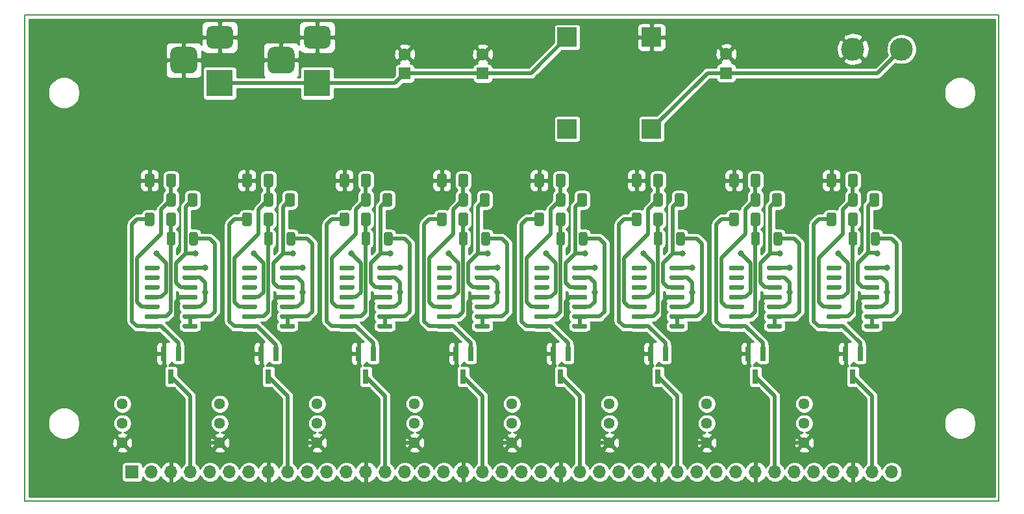
<source format=gbr>
G04 #@! TF.GenerationSoftware,KiCad,Pcbnew,5.1.8+dfsg1-1+b1*
G04 #@! TF.CreationDate,2021-07-07T16:36:25-05:00*
G04 #@! TF.ProjectId,potentiosynth,706f7465-6e74-4696-9f73-796e74682e6b,B*
G04 #@! TF.SameCoordinates,Original*
G04 #@! TF.FileFunction,Copper,L1,Top*
G04 #@! TF.FilePolarity,Positive*
%FSLAX46Y46*%
G04 Gerber Fmt 4.6, Leading zero omitted, Abs format (unit mm)*
G04 Created by KiCad (PCBNEW 5.1.8+dfsg1-1+b1) date 2021-07-07 16:36:25*
%MOMM*%
%LPD*%
G01*
G04 APERTURE LIST*
G04 #@! TA.AperFunction,Profile*
%ADD10C,0.150000*%
G04 #@! TD*
G04 #@! TA.AperFunction,SMDPad,CuDef*
%ADD11R,2.500000X2.500000*%
G04 #@! TD*
G04 #@! TA.AperFunction,ComponentPad*
%ADD12C,1.440000*%
G04 #@! TD*
G04 #@! TA.AperFunction,SMDPad,CuDef*
%ADD13R,0.800000X1.900000*%
G04 #@! TD*
G04 #@! TA.AperFunction,ComponentPad*
%ADD14R,3.500000X3.500000*%
G04 #@! TD*
G04 #@! TA.AperFunction,ComponentPad*
%ADD15O,1.700000X1.700000*%
G04 #@! TD*
G04 #@! TA.AperFunction,ComponentPad*
%ADD16R,1.700000X1.700000*%
G04 #@! TD*
G04 #@! TA.AperFunction,ComponentPad*
%ADD17C,3.000000*%
G04 #@! TD*
G04 #@! TA.AperFunction,ComponentPad*
%ADD18C,1.600000*%
G04 #@! TD*
G04 #@! TA.AperFunction,ComponentPad*
%ADD19R,1.600000X1.600000*%
G04 #@! TD*
G04 #@! TA.AperFunction,ViaPad*
%ADD20C,0.800000*%
G04 #@! TD*
G04 #@! TA.AperFunction,Conductor*
%ADD21C,0.508000*%
G04 #@! TD*
G04 #@! TA.AperFunction,Conductor*
%ADD22C,0.254000*%
G04 #@! TD*
G04 #@! TA.AperFunction,Conductor*
%ADD23C,0.100000*%
G04 #@! TD*
G04 APERTURE END LIST*
D10*
X50800000Y-127000000D02*
X177800000Y-127000000D01*
X50800000Y-63500000D02*
X177800000Y-63500000D01*
X50800000Y-127000000D02*
X50800000Y-63500000D01*
X177800000Y-127000000D02*
X177800000Y-63500000D01*
G04 #@! TA.AperFunction,SMDPad,CuDef*
G36*
G01*
X160250000Y-96670000D02*
X160250000Y-96370000D01*
G75*
G02*
X160400000Y-96220000I150000J0D01*
G01*
X162050000Y-96220000D01*
G75*
G02*
X162200000Y-96370000I0J-150000D01*
G01*
X162200000Y-96670000D01*
G75*
G02*
X162050000Y-96820000I-150000J0D01*
G01*
X160400000Y-96820000D01*
G75*
G02*
X160250000Y-96670000I0J150000D01*
G01*
G37*
G04 #@! TD.AperFunction*
G04 #@! TA.AperFunction,SMDPad,CuDef*
G36*
G01*
X160250000Y-97940000D02*
X160250000Y-97640000D01*
G75*
G02*
X160400000Y-97490000I150000J0D01*
G01*
X162050000Y-97490000D01*
G75*
G02*
X162200000Y-97640000I0J-150000D01*
G01*
X162200000Y-97940000D01*
G75*
G02*
X162050000Y-98090000I-150000J0D01*
G01*
X160400000Y-98090000D01*
G75*
G02*
X160250000Y-97940000I0J150000D01*
G01*
G37*
G04 #@! TD.AperFunction*
G04 #@! TA.AperFunction,SMDPad,CuDef*
G36*
G01*
X160250000Y-99210000D02*
X160250000Y-98910000D01*
G75*
G02*
X160400000Y-98760000I150000J0D01*
G01*
X162050000Y-98760000D01*
G75*
G02*
X162200000Y-98910000I0J-150000D01*
G01*
X162200000Y-99210000D01*
G75*
G02*
X162050000Y-99360000I-150000J0D01*
G01*
X160400000Y-99360000D01*
G75*
G02*
X160250000Y-99210000I0J150000D01*
G01*
G37*
G04 #@! TD.AperFunction*
G04 #@! TA.AperFunction,SMDPad,CuDef*
G36*
G01*
X160250000Y-100480000D02*
X160250000Y-100180000D01*
G75*
G02*
X160400000Y-100030000I150000J0D01*
G01*
X162050000Y-100030000D01*
G75*
G02*
X162200000Y-100180000I0J-150000D01*
G01*
X162200000Y-100480000D01*
G75*
G02*
X162050000Y-100630000I-150000J0D01*
G01*
X160400000Y-100630000D01*
G75*
G02*
X160250000Y-100480000I0J150000D01*
G01*
G37*
G04 #@! TD.AperFunction*
G04 #@! TA.AperFunction,SMDPad,CuDef*
G36*
G01*
X160250000Y-101750000D02*
X160250000Y-101450000D01*
G75*
G02*
X160400000Y-101300000I150000J0D01*
G01*
X162050000Y-101300000D01*
G75*
G02*
X162200000Y-101450000I0J-150000D01*
G01*
X162200000Y-101750000D01*
G75*
G02*
X162050000Y-101900000I-150000J0D01*
G01*
X160400000Y-101900000D01*
G75*
G02*
X160250000Y-101750000I0J150000D01*
G01*
G37*
G04 #@! TD.AperFunction*
G04 #@! TA.AperFunction,SMDPad,CuDef*
G36*
G01*
X160250000Y-103020000D02*
X160250000Y-102720000D01*
G75*
G02*
X160400000Y-102570000I150000J0D01*
G01*
X162050000Y-102570000D01*
G75*
G02*
X162200000Y-102720000I0J-150000D01*
G01*
X162200000Y-103020000D01*
G75*
G02*
X162050000Y-103170000I-150000J0D01*
G01*
X160400000Y-103170000D01*
G75*
G02*
X160250000Y-103020000I0J150000D01*
G01*
G37*
G04 #@! TD.AperFunction*
G04 #@! TA.AperFunction,SMDPad,CuDef*
G36*
G01*
X160250000Y-104290000D02*
X160250000Y-103990000D01*
G75*
G02*
X160400000Y-103840000I150000J0D01*
G01*
X162050000Y-103840000D01*
G75*
G02*
X162200000Y-103990000I0J-150000D01*
G01*
X162200000Y-104290000D01*
G75*
G02*
X162050000Y-104440000I-150000J0D01*
G01*
X160400000Y-104440000D01*
G75*
G02*
X160250000Y-104290000I0J150000D01*
G01*
G37*
G04 #@! TD.AperFunction*
G04 #@! TA.AperFunction,SMDPad,CuDef*
G36*
G01*
X155300000Y-104290000D02*
X155300000Y-103990000D01*
G75*
G02*
X155450000Y-103840000I150000J0D01*
G01*
X157100000Y-103840000D01*
G75*
G02*
X157250000Y-103990000I0J-150000D01*
G01*
X157250000Y-104290000D01*
G75*
G02*
X157100000Y-104440000I-150000J0D01*
G01*
X155450000Y-104440000D01*
G75*
G02*
X155300000Y-104290000I0J150000D01*
G01*
G37*
G04 #@! TD.AperFunction*
G04 #@! TA.AperFunction,SMDPad,CuDef*
G36*
G01*
X155300000Y-103020000D02*
X155300000Y-102720000D01*
G75*
G02*
X155450000Y-102570000I150000J0D01*
G01*
X157100000Y-102570000D01*
G75*
G02*
X157250000Y-102720000I0J-150000D01*
G01*
X157250000Y-103020000D01*
G75*
G02*
X157100000Y-103170000I-150000J0D01*
G01*
X155450000Y-103170000D01*
G75*
G02*
X155300000Y-103020000I0J150000D01*
G01*
G37*
G04 #@! TD.AperFunction*
G04 #@! TA.AperFunction,SMDPad,CuDef*
G36*
G01*
X155300000Y-101750000D02*
X155300000Y-101450000D01*
G75*
G02*
X155450000Y-101300000I150000J0D01*
G01*
X157100000Y-101300000D01*
G75*
G02*
X157250000Y-101450000I0J-150000D01*
G01*
X157250000Y-101750000D01*
G75*
G02*
X157100000Y-101900000I-150000J0D01*
G01*
X155450000Y-101900000D01*
G75*
G02*
X155300000Y-101750000I0J150000D01*
G01*
G37*
G04 #@! TD.AperFunction*
G04 #@! TA.AperFunction,SMDPad,CuDef*
G36*
G01*
X155300000Y-100480000D02*
X155300000Y-100180000D01*
G75*
G02*
X155450000Y-100030000I150000J0D01*
G01*
X157100000Y-100030000D01*
G75*
G02*
X157250000Y-100180000I0J-150000D01*
G01*
X157250000Y-100480000D01*
G75*
G02*
X157100000Y-100630000I-150000J0D01*
G01*
X155450000Y-100630000D01*
G75*
G02*
X155300000Y-100480000I0J150000D01*
G01*
G37*
G04 #@! TD.AperFunction*
G04 #@! TA.AperFunction,SMDPad,CuDef*
G36*
G01*
X155300000Y-99210000D02*
X155300000Y-98910000D01*
G75*
G02*
X155450000Y-98760000I150000J0D01*
G01*
X157100000Y-98760000D01*
G75*
G02*
X157250000Y-98910000I0J-150000D01*
G01*
X157250000Y-99210000D01*
G75*
G02*
X157100000Y-99360000I-150000J0D01*
G01*
X155450000Y-99360000D01*
G75*
G02*
X155300000Y-99210000I0J150000D01*
G01*
G37*
G04 #@! TD.AperFunction*
G04 #@! TA.AperFunction,SMDPad,CuDef*
G36*
G01*
X155300000Y-97940000D02*
X155300000Y-97640000D01*
G75*
G02*
X155450000Y-97490000I150000J0D01*
G01*
X157100000Y-97490000D01*
G75*
G02*
X157250000Y-97640000I0J-150000D01*
G01*
X157250000Y-97940000D01*
G75*
G02*
X157100000Y-98090000I-150000J0D01*
G01*
X155450000Y-98090000D01*
G75*
G02*
X155300000Y-97940000I0J150000D01*
G01*
G37*
G04 #@! TD.AperFunction*
G04 #@! TA.AperFunction,SMDPad,CuDef*
G36*
G01*
X155300000Y-96670000D02*
X155300000Y-96370000D01*
G75*
G02*
X155450000Y-96220000I150000J0D01*
G01*
X157100000Y-96220000D01*
G75*
G02*
X157250000Y-96370000I0J-150000D01*
G01*
X157250000Y-96670000D01*
G75*
G02*
X157100000Y-96820000I-150000J0D01*
G01*
X155450000Y-96820000D01*
G75*
G02*
X155300000Y-96670000I0J150000D01*
G01*
G37*
G04 #@! TD.AperFunction*
G04 #@! TA.AperFunction,SMDPad,CuDef*
G36*
G01*
X147550000Y-96670000D02*
X147550000Y-96370000D01*
G75*
G02*
X147700000Y-96220000I150000J0D01*
G01*
X149350000Y-96220000D01*
G75*
G02*
X149500000Y-96370000I0J-150000D01*
G01*
X149500000Y-96670000D01*
G75*
G02*
X149350000Y-96820000I-150000J0D01*
G01*
X147700000Y-96820000D01*
G75*
G02*
X147550000Y-96670000I0J150000D01*
G01*
G37*
G04 #@! TD.AperFunction*
G04 #@! TA.AperFunction,SMDPad,CuDef*
G36*
G01*
X147550000Y-97940000D02*
X147550000Y-97640000D01*
G75*
G02*
X147700000Y-97490000I150000J0D01*
G01*
X149350000Y-97490000D01*
G75*
G02*
X149500000Y-97640000I0J-150000D01*
G01*
X149500000Y-97940000D01*
G75*
G02*
X149350000Y-98090000I-150000J0D01*
G01*
X147700000Y-98090000D01*
G75*
G02*
X147550000Y-97940000I0J150000D01*
G01*
G37*
G04 #@! TD.AperFunction*
G04 #@! TA.AperFunction,SMDPad,CuDef*
G36*
G01*
X147550000Y-99210000D02*
X147550000Y-98910000D01*
G75*
G02*
X147700000Y-98760000I150000J0D01*
G01*
X149350000Y-98760000D01*
G75*
G02*
X149500000Y-98910000I0J-150000D01*
G01*
X149500000Y-99210000D01*
G75*
G02*
X149350000Y-99360000I-150000J0D01*
G01*
X147700000Y-99360000D01*
G75*
G02*
X147550000Y-99210000I0J150000D01*
G01*
G37*
G04 #@! TD.AperFunction*
G04 #@! TA.AperFunction,SMDPad,CuDef*
G36*
G01*
X147550000Y-100480000D02*
X147550000Y-100180000D01*
G75*
G02*
X147700000Y-100030000I150000J0D01*
G01*
X149350000Y-100030000D01*
G75*
G02*
X149500000Y-100180000I0J-150000D01*
G01*
X149500000Y-100480000D01*
G75*
G02*
X149350000Y-100630000I-150000J0D01*
G01*
X147700000Y-100630000D01*
G75*
G02*
X147550000Y-100480000I0J150000D01*
G01*
G37*
G04 #@! TD.AperFunction*
G04 #@! TA.AperFunction,SMDPad,CuDef*
G36*
G01*
X147550000Y-101750000D02*
X147550000Y-101450000D01*
G75*
G02*
X147700000Y-101300000I150000J0D01*
G01*
X149350000Y-101300000D01*
G75*
G02*
X149500000Y-101450000I0J-150000D01*
G01*
X149500000Y-101750000D01*
G75*
G02*
X149350000Y-101900000I-150000J0D01*
G01*
X147700000Y-101900000D01*
G75*
G02*
X147550000Y-101750000I0J150000D01*
G01*
G37*
G04 #@! TD.AperFunction*
G04 #@! TA.AperFunction,SMDPad,CuDef*
G36*
G01*
X147550000Y-103020000D02*
X147550000Y-102720000D01*
G75*
G02*
X147700000Y-102570000I150000J0D01*
G01*
X149350000Y-102570000D01*
G75*
G02*
X149500000Y-102720000I0J-150000D01*
G01*
X149500000Y-103020000D01*
G75*
G02*
X149350000Y-103170000I-150000J0D01*
G01*
X147700000Y-103170000D01*
G75*
G02*
X147550000Y-103020000I0J150000D01*
G01*
G37*
G04 #@! TD.AperFunction*
G04 #@! TA.AperFunction,SMDPad,CuDef*
G36*
G01*
X147550000Y-104290000D02*
X147550000Y-103990000D01*
G75*
G02*
X147700000Y-103840000I150000J0D01*
G01*
X149350000Y-103840000D01*
G75*
G02*
X149500000Y-103990000I0J-150000D01*
G01*
X149500000Y-104290000D01*
G75*
G02*
X149350000Y-104440000I-150000J0D01*
G01*
X147700000Y-104440000D01*
G75*
G02*
X147550000Y-104290000I0J150000D01*
G01*
G37*
G04 #@! TD.AperFunction*
G04 #@! TA.AperFunction,SMDPad,CuDef*
G36*
G01*
X142600000Y-104290000D02*
X142600000Y-103990000D01*
G75*
G02*
X142750000Y-103840000I150000J0D01*
G01*
X144400000Y-103840000D01*
G75*
G02*
X144550000Y-103990000I0J-150000D01*
G01*
X144550000Y-104290000D01*
G75*
G02*
X144400000Y-104440000I-150000J0D01*
G01*
X142750000Y-104440000D01*
G75*
G02*
X142600000Y-104290000I0J150000D01*
G01*
G37*
G04 #@! TD.AperFunction*
G04 #@! TA.AperFunction,SMDPad,CuDef*
G36*
G01*
X142600000Y-103020000D02*
X142600000Y-102720000D01*
G75*
G02*
X142750000Y-102570000I150000J0D01*
G01*
X144400000Y-102570000D01*
G75*
G02*
X144550000Y-102720000I0J-150000D01*
G01*
X144550000Y-103020000D01*
G75*
G02*
X144400000Y-103170000I-150000J0D01*
G01*
X142750000Y-103170000D01*
G75*
G02*
X142600000Y-103020000I0J150000D01*
G01*
G37*
G04 #@! TD.AperFunction*
G04 #@! TA.AperFunction,SMDPad,CuDef*
G36*
G01*
X142600000Y-101750000D02*
X142600000Y-101450000D01*
G75*
G02*
X142750000Y-101300000I150000J0D01*
G01*
X144400000Y-101300000D01*
G75*
G02*
X144550000Y-101450000I0J-150000D01*
G01*
X144550000Y-101750000D01*
G75*
G02*
X144400000Y-101900000I-150000J0D01*
G01*
X142750000Y-101900000D01*
G75*
G02*
X142600000Y-101750000I0J150000D01*
G01*
G37*
G04 #@! TD.AperFunction*
G04 #@! TA.AperFunction,SMDPad,CuDef*
G36*
G01*
X142600000Y-100480000D02*
X142600000Y-100180000D01*
G75*
G02*
X142750000Y-100030000I150000J0D01*
G01*
X144400000Y-100030000D01*
G75*
G02*
X144550000Y-100180000I0J-150000D01*
G01*
X144550000Y-100480000D01*
G75*
G02*
X144400000Y-100630000I-150000J0D01*
G01*
X142750000Y-100630000D01*
G75*
G02*
X142600000Y-100480000I0J150000D01*
G01*
G37*
G04 #@! TD.AperFunction*
G04 #@! TA.AperFunction,SMDPad,CuDef*
G36*
G01*
X142600000Y-99210000D02*
X142600000Y-98910000D01*
G75*
G02*
X142750000Y-98760000I150000J0D01*
G01*
X144400000Y-98760000D01*
G75*
G02*
X144550000Y-98910000I0J-150000D01*
G01*
X144550000Y-99210000D01*
G75*
G02*
X144400000Y-99360000I-150000J0D01*
G01*
X142750000Y-99360000D01*
G75*
G02*
X142600000Y-99210000I0J150000D01*
G01*
G37*
G04 #@! TD.AperFunction*
G04 #@! TA.AperFunction,SMDPad,CuDef*
G36*
G01*
X142600000Y-97940000D02*
X142600000Y-97640000D01*
G75*
G02*
X142750000Y-97490000I150000J0D01*
G01*
X144400000Y-97490000D01*
G75*
G02*
X144550000Y-97640000I0J-150000D01*
G01*
X144550000Y-97940000D01*
G75*
G02*
X144400000Y-98090000I-150000J0D01*
G01*
X142750000Y-98090000D01*
G75*
G02*
X142600000Y-97940000I0J150000D01*
G01*
G37*
G04 #@! TD.AperFunction*
G04 #@! TA.AperFunction,SMDPad,CuDef*
G36*
G01*
X142600000Y-96670000D02*
X142600000Y-96370000D01*
G75*
G02*
X142750000Y-96220000I150000J0D01*
G01*
X144400000Y-96220000D01*
G75*
G02*
X144550000Y-96370000I0J-150000D01*
G01*
X144550000Y-96670000D01*
G75*
G02*
X144400000Y-96820000I-150000J0D01*
G01*
X142750000Y-96820000D01*
G75*
G02*
X142600000Y-96670000I0J150000D01*
G01*
G37*
G04 #@! TD.AperFunction*
G04 #@! TA.AperFunction,SMDPad,CuDef*
G36*
G01*
X134850000Y-96670000D02*
X134850000Y-96370000D01*
G75*
G02*
X135000000Y-96220000I150000J0D01*
G01*
X136650000Y-96220000D01*
G75*
G02*
X136800000Y-96370000I0J-150000D01*
G01*
X136800000Y-96670000D01*
G75*
G02*
X136650000Y-96820000I-150000J0D01*
G01*
X135000000Y-96820000D01*
G75*
G02*
X134850000Y-96670000I0J150000D01*
G01*
G37*
G04 #@! TD.AperFunction*
G04 #@! TA.AperFunction,SMDPad,CuDef*
G36*
G01*
X134850000Y-97940000D02*
X134850000Y-97640000D01*
G75*
G02*
X135000000Y-97490000I150000J0D01*
G01*
X136650000Y-97490000D01*
G75*
G02*
X136800000Y-97640000I0J-150000D01*
G01*
X136800000Y-97940000D01*
G75*
G02*
X136650000Y-98090000I-150000J0D01*
G01*
X135000000Y-98090000D01*
G75*
G02*
X134850000Y-97940000I0J150000D01*
G01*
G37*
G04 #@! TD.AperFunction*
G04 #@! TA.AperFunction,SMDPad,CuDef*
G36*
G01*
X134850000Y-99210000D02*
X134850000Y-98910000D01*
G75*
G02*
X135000000Y-98760000I150000J0D01*
G01*
X136650000Y-98760000D01*
G75*
G02*
X136800000Y-98910000I0J-150000D01*
G01*
X136800000Y-99210000D01*
G75*
G02*
X136650000Y-99360000I-150000J0D01*
G01*
X135000000Y-99360000D01*
G75*
G02*
X134850000Y-99210000I0J150000D01*
G01*
G37*
G04 #@! TD.AperFunction*
G04 #@! TA.AperFunction,SMDPad,CuDef*
G36*
G01*
X134850000Y-100480000D02*
X134850000Y-100180000D01*
G75*
G02*
X135000000Y-100030000I150000J0D01*
G01*
X136650000Y-100030000D01*
G75*
G02*
X136800000Y-100180000I0J-150000D01*
G01*
X136800000Y-100480000D01*
G75*
G02*
X136650000Y-100630000I-150000J0D01*
G01*
X135000000Y-100630000D01*
G75*
G02*
X134850000Y-100480000I0J150000D01*
G01*
G37*
G04 #@! TD.AperFunction*
G04 #@! TA.AperFunction,SMDPad,CuDef*
G36*
G01*
X134850000Y-101750000D02*
X134850000Y-101450000D01*
G75*
G02*
X135000000Y-101300000I150000J0D01*
G01*
X136650000Y-101300000D01*
G75*
G02*
X136800000Y-101450000I0J-150000D01*
G01*
X136800000Y-101750000D01*
G75*
G02*
X136650000Y-101900000I-150000J0D01*
G01*
X135000000Y-101900000D01*
G75*
G02*
X134850000Y-101750000I0J150000D01*
G01*
G37*
G04 #@! TD.AperFunction*
G04 #@! TA.AperFunction,SMDPad,CuDef*
G36*
G01*
X134850000Y-103020000D02*
X134850000Y-102720000D01*
G75*
G02*
X135000000Y-102570000I150000J0D01*
G01*
X136650000Y-102570000D01*
G75*
G02*
X136800000Y-102720000I0J-150000D01*
G01*
X136800000Y-103020000D01*
G75*
G02*
X136650000Y-103170000I-150000J0D01*
G01*
X135000000Y-103170000D01*
G75*
G02*
X134850000Y-103020000I0J150000D01*
G01*
G37*
G04 #@! TD.AperFunction*
G04 #@! TA.AperFunction,SMDPad,CuDef*
G36*
G01*
X134850000Y-104290000D02*
X134850000Y-103990000D01*
G75*
G02*
X135000000Y-103840000I150000J0D01*
G01*
X136650000Y-103840000D01*
G75*
G02*
X136800000Y-103990000I0J-150000D01*
G01*
X136800000Y-104290000D01*
G75*
G02*
X136650000Y-104440000I-150000J0D01*
G01*
X135000000Y-104440000D01*
G75*
G02*
X134850000Y-104290000I0J150000D01*
G01*
G37*
G04 #@! TD.AperFunction*
G04 #@! TA.AperFunction,SMDPad,CuDef*
G36*
G01*
X129900000Y-104290000D02*
X129900000Y-103990000D01*
G75*
G02*
X130050000Y-103840000I150000J0D01*
G01*
X131700000Y-103840000D01*
G75*
G02*
X131850000Y-103990000I0J-150000D01*
G01*
X131850000Y-104290000D01*
G75*
G02*
X131700000Y-104440000I-150000J0D01*
G01*
X130050000Y-104440000D01*
G75*
G02*
X129900000Y-104290000I0J150000D01*
G01*
G37*
G04 #@! TD.AperFunction*
G04 #@! TA.AperFunction,SMDPad,CuDef*
G36*
G01*
X129900000Y-103020000D02*
X129900000Y-102720000D01*
G75*
G02*
X130050000Y-102570000I150000J0D01*
G01*
X131700000Y-102570000D01*
G75*
G02*
X131850000Y-102720000I0J-150000D01*
G01*
X131850000Y-103020000D01*
G75*
G02*
X131700000Y-103170000I-150000J0D01*
G01*
X130050000Y-103170000D01*
G75*
G02*
X129900000Y-103020000I0J150000D01*
G01*
G37*
G04 #@! TD.AperFunction*
G04 #@! TA.AperFunction,SMDPad,CuDef*
G36*
G01*
X129900000Y-101750000D02*
X129900000Y-101450000D01*
G75*
G02*
X130050000Y-101300000I150000J0D01*
G01*
X131700000Y-101300000D01*
G75*
G02*
X131850000Y-101450000I0J-150000D01*
G01*
X131850000Y-101750000D01*
G75*
G02*
X131700000Y-101900000I-150000J0D01*
G01*
X130050000Y-101900000D01*
G75*
G02*
X129900000Y-101750000I0J150000D01*
G01*
G37*
G04 #@! TD.AperFunction*
G04 #@! TA.AperFunction,SMDPad,CuDef*
G36*
G01*
X129900000Y-100480000D02*
X129900000Y-100180000D01*
G75*
G02*
X130050000Y-100030000I150000J0D01*
G01*
X131700000Y-100030000D01*
G75*
G02*
X131850000Y-100180000I0J-150000D01*
G01*
X131850000Y-100480000D01*
G75*
G02*
X131700000Y-100630000I-150000J0D01*
G01*
X130050000Y-100630000D01*
G75*
G02*
X129900000Y-100480000I0J150000D01*
G01*
G37*
G04 #@! TD.AperFunction*
G04 #@! TA.AperFunction,SMDPad,CuDef*
G36*
G01*
X129900000Y-99210000D02*
X129900000Y-98910000D01*
G75*
G02*
X130050000Y-98760000I150000J0D01*
G01*
X131700000Y-98760000D01*
G75*
G02*
X131850000Y-98910000I0J-150000D01*
G01*
X131850000Y-99210000D01*
G75*
G02*
X131700000Y-99360000I-150000J0D01*
G01*
X130050000Y-99360000D01*
G75*
G02*
X129900000Y-99210000I0J150000D01*
G01*
G37*
G04 #@! TD.AperFunction*
G04 #@! TA.AperFunction,SMDPad,CuDef*
G36*
G01*
X129900000Y-97940000D02*
X129900000Y-97640000D01*
G75*
G02*
X130050000Y-97490000I150000J0D01*
G01*
X131700000Y-97490000D01*
G75*
G02*
X131850000Y-97640000I0J-150000D01*
G01*
X131850000Y-97940000D01*
G75*
G02*
X131700000Y-98090000I-150000J0D01*
G01*
X130050000Y-98090000D01*
G75*
G02*
X129900000Y-97940000I0J150000D01*
G01*
G37*
G04 #@! TD.AperFunction*
G04 #@! TA.AperFunction,SMDPad,CuDef*
G36*
G01*
X129900000Y-96670000D02*
X129900000Y-96370000D01*
G75*
G02*
X130050000Y-96220000I150000J0D01*
G01*
X131700000Y-96220000D01*
G75*
G02*
X131850000Y-96370000I0J-150000D01*
G01*
X131850000Y-96670000D01*
G75*
G02*
X131700000Y-96820000I-150000J0D01*
G01*
X130050000Y-96820000D01*
G75*
G02*
X129900000Y-96670000I0J150000D01*
G01*
G37*
G04 #@! TD.AperFunction*
G04 #@! TA.AperFunction,SMDPad,CuDef*
G36*
G01*
X122150000Y-96670000D02*
X122150000Y-96370000D01*
G75*
G02*
X122300000Y-96220000I150000J0D01*
G01*
X123950000Y-96220000D01*
G75*
G02*
X124100000Y-96370000I0J-150000D01*
G01*
X124100000Y-96670000D01*
G75*
G02*
X123950000Y-96820000I-150000J0D01*
G01*
X122300000Y-96820000D01*
G75*
G02*
X122150000Y-96670000I0J150000D01*
G01*
G37*
G04 #@! TD.AperFunction*
G04 #@! TA.AperFunction,SMDPad,CuDef*
G36*
G01*
X122150000Y-97940000D02*
X122150000Y-97640000D01*
G75*
G02*
X122300000Y-97490000I150000J0D01*
G01*
X123950000Y-97490000D01*
G75*
G02*
X124100000Y-97640000I0J-150000D01*
G01*
X124100000Y-97940000D01*
G75*
G02*
X123950000Y-98090000I-150000J0D01*
G01*
X122300000Y-98090000D01*
G75*
G02*
X122150000Y-97940000I0J150000D01*
G01*
G37*
G04 #@! TD.AperFunction*
G04 #@! TA.AperFunction,SMDPad,CuDef*
G36*
G01*
X122150000Y-99210000D02*
X122150000Y-98910000D01*
G75*
G02*
X122300000Y-98760000I150000J0D01*
G01*
X123950000Y-98760000D01*
G75*
G02*
X124100000Y-98910000I0J-150000D01*
G01*
X124100000Y-99210000D01*
G75*
G02*
X123950000Y-99360000I-150000J0D01*
G01*
X122300000Y-99360000D01*
G75*
G02*
X122150000Y-99210000I0J150000D01*
G01*
G37*
G04 #@! TD.AperFunction*
G04 #@! TA.AperFunction,SMDPad,CuDef*
G36*
G01*
X122150000Y-100480000D02*
X122150000Y-100180000D01*
G75*
G02*
X122300000Y-100030000I150000J0D01*
G01*
X123950000Y-100030000D01*
G75*
G02*
X124100000Y-100180000I0J-150000D01*
G01*
X124100000Y-100480000D01*
G75*
G02*
X123950000Y-100630000I-150000J0D01*
G01*
X122300000Y-100630000D01*
G75*
G02*
X122150000Y-100480000I0J150000D01*
G01*
G37*
G04 #@! TD.AperFunction*
G04 #@! TA.AperFunction,SMDPad,CuDef*
G36*
G01*
X122150000Y-101750000D02*
X122150000Y-101450000D01*
G75*
G02*
X122300000Y-101300000I150000J0D01*
G01*
X123950000Y-101300000D01*
G75*
G02*
X124100000Y-101450000I0J-150000D01*
G01*
X124100000Y-101750000D01*
G75*
G02*
X123950000Y-101900000I-150000J0D01*
G01*
X122300000Y-101900000D01*
G75*
G02*
X122150000Y-101750000I0J150000D01*
G01*
G37*
G04 #@! TD.AperFunction*
G04 #@! TA.AperFunction,SMDPad,CuDef*
G36*
G01*
X122150000Y-103020000D02*
X122150000Y-102720000D01*
G75*
G02*
X122300000Y-102570000I150000J0D01*
G01*
X123950000Y-102570000D01*
G75*
G02*
X124100000Y-102720000I0J-150000D01*
G01*
X124100000Y-103020000D01*
G75*
G02*
X123950000Y-103170000I-150000J0D01*
G01*
X122300000Y-103170000D01*
G75*
G02*
X122150000Y-103020000I0J150000D01*
G01*
G37*
G04 #@! TD.AperFunction*
G04 #@! TA.AperFunction,SMDPad,CuDef*
G36*
G01*
X122150000Y-104290000D02*
X122150000Y-103990000D01*
G75*
G02*
X122300000Y-103840000I150000J0D01*
G01*
X123950000Y-103840000D01*
G75*
G02*
X124100000Y-103990000I0J-150000D01*
G01*
X124100000Y-104290000D01*
G75*
G02*
X123950000Y-104440000I-150000J0D01*
G01*
X122300000Y-104440000D01*
G75*
G02*
X122150000Y-104290000I0J150000D01*
G01*
G37*
G04 #@! TD.AperFunction*
G04 #@! TA.AperFunction,SMDPad,CuDef*
G36*
G01*
X117200000Y-104290000D02*
X117200000Y-103990000D01*
G75*
G02*
X117350000Y-103840000I150000J0D01*
G01*
X119000000Y-103840000D01*
G75*
G02*
X119150000Y-103990000I0J-150000D01*
G01*
X119150000Y-104290000D01*
G75*
G02*
X119000000Y-104440000I-150000J0D01*
G01*
X117350000Y-104440000D01*
G75*
G02*
X117200000Y-104290000I0J150000D01*
G01*
G37*
G04 #@! TD.AperFunction*
G04 #@! TA.AperFunction,SMDPad,CuDef*
G36*
G01*
X117200000Y-103020000D02*
X117200000Y-102720000D01*
G75*
G02*
X117350000Y-102570000I150000J0D01*
G01*
X119000000Y-102570000D01*
G75*
G02*
X119150000Y-102720000I0J-150000D01*
G01*
X119150000Y-103020000D01*
G75*
G02*
X119000000Y-103170000I-150000J0D01*
G01*
X117350000Y-103170000D01*
G75*
G02*
X117200000Y-103020000I0J150000D01*
G01*
G37*
G04 #@! TD.AperFunction*
G04 #@! TA.AperFunction,SMDPad,CuDef*
G36*
G01*
X117200000Y-101750000D02*
X117200000Y-101450000D01*
G75*
G02*
X117350000Y-101300000I150000J0D01*
G01*
X119000000Y-101300000D01*
G75*
G02*
X119150000Y-101450000I0J-150000D01*
G01*
X119150000Y-101750000D01*
G75*
G02*
X119000000Y-101900000I-150000J0D01*
G01*
X117350000Y-101900000D01*
G75*
G02*
X117200000Y-101750000I0J150000D01*
G01*
G37*
G04 #@! TD.AperFunction*
G04 #@! TA.AperFunction,SMDPad,CuDef*
G36*
G01*
X117200000Y-100480000D02*
X117200000Y-100180000D01*
G75*
G02*
X117350000Y-100030000I150000J0D01*
G01*
X119000000Y-100030000D01*
G75*
G02*
X119150000Y-100180000I0J-150000D01*
G01*
X119150000Y-100480000D01*
G75*
G02*
X119000000Y-100630000I-150000J0D01*
G01*
X117350000Y-100630000D01*
G75*
G02*
X117200000Y-100480000I0J150000D01*
G01*
G37*
G04 #@! TD.AperFunction*
G04 #@! TA.AperFunction,SMDPad,CuDef*
G36*
G01*
X117200000Y-99210000D02*
X117200000Y-98910000D01*
G75*
G02*
X117350000Y-98760000I150000J0D01*
G01*
X119000000Y-98760000D01*
G75*
G02*
X119150000Y-98910000I0J-150000D01*
G01*
X119150000Y-99210000D01*
G75*
G02*
X119000000Y-99360000I-150000J0D01*
G01*
X117350000Y-99360000D01*
G75*
G02*
X117200000Y-99210000I0J150000D01*
G01*
G37*
G04 #@! TD.AperFunction*
G04 #@! TA.AperFunction,SMDPad,CuDef*
G36*
G01*
X117200000Y-97940000D02*
X117200000Y-97640000D01*
G75*
G02*
X117350000Y-97490000I150000J0D01*
G01*
X119000000Y-97490000D01*
G75*
G02*
X119150000Y-97640000I0J-150000D01*
G01*
X119150000Y-97940000D01*
G75*
G02*
X119000000Y-98090000I-150000J0D01*
G01*
X117350000Y-98090000D01*
G75*
G02*
X117200000Y-97940000I0J150000D01*
G01*
G37*
G04 #@! TD.AperFunction*
G04 #@! TA.AperFunction,SMDPad,CuDef*
G36*
G01*
X117200000Y-96670000D02*
X117200000Y-96370000D01*
G75*
G02*
X117350000Y-96220000I150000J0D01*
G01*
X119000000Y-96220000D01*
G75*
G02*
X119150000Y-96370000I0J-150000D01*
G01*
X119150000Y-96670000D01*
G75*
G02*
X119000000Y-96820000I-150000J0D01*
G01*
X117350000Y-96820000D01*
G75*
G02*
X117200000Y-96670000I0J150000D01*
G01*
G37*
G04 #@! TD.AperFunction*
G04 #@! TA.AperFunction,SMDPad,CuDef*
G36*
G01*
X109450000Y-96670000D02*
X109450000Y-96370000D01*
G75*
G02*
X109600000Y-96220000I150000J0D01*
G01*
X111250000Y-96220000D01*
G75*
G02*
X111400000Y-96370000I0J-150000D01*
G01*
X111400000Y-96670000D01*
G75*
G02*
X111250000Y-96820000I-150000J0D01*
G01*
X109600000Y-96820000D01*
G75*
G02*
X109450000Y-96670000I0J150000D01*
G01*
G37*
G04 #@! TD.AperFunction*
G04 #@! TA.AperFunction,SMDPad,CuDef*
G36*
G01*
X109450000Y-97940000D02*
X109450000Y-97640000D01*
G75*
G02*
X109600000Y-97490000I150000J0D01*
G01*
X111250000Y-97490000D01*
G75*
G02*
X111400000Y-97640000I0J-150000D01*
G01*
X111400000Y-97940000D01*
G75*
G02*
X111250000Y-98090000I-150000J0D01*
G01*
X109600000Y-98090000D01*
G75*
G02*
X109450000Y-97940000I0J150000D01*
G01*
G37*
G04 #@! TD.AperFunction*
G04 #@! TA.AperFunction,SMDPad,CuDef*
G36*
G01*
X109450000Y-99210000D02*
X109450000Y-98910000D01*
G75*
G02*
X109600000Y-98760000I150000J0D01*
G01*
X111250000Y-98760000D01*
G75*
G02*
X111400000Y-98910000I0J-150000D01*
G01*
X111400000Y-99210000D01*
G75*
G02*
X111250000Y-99360000I-150000J0D01*
G01*
X109600000Y-99360000D01*
G75*
G02*
X109450000Y-99210000I0J150000D01*
G01*
G37*
G04 #@! TD.AperFunction*
G04 #@! TA.AperFunction,SMDPad,CuDef*
G36*
G01*
X109450000Y-100480000D02*
X109450000Y-100180000D01*
G75*
G02*
X109600000Y-100030000I150000J0D01*
G01*
X111250000Y-100030000D01*
G75*
G02*
X111400000Y-100180000I0J-150000D01*
G01*
X111400000Y-100480000D01*
G75*
G02*
X111250000Y-100630000I-150000J0D01*
G01*
X109600000Y-100630000D01*
G75*
G02*
X109450000Y-100480000I0J150000D01*
G01*
G37*
G04 #@! TD.AperFunction*
G04 #@! TA.AperFunction,SMDPad,CuDef*
G36*
G01*
X109450000Y-101750000D02*
X109450000Y-101450000D01*
G75*
G02*
X109600000Y-101300000I150000J0D01*
G01*
X111250000Y-101300000D01*
G75*
G02*
X111400000Y-101450000I0J-150000D01*
G01*
X111400000Y-101750000D01*
G75*
G02*
X111250000Y-101900000I-150000J0D01*
G01*
X109600000Y-101900000D01*
G75*
G02*
X109450000Y-101750000I0J150000D01*
G01*
G37*
G04 #@! TD.AperFunction*
G04 #@! TA.AperFunction,SMDPad,CuDef*
G36*
G01*
X109450000Y-103020000D02*
X109450000Y-102720000D01*
G75*
G02*
X109600000Y-102570000I150000J0D01*
G01*
X111250000Y-102570000D01*
G75*
G02*
X111400000Y-102720000I0J-150000D01*
G01*
X111400000Y-103020000D01*
G75*
G02*
X111250000Y-103170000I-150000J0D01*
G01*
X109600000Y-103170000D01*
G75*
G02*
X109450000Y-103020000I0J150000D01*
G01*
G37*
G04 #@! TD.AperFunction*
G04 #@! TA.AperFunction,SMDPad,CuDef*
G36*
G01*
X109450000Y-104290000D02*
X109450000Y-103990000D01*
G75*
G02*
X109600000Y-103840000I150000J0D01*
G01*
X111250000Y-103840000D01*
G75*
G02*
X111400000Y-103990000I0J-150000D01*
G01*
X111400000Y-104290000D01*
G75*
G02*
X111250000Y-104440000I-150000J0D01*
G01*
X109600000Y-104440000D01*
G75*
G02*
X109450000Y-104290000I0J150000D01*
G01*
G37*
G04 #@! TD.AperFunction*
G04 #@! TA.AperFunction,SMDPad,CuDef*
G36*
G01*
X104500000Y-104290000D02*
X104500000Y-103990000D01*
G75*
G02*
X104650000Y-103840000I150000J0D01*
G01*
X106300000Y-103840000D01*
G75*
G02*
X106450000Y-103990000I0J-150000D01*
G01*
X106450000Y-104290000D01*
G75*
G02*
X106300000Y-104440000I-150000J0D01*
G01*
X104650000Y-104440000D01*
G75*
G02*
X104500000Y-104290000I0J150000D01*
G01*
G37*
G04 #@! TD.AperFunction*
G04 #@! TA.AperFunction,SMDPad,CuDef*
G36*
G01*
X104500000Y-103020000D02*
X104500000Y-102720000D01*
G75*
G02*
X104650000Y-102570000I150000J0D01*
G01*
X106300000Y-102570000D01*
G75*
G02*
X106450000Y-102720000I0J-150000D01*
G01*
X106450000Y-103020000D01*
G75*
G02*
X106300000Y-103170000I-150000J0D01*
G01*
X104650000Y-103170000D01*
G75*
G02*
X104500000Y-103020000I0J150000D01*
G01*
G37*
G04 #@! TD.AperFunction*
G04 #@! TA.AperFunction,SMDPad,CuDef*
G36*
G01*
X104500000Y-101750000D02*
X104500000Y-101450000D01*
G75*
G02*
X104650000Y-101300000I150000J0D01*
G01*
X106300000Y-101300000D01*
G75*
G02*
X106450000Y-101450000I0J-150000D01*
G01*
X106450000Y-101750000D01*
G75*
G02*
X106300000Y-101900000I-150000J0D01*
G01*
X104650000Y-101900000D01*
G75*
G02*
X104500000Y-101750000I0J150000D01*
G01*
G37*
G04 #@! TD.AperFunction*
G04 #@! TA.AperFunction,SMDPad,CuDef*
G36*
G01*
X104500000Y-100480000D02*
X104500000Y-100180000D01*
G75*
G02*
X104650000Y-100030000I150000J0D01*
G01*
X106300000Y-100030000D01*
G75*
G02*
X106450000Y-100180000I0J-150000D01*
G01*
X106450000Y-100480000D01*
G75*
G02*
X106300000Y-100630000I-150000J0D01*
G01*
X104650000Y-100630000D01*
G75*
G02*
X104500000Y-100480000I0J150000D01*
G01*
G37*
G04 #@! TD.AperFunction*
G04 #@! TA.AperFunction,SMDPad,CuDef*
G36*
G01*
X104500000Y-99210000D02*
X104500000Y-98910000D01*
G75*
G02*
X104650000Y-98760000I150000J0D01*
G01*
X106300000Y-98760000D01*
G75*
G02*
X106450000Y-98910000I0J-150000D01*
G01*
X106450000Y-99210000D01*
G75*
G02*
X106300000Y-99360000I-150000J0D01*
G01*
X104650000Y-99360000D01*
G75*
G02*
X104500000Y-99210000I0J150000D01*
G01*
G37*
G04 #@! TD.AperFunction*
G04 #@! TA.AperFunction,SMDPad,CuDef*
G36*
G01*
X104500000Y-97940000D02*
X104500000Y-97640000D01*
G75*
G02*
X104650000Y-97490000I150000J0D01*
G01*
X106300000Y-97490000D01*
G75*
G02*
X106450000Y-97640000I0J-150000D01*
G01*
X106450000Y-97940000D01*
G75*
G02*
X106300000Y-98090000I-150000J0D01*
G01*
X104650000Y-98090000D01*
G75*
G02*
X104500000Y-97940000I0J150000D01*
G01*
G37*
G04 #@! TD.AperFunction*
G04 #@! TA.AperFunction,SMDPad,CuDef*
G36*
G01*
X104500000Y-96670000D02*
X104500000Y-96370000D01*
G75*
G02*
X104650000Y-96220000I150000J0D01*
G01*
X106300000Y-96220000D01*
G75*
G02*
X106450000Y-96370000I0J-150000D01*
G01*
X106450000Y-96670000D01*
G75*
G02*
X106300000Y-96820000I-150000J0D01*
G01*
X104650000Y-96820000D01*
G75*
G02*
X104500000Y-96670000I0J150000D01*
G01*
G37*
G04 #@! TD.AperFunction*
G04 #@! TA.AperFunction,SMDPad,CuDef*
G36*
G01*
X96750000Y-96670000D02*
X96750000Y-96370000D01*
G75*
G02*
X96900000Y-96220000I150000J0D01*
G01*
X98550000Y-96220000D01*
G75*
G02*
X98700000Y-96370000I0J-150000D01*
G01*
X98700000Y-96670000D01*
G75*
G02*
X98550000Y-96820000I-150000J0D01*
G01*
X96900000Y-96820000D01*
G75*
G02*
X96750000Y-96670000I0J150000D01*
G01*
G37*
G04 #@! TD.AperFunction*
G04 #@! TA.AperFunction,SMDPad,CuDef*
G36*
G01*
X96750000Y-97940000D02*
X96750000Y-97640000D01*
G75*
G02*
X96900000Y-97490000I150000J0D01*
G01*
X98550000Y-97490000D01*
G75*
G02*
X98700000Y-97640000I0J-150000D01*
G01*
X98700000Y-97940000D01*
G75*
G02*
X98550000Y-98090000I-150000J0D01*
G01*
X96900000Y-98090000D01*
G75*
G02*
X96750000Y-97940000I0J150000D01*
G01*
G37*
G04 #@! TD.AperFunction*
G04 #@! TA.AperFunction,SMDPad,CuDef*
G36*
G01*
X96750000Y-99210000D02*
X96750000Y-98910000D01*
G75*
G02*
X96900000Y-98760000I150000J0D01*
G01*
X98550000Y-98760000D01*
G75*
G02*
X98700000Y-98910000I0J-150000D01*
G01*
X98700000Y-99210000D01*
G75*
G02*
X98550000Y-99360000I-150000J0D01*
G01*
X96900000Y-99360000D01*
G75*
G02*
X96750000Y-99210000I0J150000D01*
G01*
G37*
G04 #@! TD.AperFunction*
G04 #@! TA.AperFunction,SMDPad,CuDef*
G36*
G01*
X96750000Y-100480000D02*
X96750000Y-100180000D01*
G75*
G02*
X96900000Y-100030000I150000J0D01*
G01*
X98550000Y-100030000D01*
G75*
G02*
X98700000Y-100180000I0J-150000D01*
G01*
X98700000Y-100480000D01*
G75*
G02*
X98550000Y-100630000I-150000J0D01*
G01*
X96900000Y-100630000D01*
G75*
G02*
X96750000Y-100480000I0J150000D01*
G01*
G37*
G04 #@! TD.AperFunction*
G04 #@! TA.AperFunction,SMDPad,CuDef*
G36*
G01*
X96750000Y-101750000D02*
X96750000Y-101450000D01*
G75*
G02*
X96900000Y-101300000I150000J0D01*
G01*
X98550000Y-101300000D01*
G75*
G02*
X98700000Y-101450000I0J-150000D01*
G01*
X98700000Y-101750000D01*
G75*
G02*
X98550000Y-101900000I-150000J0D01*
G01*
X96900000Y-101900000D01*
G75*
G02*
X96750000Y-101750000I0J150000D01*
G01*
G37*
G04 #@! TD.AperFunction*
G04 #@! TA.AperFunction,SMDPad,CuDef*
G36*
G01*
X96750000Y-103020000D02*
X96750000Y-102720000D01*
G75*
G02*
X96900000Y-102570000I150000J0D01*
G01*
X98550000Y-102570000D01*
G75*
G02*
X98700000Y-102720000I0J-150000D01*
G01*
X98700000Y-103020000D01*
G75*
G02*
X98550000Y-103170000I-150000J0D01*
G01*
X96900000Y-103170000D01*
G75*
G02*
X96750000Y-103020000I0J150000D01*
G01*
G37*
G04 #@! TD.AperFunction*
G04 #@! TA.AperFunction,SMDPad,CuDef*
G36*
G01*
X96750000Y-104290000D02*
X96750000Y-103990000D01*
G75*
G02*
X96900000Y-103840000I150000J0D01*
G01*
X98550000Y-103840000D01*
G75*
G02*
X98700000Y-103990000I0J-150000D01*
G01*
X98700000Y-104290000D01*
G75*
G02*
X98550000Y-104440000I-150000J0D01*
G01*
X96900000Y-104440000D01*
G75*
G02*
X96750000Y-104290000I0J150000D01*
G01*
G37*
G04 #@! TD.AperFunction*
G04 #@! TA.AperFunction,SMDPad,CuDef*
G36*
G01*
X91800000Y-104290000D02*
X91800000Y-103990000D01*
G75*
G02*
X91950000Y-103840000I150000J0D01*
G01*
X93600000Y-103840000D01*
G75*
G02*
X93750000Y-103990000I0J-150000D01*
G01*
X93750000Y-104290000D01*
G75*
G02*
X93600000Y-104440000I-150000J0D01*
G01*
X91950000Y-104440000D01*
G75*
G02*
X91800000Y-104290000I0J150000D01*
G01*
G37*
G04 #@! TD.AperFunction*
G04 #@! TA.AperFunction,SMDPad,CuDef*
G36*
G01*
X91800000Y-103020000D02*
X91800000Y-102720000D01*
G75*
G02*
X91950000Y-102570000I150000J0D01*
G01*
X93600000Y-102570000D01*
G75*
G02*
X93750000Y-102720000I0J-150000D01*
G01*
X93750000Y-103020000D01*
G75*
G02*
X93600000Y-103170000I-150000J0D01*
G01*
X91950000Y-103170000D01*
G75*
G02*
X91800000Y-103020000I0J150000D01*
G01*
G37*
G04 #@! TD.AperFunction*
G04 #@! TA.AperFunction,SMDPad,CuDef*
G36*
G01*
X91800000Y-101750000D02*
X91800000Y-101450000D01*
G75*
G02*
X91950000Y-101300000I150000J0D01*
G01*
X93600000Y-101300000D01*
G75*
G02*
X93750000Y-101450000I0J-150000D01*
G01*
X93750000Y-101750000D01*
G75*
G02*
X93600000Y-101900000I-150000J0D01*
G01*
X91950000Y-101900000D01*
G75*
G02*
X91800000Y-101750000I0J150000D01*
G01*
G37*
G04 #@! TD.AperFunction*
G04 #@! TA.AperFunction,SMDPad,CuDef*
G36*
G01*
X91800000Y-100480000D02*
X91800000Y-100180000D01*
G75*
G02*
X91950000Y-100030000I150000J0D01*
G01*
X93600000Y-100030000D01*
G75*
G02*
X93750000Y-100180000I0J-150000D01*
G01*
X93750000Y-100480000D01*
G75*
G02*
X93600000Y-100630000I-150000J0D01*
G01*
X91950000Y-100630000D01*
G75*
G02*
X91800000Y-100480000I0J150000D01*
G01*
G37*
G04 #@! TD.AperFunction*
G04 #@! TA.AperFunction,SMDPad,CuDef*
G36*
G01*
X91800000Y-99210000D02*
X91800000Y-98910000D01*
G75*
G02*
X91950000Y-98760000I150000J0D01*
G01*
X93600000Y-98760000D01*
G75*
G02*
X93750000Y-98910000I0J-150000D01*
G01*
X93750000Y-99210000D01*
G75*
G02*
X93600000Y-99360000I-150000J0D01*
G01*
X91950000Y-99360000D01*
G75*
G02*
X91800000Y-99210000I0J150000D01*
G01*
G37*
G04 #@! TD.AperFunction*
G04 #@! TA.AperFunction,SMDPad,CuDef*
G36*
G01*
X91800000Y-97940000D02*
X91800000Y-97640000D01*
G75*
G02*
X91950000Y-97490000I150000J0D01*
G01*
X93600000Y-97490000D01*
G75*
G02*
X93750000Y-97640000I0J-150000D01*
G01*
X93750000Y-97940000D01*
G75*
G02*
X93600000Y-98090000I-150000J0D01*
G01*
X91950000Y-98090000D01*
G75*
G02*
X91800000Y-97940000I0J150000D01*
G01*
G37*
G04 #@! TD.AperFunction*
G04 #@! TA.AperFunction,SMDPad,CuDef*
G36*
G01*
X91800000Y-96670000D02*
X91800000Y-96370000D01*
G75*
G02*
X91950000Y-96220000I150000J0D01*
G01*
X93600000Y-96220000D01*
G75*
G02*
X93750000Y-96370000I0J-150000D01*
G01*
X93750000Y-96670000D01*
G75*
G02*
X93600000Y-96820000I-150000J0D01*
G01*
X91950000Y-96820000D01*
G75*
G02*
X91800000Y-96670000I0J150000D01*
G01*
G37*
G04 #@! TD.AperFunction*
G04 #@! TA.AperFunction,SMDPad,CuDef*
G36*
G01*
X84050000Y-96670000D02*
X84050000Y-96370000D01*
G75*
G02*
X84200000Y-96220000I150000J0D01*
G01*
X85850000Y-96220000D01*
G75*
G02*
X86000000Y-96370000I0J-150000D01*
G01*
X86000000Y-96670000D01*
G75*
G02*
X85850000Y-96820000I-150000J0D01*
G01*
X84200000Y-96820000D01*
G75*
G02*
X84050000Y-96670000I0J150000D01*
G01*
G37*
G04 #@! TD.AperFunction*
G04 #@! TA.AperFunction,SMDPad,CuDef*
G36*
G01*
X84050000Y-97940000D02*
X84050000Y-97640000D01*
G75*
G02*
X84200000Y-97490000I150000J0D01*
G01*
X85850000Y-97490000D01*
G75*
G02*
X86000000Y-97640000I0J-150000D01*
G01*
X86000000Y-97940000D01*
G75*
G02*
X85850000Y-98090000I-150000J0D01*
G01*
X84200000Y-98090000D01*
G75*
G02*
X84050000Y-97940000I0J150000D01*
G01*
G37*
G04 #@! TD.AperFunction*
G04 #@! TA.AperFunction,SMDPad,CuDef*
G36*
G01*
X84050000Y-99210000D02*
X84050000Y-98910000D01*
G75*
G02*
X84200000Y-98760000I150000J0D01*
G01*
X85850000Y-98760000D01*
G75*
G02*
X86000000Y-98910000I0J-150000D01*
G01*
X86000000Y-99210000D01*
G75*
G02*
X85850000Y-99360000I-150000J0D01*
G01*
X84200000Y-99360000D01*
G75*
G02*
X84050000Y-99210000I0J150000D01*
G01*
G37*
G04 #@! TD.AperFunction*
G04 #@! TA.AperFunction,SMDPad,CuDef*
G36*
G01*
X84050000Y-100480000D02*
X84050000Y-100180000D01*
G75*
G02*
X84200000Y-100030000I150000J0D01*
G01*
X85850000Y-100030000D01*
G75*
G02*
X86000000Y-100180000I0J-150000D01*
G01*
X86000000Y-100480000D01*
G75*
G02*
X85850000Y-100630000I-150000J0D01*
G01*
X84200000Y-100630000D01*
G75*
G02*
X84050000Y-100480000I0J150000D01*
G01*
G37*
G04 #@! TD.AperFunction*
G04 #@! TA.AperFunction,SMDPad,CuDef*
G36*
G01*
X84050000Y-101750000D02*
X84050000Y-101450000D01*
G75*
G02*
X84200000Y-101300000I150000J0D01*
G01*
X85850000Y-101300000D01*
G75*
G02*
X86000000Y-101450000I0J-150000D01*
G01*
X86000000Y-101750000D01*
G75*
G02*
X85850000Y-101900000I-150000J0D01*
G01*
X84200000Y-101900000D01*
G75*
G02*
X84050000Y-101750000I0J150000D01*
G01*
G37*
G04 #@! TD.AperFunction*
G04 #@! TA.AperFunction,SMDPad,CuDef*
G36*
G01*
X84050000Y-103020000D02*
X84050000Y-102720000D01*
G75*
G02*
X84200000Y-102570000I150000J0D01*
G01*
X85850000Y-102570000D01*
G75*
G02*
X86000000Y-102720000I0J-150000D01*
G01*
X86000000Y-103020000D01*
G75*
G02*
X85850000Y-103170000I-150000J0D01*
G01*
X84200000Y-103170000D01*
G75*
G02*
X84050000Y-103020000I0J150000D01*
G01*
G37*
G04 #@! TD.AperFunction*
G04 #@! TA.AperFunction,SMDPad,CuDef*
G36*
G01*
X84050000Y-104290000D02*
X84050000Y-103990000D01*
G75*
G02*
X84200000Y-103840000I150000J0D01*
G01*
X85850000Y-103840000D01*
G75*
G02*
X86000000Y-103990000I0J-150000D01*
G01*
X86000000Y-104290000D01*
G75*
G02*
X85850000Y-104440000I-150000J0D01*
G01*
X84200000Y-104440000D01*
G75*
G02*
X84050000Y-104290000I0J150000D01*
G01*
G37*
G04 #@! TD.AperFunction*
G04 #@! TA.AperFunction,SMDPad,CuDef*
G36*
G01*
X79100000Y-104290000D02*
X79100000Y-103990000D01*
G75*
G02*
X79250000Y-103840000I150000J0D01*
G01*
X80900000Y-103840000D01*
G75*
G02*
X81050000Y-103990000I0J-150000D01*
G01*
X81050000Y-104290000D01*
G75*
G02*
X80900000Y-104440000I-150000J0D01*
G01*
X79250000Y-104440000D01*
G75*
G02*
X79100000Y-104290000I0J150000D01*
G01*
G37*
G04 #@! TD.AperFunction*
G04 #@! TA.AperFunction,SMDPad,CuDef*
G36*
G01*
X79100000Y-103020000D02*
X79100000Y-102720000D01*
G75*
G02*
X79250000Y-102570000I150000J0D01*
G01*
X80900000Y-102570000D01*
G75*
G02*
X81050000Y-102720000I0J-150000D01*
G01*
X81050000Y-103020000D01*
G75*
G02*
X80900000Y-103170000I-150000J0D01*
G01*
X79250000Y-103170000D01*
G75*
G02*
X79100000Y-103020000I0J150000D01*
G01*
G37*
G04 #@! TD.AperFunction*
G04 #@! TA.AperFunction,SMDPad,CuDef*
G36*
G01*
X79100000Y-101750000D02*
X79100000Y-101450000D01*
G75*
G02*
X79250000Y-101300000I150000J0D01*
G01*
X80900000Y-101300000D01*
G75*
G02*
X81050000Y-101450000I0J-150000D01*
G01*
X81050000Y-101750000D01*
G75*
G02*
X80900000Y-101900000I-150000J0D01*
G01*
X79250000Y-101900000D01*
G75*
G02*
X79100000Y-101750000I0J150000D01*
G01*
G37*
G04 #@! TD.AperFunction*
G04 #@! TA.AperFunction,SMDPad,CuDef*
G36*
G01*
X79100000Y-100480000D02*
X79100000Y-100180000D01*
G75*
G02*
X79250000Y-100030000I150000J0D01*
G01*
X80900000Y-100030000D01*
G75*
G02*
X81050000Y-100180000I0J-150000D01*
G01*
X81050000Y-100480000D01*
G75*
G02*
X80900000Y-100630000I-150000J0D01*
G01*
X79250000Y-100630000D01*
G75*
G02*
X79100000Y-100480000I0J150000D01*
G01*
G37*
G04 #@! TD.AperFunction*
G04 #@! TA.AperFunction,SMDPad,CuDef*
G36*
G01*
X79100000Y-99210000D02*
X79100000Y-98910000D01*
G75*
G02*
X79250000Y-98760000I150000J0D01*
G01*
X80900000Y-98760000D01*
G75*
G02*
X81050000Y-98910000I0J-150000D01*
G01*
X81050000Y-99210000D01*
G75*
G02*
X80900000Y-99360000I-150000J0D01*
G01*
X79250000Y-99360000D01*
G75*
G02*
X79100000Y-99210000I0J150000D01*
G01*
G37*
G04 #@! TD.AperFunction*
G04 #@! TA.AperFunction,SMDPad,CuDef*
G36*
G01*
X79100000Y-97940000D02*
X79100000Y-97640000D01*
G75*
G02*
X79250000Y-97490000I150000J0D01*
G01*
X80900000Y-97490000D01*
G75*
G02*
X81050000Y-97640000I0J-150000D01*
G01*
X81050000Y-97940000D01*
G75*
G02*
X80900000Y-98090000I-150000J0D01*
G01*
X79250000Y-98090000D01*
G75*
G02*
X79100000Y-97940000I0J150000D01*
G01*
G37*
G04 #@! TD.AperFunction*
G04 #@! TA.AperFunction,SMDPad,CuDef*
G36*
G01*
X79100000Y-96670000D02*
X79100000Y-96370000D01*
G75*
G02*
X79250000Y-96220000I150000J0D01*
G01*
X80900000Y-96220000D01*
G75*
G02*
X81050000Y-96370000I0J-150000D01*
G01*
X81050000Y-96670000D01*
G75*
G02*
X80900000Y-96820000I-150000J0D01*
G01*
X79250000Y-96820000D01*
G75*
G02*
X79100000Y-96670000I0J150000D01*
G01*
G37*
G04 #@! TD.AperFunction*
G04 #@! TA.AperFunction,SMDPad,CuDef*
G36*
G01*
X71350000Y-96670000D02*
X71350000Y-96370000D01*
G75*
G02*
X71500000Y-96220000I150000J0D01*
G01*
X73150000Y-96220000D01*
G75*
G02*
X73300000Y-96370000I0J-150000D01*
G01*
X73300000Y-96670000D01*
G75*
G02*
X73150000Y-96820000I-150000J0D01*
G01*
X71500000Y-96820000D01*
G75*
G02*
X71350000Y-96670000I0J150000D01*
G01*
G37*
G04 #@! TD.AperFunction*
G04 #@! TA.AperFunction,SMDPad,CuDef*
G36*
G01*
X71350000Y-97940000D02*
X71350000Y-97640000D01*
G75*
G02*
X71500000Y-97490000I150000J0D01*
G01*
X73150000Y-97490000D01*
G75*
G02*
X73300000Y-97640000I0J-150000D01*
G01*
X73300000Y-97940000D01*
G75*
G02*
X73150000Y-98090000I-150000J0D01*
G01*
X71500000Y-98090000D01*
G75*
G02*
X71350000Y-97940000I0J150000D01*
G01*
G37*
G04 #@! TD.AperFunction*
G04 #@! TA.AperFunction,SMDPad,CuDef*
G36*
G01*
X71350000Y-99210000D02*
X71350000Y-98910000D01*
G75*
G02*
X71500000Y-98760000I150000J0D01*
G01*
X73150000Y-98760000D01*
G75*
G02*
X73300000Y-98910000I0J-150000D01*
G01*
X73300000Y-99210000D01*
G75*
G02*
X73150000Y-99360000I-150000J0D01*
G01*
X71500000Y-99360000D01*
G75*
G02*
X71350000Y-99210000I0J150000D01*
G01*
G37*
G04 #@! TD.AperFunction*
G04 #@! TA.AperFunction,SMDPad,CuDef*
G36*
G01*
X71350000Y-100480000D02*
X71350000Y-100180000D01*
G75*
G02*
X71500000Y-100030000I150000J0D01*
G01*
X73150000Y-100030000D01*
G75*
G02*
X73300000Y-100180000I0J-150000D01*
G01*
X73300000Y-100480000D01*
G75*
G02*
X73150000Y-100630000I-150000J0D01*
G01*
X71500000Y-100630000D01*
G75*
G02*
X71350000Y-100480000I0J150000D01*
G01*
G37*
G04 #@! TD.AperFunction*
G04 #@! TA.AperFunction,SMDPad,CuDef*
G36*
G01*
X71350000Y-101750000D02*
X71350000Y-101450000D01*
G75*
G02*
X71500000Y-101300000I150000J0D01*
G01*
X73150000Y-101300000D01*
G75*
G02*
X73300000Y-101450000I0J-150000D01*
G01*
X73300000Y-101750000D01*
G75*
G02*
X73150000Y-101900000I-150000J0D01*
G01*
X71500000Y-101900000D01*
G75*
G02*
X71350000Y-101750000I0J150000D01*
G01*
G37*
G04 #@! TD.AperFunction*
G04 #@! TA.AperFunction,SMDPad,CuDef*
G36*
G01*
X71350000Y-103020000D02*
X71350000Y-102720000D01*
G75*
G02*
X71500000Y-102570000I150000J0D01*
G01*
X73150000Y-102570000D01*
G75*
G02*
X73300000Y-102720000I0J-150000D01*
G01*
X73300000Y-103020000D01*
G75*
G02*
X73150000Y-103170000I-150000J0D01*
G01*
X71500000Y-103170000D01*
G75*
G02*
X71350000Y-103020000I0J150000D01*
G01*
G37*
G04 #@! TD.AperFunction*
G04 #@! TA.AperFunction,SMDPad,CuDef*
G36*
G01*
X71350000Y-104290000D02*
X71350000Y-103990000D01*
G75*
G02*
X71500000Y-103840000I150000J0D01*
G01*
X73150000Y-103840000D01*
G75*
G02*
X73300000Y-103990000I0J-150000D01*
G01*
X73300000Y-104290000D01*
G75*
G02*
X73150000Y-104440000I-150000J0D01*
G01*
X71500000Y-104440000D01*
G75*
G02*
X71350000Y-104290000I0J150000D01*
G01*
G37*
G04 #@! TD.AperFunction*
G04 #@! TA.AperFunction,SMDPad,CuDef*
G36*
G01*
X66400000Y-104290000D02*
X66400000Y-103990000D01*
G75*
G02*
X66550000Y-103840000I150000J0D01*
G01*
X68200000Y-103840000D01*
G75*
G02*
X68350000Y-103990000I0J-150000D01*
G01*
X68350000Y-104290000D01*
G75*
G02*
X68200000Y-104440000I-150000J0D01*
G01*
X66550000Y-104440000D01*
G75*
G02*
X66400000Y-104290000I0J150000D01*
G01*
G37*
G04 #@! TD.AperFunction*
G04 #@! TA.AperFunction,SMDPad,CuDef*
G36*
G01*
X66400000Y-103020000D02*
X66400000Y-102720000D01*
G75*
G02*
X66550000Y-102570000I150000J0D01*
G01*
X68200000Y-102570000D01*
G75*
G02*
X68350000Y-102720000I0J-150000D01*
G01*
X68350000Y-103020000D01*
G75*
G02*
X68200000Y-103170000I-150000J0D01*
G01*
X66550000Y-103170000D01*
G75*
G02*
X66400000Y-103020000I0J150000D01*
G01*
G37*
G04 #@! TD.AperFunction*
G04 #@! TA.AperFunction,SMDPad,CuDef*
G36*
G01*
X66400000Y-101750000D02*
X66400000Y-101450000D01*
G75*
G02*
X66550000Y-101300000I150000J0D01*
G01*
X68200000Y-101300000D01*
G75*
G02*
X68350000Y-101450000I0J-150000D01*
G01*
X68350000Y-101750000D01*
G75*
G02*
X68200000Y-101900000I-150000J0D01*
G01*
X66550000Y-101900000D01*
G75*
G02*
X66400000Y-101750000I0J150000D01*
G01*
G37*
G04 #@! TD.AperFunction*
G04 #@! TA.AperFunction,SMDPad,CuDef*
G36*
G01*
X66400000Y-100480000D02*
X66400000Y-100180000D01*
G75*
G02*
X66550000Y-100030000I150000J0D01*
G01*
X68200000Y-100030000D01*
G75*
G02*
X68350000Y-100180000I0J-150000D01*
G01*
X68350000Y-100480000D01*
G75*
G02*
X68200000Y-100630000I-150000J0D01*
G01*
X66550000Y-100630000D01*
G75*
G02*
X66400000Y-100480000I0J150000D01*
G01*
G37*
G04 #@! TD.AperFunction*
G04 #@! TA.AperFunction,SMDPad,CuDef*
G36*
G01*
X66400000Y-99210000D02*
X66400000Y-98910000D01*
G75*
G02*
X66550000Y-98760000I150000J0D01*
G01*
X68200000Y-98760000D01*
G75*
G02*
X68350000Y-98910000I0J-150000D01*
G01*
X68350000Y-99210000D01*
G75*
G02*
X68200000Y-99360000I-150000J0D01*
G01*
X66550000Y-99360000D01*
G75*
G02*
X66400000Y-99210000I0J150000D01*
G01*
G37*
G04 #@! TD.AperFunction*
G04 #@! TA.AperFunction,SMDPad,CuDef*
G36*
G01*
X66400000Y-97940000D02*
X66400000Y-97640000D01*
G75*
G02*
X66550000Y-97490000I150000J0D01*
G01*
X68200000Y-97490000D01*
G75*
G02*
X68350000Y-97640000I0J-150000D01*
G01*
X68350000Y-97940000D01*
G75*
G02*
X68200000Y-98090000I-150000J0D01*
G01*
X66550000Y-98090000D01*
G75*
G02*
X66400000Y-97940000I0J150000D01*
G01*
G37*
G04 #@! TD.AperFunction*
G04 #@! TA.AperFunction,SMDPad,CuDef*
G36*
G01*
X66400000Y-96670000D02*
X66400000Y-96370000D01*
G75*
G02*
X66550000Y-96220000I150000J0D01*
G01*
X68200000Y-96220000D01*
G75*
G02*
X68350000Y-96370000I0J-150000D01*
G01*
X68350000Y-96670000D01*
G75*
G02*
X68200000Y-96820000I-150000J0D01*
G01*
X66550000Y-96820000D01*
G75*
G02*
X66400000Y-96670000I0J150000D01*
G01*
G37*
G04 #@! TD.AperFunction*
D11*
X121500000Y-78390000D03*
X132500000Y-78390000D03*
X132500000Y-66390000D03*
X121500000Y-66390000D03*
D12*
X114300000Y-119380000D03*
X114300000Y-116840000D03*
X114300000Y-114300000D03*
X63500000Y-119380000D03*
X63500000Y-116840000D03*
X63500000Y-114300000D03*
D13*
X158750000Y-110720000D03*
X157800000Y-107720000D03*
X159700000Y-107720000D03*
X146050000Y-110720000D03*
X145100000Y-107720000D03*
X147000000Y-107720000D03*
X133350000Y-110720000D03*
X132400000Y-107720000D03*
X134300000Y-107720000D03*
X120650000Y-110720000D03*
X119700000Y-107720000D03*
X121600000Y-107720000D03*
X107950000Y-110720000D03*
X107000000Y-107720000D03*
X108900000Y-107720000D03*
X95250000Y-110720000D03*
X94300000Y-107720000D03*
X96200000Y-107720000D03*
X82550000Y-110720000D03*
X81600000Y-107720000D03*
X83500000Y-107720000D03*
X69850000Y-110720000D03*
X68900000Y-107720000D03*
X70800000Y-107720000D03*
G04 #@! TA.AperFunction,SMDPad,CuDef*
G36*
G01*
X161112500Y-93335003D02*
X161112500Y-92084997D01*
G75*
G02*
X161362497Y-91835000I249997J0D01*
G01*
X161987503Y-91835000D01*
G75*
G02*
X162237500Y-92084997I0J-249997D01*
G01*
X162237500Y-93335003D01*
G75*
G02*
X161987503Y-93585000I-249997J0D01*
G01*
X161362497Y-93585000D01*
G75*
G02*
X161112500Y-93335003I0J249997D01*
G01*
G37*
G04 #@! TD.AperFunction*
G04 #@! TA.AperFunction,SMDPad,CuDef*
G36*
G01*
X158187500Y-93335003D02*
X158187500Y-92084997D01*
G75*
G02*
X158437497Y-91835000I249997J0D01*
G01*
X159062503Y-91835000D01*
G75*
G02*
X159312500Y-92084997I0J-249997D01*
G01*
X159312500Y-93335003D01*
G75*
G02*
X159062503Y-93585000I-249997J0D01*
G01*
X158437497Y-93585000D01*
G75*
G02*
X158187500Y-93335003I0J249997D01*
G01*
G37*
G04 #@! TD.AperFunction*
G04 #@! TA.AperFunction,SMDPad,CuDef*
G36*
G01*
X148412500Y-93335003D02*
X148412500Y-92084997D01*
G75*
G02*
X148662497Y-91835000I249997J0D01*
G01*
X149287503Y-91835000D01*
G75*
G02*
X149537500Y-92084997I0J-249997D01*
G01*
X149537500Y-93335003D01*
G75*
G02*
X149287503Y-93585000I-249997J0D01*
G01*
X148662497Y-93585000D01*
G75*
G02*
X148412500Y-93335003I0J249997D01*
G01*
G37*
G04 #@! TD.AperFunction*
G04 #@! TA.AperFunction,SMDPad,CuDef*
G36*
G01*
X145487500Y-93335003D02*
X145487500Y-92084997D01*
G75*
G02*
X145737497Y-91835000I249997J0D01*
G01*
X146362503Y-91835000D01*
G75*
G02*
X146612500Y-92084997I0J-249997D01*
G01*
X146612500Y-93335003D01*
G75*
G02*
X146362503Y-93585000I-249997J0D01*
G01*
X145737497Y-93585000D01*
G75*
G02*
X145487500Y-93335003I0J249997D01*
G01*
G37*
G04 #@! TD.AperFunction*
G04 #@! TA.AperFunction,SMDPad,CuDef*
G36*
G01*
X135712500Y-93335003D02*
X135712500Y-92084997D01*
G75*
G02*
X135962497Y-91835000I249997J0D01*
G01*
X136587503Y-91835000D01*
G75*
G02*
X136837500Y-92084997I0J-249997D01*
G01*
X136837500Y-93335003D01*
G75*
G02*
X136587503Y-93585000I-249997J0D01*
G01*
X135962497Y-93585000D01*
G75*
G02*
X135712500Y-93335003I0J249997D01*
G01*
G37*
G04 #@! TD.AperFunction*
G04 #@! TA.AperFunction,SMDPad,CuDef*
G36*
G01*
X132787500Y-93335003D02*
X132787500Y-92084997D01*
G75*
G02*
X133037497Y-91835000I249997J0D01*
G01*
X133662503Y-91835000D01*
G75*
G02*
X133912500Y-92084997I0J-249997D01*
G01*
X133912500Y-93335003D01*
G75*
G02*
X133662503Y-93585000I-249997J0D01*
G01*
X133037497Y-93585000D01*
G75*
G02*
X132787500Y-93335003I0J249997D01*
G01*
G37*
G04 #@! TD.AperFunction*
G04 #@! TA.AperFunction,SMDPad,CuDef*
G36*
G01*
X123012500Y-93335003D02*
X123012500Y-92084997D01*
G75*
G02*
X123262497Y-91835000I249997J0D01*
G01*
X123887503Y-91835000D01*
G75*
G02*
X124137500Y-92084997I0J-249997D01*
G01*
X124137500Y-93335003D01*
G75*
G02*
X123887503Y-93585000I-249997J0D01*
G01*
X123262497Y-93585000D01*
G75*
G02*
X123012500Y-93335003I0J249997D01*
G01*
G37*
G04 #@! TD.AperFunction*
G04 #@! TA.AperFunction,SMDPad,CuDef*
G36*
G01*
X120087500Y-93335003D02*
X120087500Y-92084997D01*
G75*
G02*
X120337497Y-91835000I249997J0D01*
G01*
X120962503Y-91835000D01*
G75*
G02*
X121212500Y-92084997I0J-249997D01*
G01*
X121212500Y-93335003D01*
G75*
G02*
X120962503Y-93585000I-249997J0D01*
G01*
X120337497Y-93585000D01*
G75*
G02*
X120087500Y-93335003I0J249997D01*
G01*
G37*
G04 #@! TD.AperFunction*
G04 #@! TA.AperFunction,SMDPad,CuDef*
G36*
G01*
X110312500Y-93335003D02*
X110312500Y-92084997D01*
G75*
G02*
X110562497Y-91835000I249997J0D01*
G01*
X111187503Y-91835000D01*
G75*
G02*
X111437500Y-92084997I0J-249997D01*
G01*
X111437500Y-93335003D01*
G75*
G02*
X111187503Y-93585000I-249997J0D01*
G01*
X110562497Y-93585000D01*
G75*
G02*
X110312500Y-93335003I0J249997D01*
G01*
G37*
G04 #@! TD.AperFunction*
G04 #@! TA.AperFunction,SMDPad,CuDef*
G36*
G01*
X107387500Y-93335003D02*
X107387500Y-92084997D01*
G75*
G02*
X107637497Y-91835000I249997J0D01*
G01*
X108262503Y-91835000D01*
G75*
G02*
X108512500Y-92084997I0J-249997D01*
G01*
X108512500Y-93335003D01*
G75*
G02*
X108262503Y-93585000I-249997J0D01*
G01*
X107637497Y-93585000D01*
G75*
G02*
X107387500Y-93335003I0J249997D01*
G01*
G37*
G04 #@! TD.AperFunction*
G04 #@! TA.AperFunction,SMDPad,CuDef*
G36*
G01*
X97612500Y-93335003D02*
X97612500Y-92084997D01*
G75*
G02*
X97862497Y-91835000I249997J0D01*
G01*
X98487503Y-91835000D01*
G75*
G02*
X98737500Y-92084997I0J-249997D01*
G01*
X98737500Y-93335003D01*
G75*
G02*
X98487503Y-93585000I-249997J0D01*
G01*
X97862497Y-93585000D01*
G75*
G02*
X97612500Y-93335003I0J249997D01*
G01*
G37*
G04 #@! TD.AperFunction*
G04 #@! TA.AperFunction,SMDPad,CuDef*
G36*
G01*
X94687500Y-93335003D02*
X94687500Y-92084997D01*
G75*
G02*
X94937497Y-91835000I249997J0D01*
G01*
X95562503Y-91835000D01*
G75*
G02*
X95812500Y-92084997I0J-249997D01*
G01*
X95812500Y-93335003D01*
G75*
G02*
X95562503Y-93585000I-249997J0D01*
G01*
X94937497Y-93585000D01*
G75*
G02*
X94687500Y-93335003I0J249997D01*
G01*
G37*
G04 #@! TD.AperFunction*
G04 #@! TA.AperFunction,SMDPad,CuDef*
G36*
G01*
X84912500Y-93335003D02*
X84912500Y-92084997D01*
G75*
G02*
X85162497Y-91835000I249997J0D01*
G01*
X85787503Y-91835000D01*
G75*
G02*
X86037500Y-92084997I0J-249997D01*
G01*
X86037500Y-93335003D01*
G75*
G02*
X85787503Y-93585000I-249997J0D01*
G01*
X85162497Y-93585000D01*
G75*
G02*
X84912500Y-93335003I0J249997D01*
G01*
G37*
G04 #@! TD.AperFunction*
G04 #@! TA.AperFunction,SMDPad,CuDef*
G36*
G01*
X81987500Y-93335003D02*
X81987500Y-92084997D01*
G75*
G02*
X82237497Y-91835000I249997J0D01*
G01*
X82862503Y-91835000D01*
G75*
G02*
X83112500Y-92084997I0J-249997D01*
G01*
X83112500Y-93335003D01*
G75*
G02*
X82862503Y-93585000I-249997J0D01*
G01*
X82237497Y-93585000D01*
G75*
G02*
X81987500Y-93335003I0J249997D01*
G01*
G37*
G04 #@! TD.AperFunction*
G04 #@! TA.AperFunction,SMDPad,CuDef*
G36*
G01*
X72212500Y-93335003D02*
X72212500Y-92084997D01*
G75*
G02*
X72462497Y-91835000I249997J0D01*
G01*
X73087503Y-91835000D01*
G75*
G02*
X73337500Y-92084997I0J-249997D01*
G01*
X73337500Y-93335003D01*
G75*
G02*
X73087503Y-93585000I-249997J0D01*
G01*
X72462497Y-93585000D01*
G75*
G02*
X72212500Y-93335003I0J249997D01*
G01*
G37*
G04 #@! TD.AperFunction*
G04 #@! TA.AperFunction,SMDPad,CuDef*
G36*
G01*
X69287500Y-93335003D02*
X69287500Y-92084997D01*
G75*
G02*
X69537497Y-91835000I249997J0D01*
G01*
X70162503Y-91835000D01*
G75*
G02*
X70412500Y-92084997I0J-249997D01*
G01*
X70412500Y-93335003D01*
G75*
G02*
X70162503Y-93585000I-249997J0D01*
G01*
X69537497Y-93585000D01*
G75*
G02*
X69287500Y-93335003I0J249997D01*
G01*
G37*
G04 #@! TD.AperFunction*
D12*
X127000000Y-119380000D03*
X127000000Y-116840000D03*
X127000000Y-114300000D03*
X88900000Y-119380000D03*
X88900000Y-116840000D03*
X88900000Y-114300000D03*
X76200000Y-119380000D03*
X76200000Y-116840000D03*
X76200000Y-114300000D03*
X101600000Y-119380000D03*
X101600000Y-116840000D03*
X101600000Y-114300000D03*
X152400000Y-119380000D03*
X152400000Y-116840000D03*
X152400000Y-114300000D03*
X139700000Y-119380000D03*
X139700000Y-116840000D03*
X139700000Y-114300000D03*
G04 #@! TA.AperFunction,SMDPad,CuDef*
G36*
G01*
X156575000Y-84465000D02*
X156575000Y-85715000D01*
G75*
G02*
X156325000Y-85965000I-250000J0D01*
G01*
X155575000Y-85965000D01*
G75*
G02*
X155325000Y-85715000I0J250000D01*
G01*
X155325000Y-84465000D01*
G75*
G02*
X155575000Y-84215000I250000J0D01*
G01*
X156325000Y-84215000D01*
G75*
G02*
X156575000Y-84465000I0J-250000D01*
G01*
G37*
G04 #@! TD.AperFunction*
G04 #@! TA.AperFunction,SMDPad,CuDef*
G36*
G01*
X159375000Y-84465000D02*
X159375000Y-85715000D01*
G75*
G02*
X159125000Y-85965000I-250000J0D01*
G01*
X158375000Y-85965000D01*
G75*
G02*
X158125000Y-85715000I0J250000D01*
G01*
X158125000Y-84465000D01*
G75*
G02*
X158375000Y-84215000I250000J0D01*
G01*
X159125000Y-84215000D01*
G75*
G02*
X159375000Y-84465000I0J-250000D01*
G01*
G37*
G04 #@! TD.AperFunction*
G04 #@! TA.AperFunction,SMDPad,CuDef*
G36*
G01*
X143875000Y-84465000D02*
X143875000Y-85715000D01*
G75*
G02*
X143625000Y-85965000I-250000J0D01*
G01*
X142875000Y-85965000D01*
G75*
G02*
X142625000Y-85715000I0J250000D01*
G01*
X142625000Y-84465000D01*
G75*
G02*
X142875000Y-84215000I250000J0D01*
G01*
X143625000Y-84215000D01*
G75*
G02*
X143875000Y-84465000I0J-250000D01*
G01*
G37*
G04 #@! TD.AperFunction*
G04 #@! TA.AperFunction,SMDPad,CuDef*
G36*
G01*
X146675000Y-84465000D02*
X146675000Y-85715000D01*
G75*
G02*
X146425000Y-85965000I-250000J0D01*
G01*
X145675000Y-85965000D01*
G75*
G02*
X145425000Y-85715000I0J250000D01*
G01*
X145425000Y-84465000D01*
G75*
G02*
X145675000Y-84215000I250000J0D01*
G01*
X146425000Y-84215000D01*
G75*
G02*
X146675000Y-84465000I0J-250000D01*
G01*
G37*
G04 #@! TD.AperFunction*
G04 #@! TA.AperFunction,SMDPad,CuDef*
G36*
G01*
X131175000Y-84465000D02*
X131175000Y-85715000D01*
G75*
G02*
X130925000Y-85965000I-250000J0D01*
G01*
X130175000Y-85965000D01*
G75*
G02*
X129925000Y-85715000I0J250000D01*
G01*
X129925000Y-84465000D01*
G75*
G02*
X130175000Y-84215000I250000J0D01*
G01*
X130925000Y-84215000D01*
G75*
G02*
X131175000Y-84465000I0J-250000D01*
G01*
G37*
G04 #@! TD.AperFunction*
G04 #@! TA.AperFunction,SMDPad,CuDef*
G36*
G01*
X133975000Y-84465000D02*
X133975000Y-85715000D01*
G75*
G02*
X133725000Y-85965000I-250000J0D01*
G01*
X132975000Y-85965000D01*
G75*
G02*
X132725000Y-85715000I0J250000D01*
G01*
X132725000Y-84465000D01*
G75*
G02*
X132975000Y-84215000I250000J0D01*
G01*
X133725000Y-84215000D01*
G75*
G02*
X133975000Y-84465000I0J-250000D01*
G01*
G37*
G04 #@! TD.AperFunction*
G04 #@! TA.AperFunction,SMDPad,CuDef*
G36*
G01*
X118475000Y-84465000D02*
X118475000Y-85715000D01*
G75*
G02*
X118225000Y-85965000I-250000J0D01*
G01*
X117475000Y-85965000D01*
G75*
G02*
X117225000Y-85715000I0J250000D01*
G01*
X117225000Y-84465000D01*
G75*
G02*
X117475000Y-84215000I250000J0D01*
G01*
X118225000Y-84215000D01*
G75*
G02*
X118475000Y-84465000I0J-250000D01*
G01*
G37*
G04 #@! TD.AperFunction*
G04 #@! TA.AperFunction,SMDPad,CuDef*
G36*
G01*
X121275000Y-84465000D02*
X121275000Y-85715000D01*
G75*
G02*
X121025000Y-85965000I-250000J0D01*
G01*
X120275000Y-85965000D01*
G75*
G02*
X120025000Y-85715000I0J250000D01*
G01*
X120025000Y-84465000D01*
G75*
G02*
X120275000Y-84215000I250000J0D01*
G01*
X121025000Y-84215000D01*
G75*
G02*
X121275000Y-84465000I0J-250000D01*
G01*
G37*
G04 #@! TD.AperFunction*
G04 #@! TA.AperFunction,SMDPad,CuDef*
G36*
G01*
X105775000Y-84465000D02*
X105775000Y-85715000D01*
G75*
G02*
X105525000Y-85965000I-250000J0D01*
G01*
X104775000Y-85965000D01*
G75*
G02*
X104525000Y-85715000I0J250000D01*
G01*
X104525000Y-84465000D01*
G75*
G02*
X104775000Y-84215000I250000J0D01*
G01*
X105525000Y-84215000D01*
G75*
G02*
X105775000Y-84465000I0J-250000D01*
G01*
G37*
G04 #@! TD.AperFunction*
G04 #@! TA.AperFunction,SMDPad,CuDef*
G36*
G01*
X108575000Y-84465000D02*
X108575000Y-85715000D01*
G75*
G02*
X108325000Y-85965000I-250000J0D01*
G01*
X107575000Y-85965000D01*
G75*
G02*
X107325000Y-85715000I0J250000D01*
G01*
X107325000Y-84465000D01*
G75*
G02*
X107575000Y-84215000I250000J0D01*
G01*
X108325000Y-84215000D01*
G75*
G02*
X108575000Y-84465000I0J-250000D01*
G01*
G37*
G04 #@! TD.AperFunction*
G04 #@! TA.AperFunction,SMDPad,CuDef*
G36*
G01*
X93075000Y-84465000D02*
X93075000Y-85715000D01*
G75*
G02*
X92825000Y-85965000I-250000J0D01*
G01*
X92075000Y-85965000D01*
G75*
G02*
X91825000Y-85715000I0J250000D01*
G01*
X91825000Y-84465000D01*
G75*
G02*
X92075000Y-84215000I250000J0D01*
G01*
X92825000Y-84215000D01*
G75*
G02*
X93075000Y-84465000I0J-250000D01*
G01*
G37*
G04 #@! TD.AperFunction*
G04 #@! TA.AperFunction,SMDPad,CuDef*
G36*
G01*
X95875000Y-84465000D02*
X95875000Y-85715000D01*
G75*
G02*
X95625000Y-85965000I-250000J0D01*
G01*
X94875000Y-85965000D01*
G75*
G02*
X94625000Y-85715000I0J250000D01*
G01*
X94625000Y-84465000D01*
G75*
G02*
X94875000Y-84215000I250000J0D01*
G01*
X95625000Y-84215000D01*
G75*
G02*
X95875000Y-84465000I0J-250000D01*
G01*
G37*
G04 #@! TD.AperFunction*
G04 #@! TA.AperFunction,SMDPad,CuDef*
G36*
G01*
X80375000Y-84465000D02*
X80375000Y-85715000D01*
G75*
G02*
X80125000Y-85965000I-250000J0D01*
G01*
X79375000Y-85965000D01*
G75*
G02*
X79125000Y-85715000I0J250000D01*
G01*
X79125000Y-84465000D01*
G75*
G02*
X79375000Y-84215000I250000J0D01*
G01*
X80125000Y-84215000D01*
G75*
G02*
X80375000Y-84465000I0J-250000D01*
G01*
G37*
G04 #@! TD.AperFunction*
G04 #@! TA.AperFunction,SMDPad,CuDef*
G36*
G01*
X83175000Y-84465000D02*
X83175000Y-85715000D01*
G75*
G02*
X82925000Y-85965000I-250000J0D01*
G01*
X82175000Y-85965000D01*
G75*
G02*
X81925000Y-85715000I0J250000D01*
G01*
X81925000Y-84465000D01*
G75*
G02*
X82175000Y-84215000I250000J0D01*
G01*
X82925000Y-84215000D01*
G75*
G02*
X83175000Y-84465000I0J-250000D01*
G01*
G37*
G04 #@! TD.AperFunction*
G04 #@! TA.AperFunction,SMDPad,CuDef*
G36*
G01*
X67675000Y-84465000D02*
X67675000Y-85715000D01*
G75*
G02*
X67425000Y-85965000I-250000J0D01*
G01*
X66675000Y-85965000D01*
G75*
G02*
X66425000Y-85715000I0J250000D01*
G01*
X66425000Y-84465000D01*
G75*
G02*
X66675000Y-84215000I250000J0D01*
G01*
X67425000Y-84215000D01*
G75*
G02*
X67675000Y-84465000I0J-250000D01*
G01*
G37*
G04 #@! TD.AperFunction*
G04 #@! TA.AperFunction,SMDPad,CuDef*
G36*
G01*
X70475000Y-84465000D02*
X70475000Y-85715000D01*
G75*
G02*
X70225000Y-85965000I-250000J0D01*
G01*
X69475000Y-85965000D01*
G75*
G02*
X69225000Y-85715000I0J250000D01*
G01*
X69225000Y-84465000D01*
G75*
G02*
X69475000Y-84215000I250000J0D01*
G01*
X70225000Y-84215000D01*
G75*
G02*
X70475000Y-84465000I0J-250000D01*
G01*
G37*
G04 #@! TD.AperFunction*
G04 #@! TA.AperFunction,SMDPad,CuDef*
G36*
G01*
X156575000Y-89545000D02*
X156575000Y-90795000D01*
G75*
G02*
X156325000Y-91045000I-250000J0D01*
G01*
X155575000Y-91045000D01*
G75*
G02*
X155325000Y-90795000I0J250000D01*
G01*
X155325000Y-89545000D01*
G75*
G02*
X155575000Y-89295000I250000J0D01*
G01*
X156325000Y-89295000D01*
G75*
G02*
X156575000Y-89545000I0J-250000D01*
G01*
G37*
G04 #@! TD.AperFunction*
G04 #@! TA.AperFunction,SMDPad,CuDef*
G36*
G01*
X159375000Y-89545000D02*
X159375000Y-90795000D01*
G75*
G02*
X159125000Y-91045000I-250000J0D01*
G01*
X158375000Y-91045000D01*
G75*
G02*
X158125000Y-90795000I0J250000D01*
G01*
X158125000Y-89545000D01*
G75*
G02*
X158375000Y-89295000I250000J0D01*
G01*
X159125000Y-89295000D01*
G75*
G02*
X159375000Y-89545000I0J-250000D01*
G01*
G37*
G04 #@! TD.AperFunction*
G04 #@! TA.AperFunction,SMDPad,CuDef*
G36*
G01*
X143875000Y-89545000D02*
X143875000Y-90795000D01*
G75*
G02*
X143625000Y-91045000I-250000J0D01*
G01*
X142875000Y-91045000D01*
G75*
G02*
X142625000Y-90795000I0J250000D01*
G01*
X142625000Y-89545000D01*
G75*
G02*
X142875000Y-89295000I250000J0D01*
G01*
X143625000Y-89295000D01*
G75*
G02*
X143875000Y-89545000I0J-250000D01*
G01*
G37*
G04 #@! TD.AperFunction*
G04 #@! TA.AperFunction,SMDPad,CuDef*
G36*
G01*
X146675000Y-89545000D02*
X146675000Y-90795000D01*
G75*
G02*
X146425000Y-91045000I-250000J0D01*
G01*
X145675000Y-91045000D01*
G75*
G02*
X145425000Y-90795000I0J250000D01*
G01*
X145425000Y-89545000D01*
G75*
G02*
X145675000Y-89295000I250000J0D01*
G01*
X146425000Y-89295000D01*
G75*
G02*
X146675000Y-89545000I0J-250000D01*
G01*
G37*
G04 #@! TD.AperFunction*
G04 #@! TA.AperFunction,SMDPad,CuDef*
G36*
G01*
X131175000Y-89545000D02*
X131175000Y-90795000D01*
G75*
G02*
X130925000Y-91045000I-250000J0D01*
G01*
X130175000Y-91045000D01*
G75*
G02*
X129925000Y-90795000I0J250000D01*
G01*
X129925000Y-89545000D01*
G75*
G02*
X130175000Y-89295000I250000J0D01*
G01*
X130925000Y-89295000D01*
G75*
G02*
X131175000Y-89545000I0J-250000D01*
G01*
G37*
G04 #@! TD.AperFunction*
G04 #@! TA.AperFunction,SMDPad,CuDef*
G36*
G01*
X133975000Y-89545000D02*
X133975000Y-90795000D01*
G75*
G02*
X133725000Y-91045000I-250000J0D01*
G01*
X132975000Y-91045000D01*
G75*
G02*
X132725000Y-90795000I0J250000D01*
G01*
X132725000Y-89545000D01*
G75*
G02*
X132975000Y-89295000I250000J0D01*
G01*
X133725000Y-89295000D01*
G75*
G02*
X133975000Y-89545000I0J-250000D01*
G01*
G37*
G04 #@! TD.AperFunction*
G04 #@! TA.AperFunction,SMDPad,CuDef*
G36*
G01*
X118475000Y-89545000D02*
X118475000Y-90795000D01*
G75*
G02*
X118225000Y-91045000I-250000J0D01*
G01*
X117475000Y-91045000D01*
G75*
G02*
X117225000Y-90795000I0J250000D01*
G01*
X117225000Y-89545000D01*
G75*
G02*
X117475000Y-89295000I250000J0D01*
G01*
X118225000Y-89295000D01*
G75*
G02*
X118475000Y-89545000I0J-250000D01*
G01*
G37*
G04 #@! TD.AperFunction*
G04 #@! TA.AperFunction,SMDPad,CuDef*
G36*
G01*
X121275000Y-89545000D02*
X121275000Y-90795000D01*
G75*
G02*
X121025000Y-91045000I-250000J0D01*
G01*
X120275000Y-91045000D01*
G75*
G02*
X120025000Y-90795000I0J250000D01*
G01*
X120025000Y-89545000D01*
G75*
G02*
X120275000Y-89295000I250000J0D01*
G01*
X121025000Y-89295000D01*
G75*
G02*
X121275000Y-89545000I0J-250000D01*
G01*
G37*
G04 #@! TD.AperFunction*
G04 #@! TA.AperFunction,SMDPad,CuDef*
G36*
G01*
X105775000Y-89545000D02*
X105775000Y-90795000D01*
G75*
G02*
X105525000Y-91045000I-250000J0D01*
G01*
X104775000Y-91045000D01*
G75*
G02*
X104525000Y-90795000I0J250000D01*
G01*
X104525000Y-89545000D01*
G75*
G02*
X104775000Y-89295000I250000J0D01*
G01*
X105525000Y-89295000D01*
G75*
G02*
X105775000Y-89545000I0J-250000D01*
G01*
G37*
G04 #@! TD.AperFunction*
G04 #@! TA.AperFunction,SMDPad,CuDef*
G36*
G01*
X108575000Y-89545000D02*
X108575000Y-90795000D01*
G75*
G02*
X108325000Y-91045000I-250000J0D01*
G01*
X107575000Y-91045000D01*
G75*
G02*
X107325000Y-90795000I0J250000D01*
G01*
X107325000Y-89545000D01*
G75*
G02*
X107575000Y-89295000I250000J0D01*
G01*
X108325000Y-89295000D01*
G75*
G02*
X108575000Y-89545000I0J-250000D01*
G01*
G37*
G04 #@! TD.AperFunction*
G04 #@! TA.AperFunction,SMDPad,CuDef*
G36*
G01*
X93075000Y-89545000D02*
X93075000Y-90795000D01*
G75*
G02*
X92825000Y-91045000I-250000J0D01*
G01*
X92075000Y-91045000D01*
G75*
G02*
X91825000Y-90795000I0J250000D01*
G01*
X91825000Y-89545000D01*
G75*
G02*
X92075000Y-89295000I250000J0D01*
G01*
X92825000Y-89295000D01*
G75*
G02*
X93075000Y-89545000I0J-250000D01*
G01*
G37*
G04 #@! TD.AperFunction*
G04 #@! TA.AperFunction,SMDPad,CuDef*
G36*
G01*
X95875000Y-89545000D02*
X95875000Y-90795000D01*
G75*
G02*
X95625000Y-91045000I-250000J0D01*
G01*
X94875000Y-91045000D01*
G75*
G02*
X94625000Y-90795000I0J250000D01*
G01*
X94625000Y-89545000D01*
G75*
G02*
X94875000Y-89295000I250000J0D01*
G01*
X95625000Y-89295000D01*
G75*
G02*
X95875000Y-89545000I0J-250000D01*
G01*
G37*
G04 #@! TD.AperFunction*
G04 #@! TA.AperFunction,SMDPad,CuDef*
G36*
G01*
X80375000Y-89545000D02*
X80375000Y-90795000D01*
G75*
G02*
X80125000Y-91045000I-250000J0D01*
G01*
X79375000Y-91045000D01*
G75*
G02*
X79125000Y-90795000I0J250000D01*
G01*
X79125000Y-89545000D01*
G75*
G02*
X79375000Y-89295000I250000J0D01*
G01*
X80125000Y-89295000D01*
G75*
G02*
X80375000Y-89545000I0J-250000D01*
G01*
G37*
G04 #@! TD.AperFunction*
G04 #@! TA.AperFunction,SMDPad,CuDef*
G36*
G01*
X83175000Y-89545000D02*
X83175000Y-90795000D01*
G75*
G02*
X82925000Y-91045000I-250000J0D01*
G01*
X82175000Y-91045000D01*
G75*
G02*
X81925000Y-90795000I0J250000D01*
G01*
X81925000Y-89545000D01*
G75*
G02*
X82175000Y-89295000I250000J0D01*
G01*
X82925000Y-89295000D01*
G75*
G02*
X83175000Y-89545000I0J-250000D01*
G01*
G37*
G04 #@! TD.AperFunction*
G04 #@! TA.AperFunction,SMDPad,CuDef*
G36*
G01*
X67675000Y-89545000D02*
X67675000Y-90795000D01*
G75*
G02*
X67425000Y-91045000I-250000J0D01*
G01*
X66675000Y-91045000D01*
G75*
G02*
X66425000Y-90795000I0J250000D01*
G01*
X66425000Y-89545000D01*
G75*
G02*
X66675000Y-89295000I250000J0D01*
G01*
X67425000Y-89295000D01*
G75*
G02*
X67675000Y-89545000I0J-250000D01*
G01*
G37*
G04 #@! TD.AperFunction*
G04 #@! TA.AperFunction,SMDPad,CuDef*
G36*
G01*
X70475000Y-89545000D02*
X70475000Y-90795000D01*
G75*
G02*
X70225000Y-91045000I-250000J0D01*
G01*
X69475000Y-91045000D01*
G75*
G02*
X69225000Y-90795000I0J250000D01*
G01*
X69225000Y-89545000D01*
G75*
G02*
X69475000Y-89295000I250000J0D01*
G01*
X70225000Y-89295000D01*
G75*
G02*
X70475000Y-89545000I0J-250000D01*
G01*
G37*
G04 #@! TD.AperFunction*
G04 #@! TA.AperFunction,SMDPad,CuDef*
G36*
G01*
X159375000Y-87005000D02*
X159375000Y-88255000D01*
G75*
G02*
X159125000Y-88505000I-250000J0D01*
G01*
X158375000Y-88505000D01*
G75*
G02*
X158125000Y-88255000I0J250000D01*
G01*
X158125000Y-87005000D01*
G75*
G02*
X158375000Y-86755000I250000J0D01*
G01*
X159125000Y-86755000D01*
G75*
G02*
X159375000Y-87005000I0J-250000D01*
G01*
G37*
G04 #@! TD.AperFunction*
G04 #@! TA.AperFunction,SMDPad,CuDef*
G36*
G01*
X162175000Y-87005000D02*
X162175000Y-88255000D01*
G75*
G02*
X161925000Y-88505000I-250000J0D01*
G01*
X161175000Y-88505000D01*
G75*
G02*
X160925000Y-88255000I0J250000D01*
G01*
X160925000Y-87005000D01*
G75*
G02*
X161175000Y-86755000I250000J0D01*
G01*
X161925000Y-86755000D01*
G75*
G02*
X162175000Y-87005000I0J-250000D01*
G01*
G37*
G04 #@! TD.AperFunction*
G04 #@! TA.AperFunction,SMDPad,CuDef*
G36*
G01*
X146675000Y-87005000D02*
X146675000Y-88255000D01*
G75*
G02*
X146425000Y-88505000I-250000J0D01*
G01*
X145675000Y-88505000D01*
G75*
G02*
X145425000Y-88255000I0J250000D01*
G01*
X145425000Y-87005000D01*
G75*
G02*
X145675000Y-86755000I250000J0D01*
G01*
X146425000Y-86755000D01*
G75*
G02*
X146675000Y-87005000I0J-250000D01*
G01*
G37*
G04 #@! TD.AperFunction*
G04 #@! TA.AperFunction,SMDPad,CuDef*
G36*
G01*
X149475000Y-87005000D02*
X149475000Y-88255000D01*
G75*
G02*
X149225000Y-88505000I-250000J0D01*
G01*
X148475000Y-88505000D01*
G75*
G02*
X148225000Y-88255000I0J250000D01*
G01*
X148225000Y-87005000D01*
G75*
G02*
X148475000Y-86755000I250000J0D01*
G01*
X149225000Y-86755000D01*
G75*
G02*
X149475000Y-87005000I0J-250000D01*
G01*
G37*
G04 #@! TD.AperFunction*
G04 #@! TA.AperFunction,SMDPad,CuDef*
G36*
G01*
X133975000Y-87005000D02*
X133975000Y-88255000D01*
G75*
G02*
X133725000Y-88505000I-250000J0D01*
G01*
X132975000Y-88505000D01*
G75*
G02*
X132725000Y-88255000I0J250000D01*
G01*
X132725000Y-87005000D01*
G75*
G02*
X132975000Y-86755000I250000J0D01*
G01*
X133725000Y-86755000D01*
G75*
G02*
X133975000Y-87005000I0J-250000D01*
G01*
G37*
G04 #@! TD.AperFunction*
G04 #@! TA.AperFunction,SMDPad,CuDef*
G36*
G01*
X136775000Y-87005000D02*
X136775000Y-88255000D01*
G75*
G02*
X136525000Y-88505000I-250000J0D01*
G01*
X135775000Y-88505000D01*
G75*
G02*
X135525000Y-88255000I0J250000D01*
G01*
X135525000Y-87005000D01*
G75*
G02*
X135775000Y-86755000I250000J0D01*
G01*
X136525000Y-86755000D01*
G75*
G02*
X136775000Y-87005000I0J-250000D01*
G01*
G37*
G04 #@! TD.AperFunction*
G04 #@! TA.AperFunction,SMDPad,CuDef*
G36*
G01*
X121275000Y-87005000D02*
X121275000Y-88255000D01*
G75*
G02*
X121025000Y-88505000I-250000J0D01*
G01*
X120275000Y-88505000D01*
G75*
G02*
X120025000Y-88255000I0J250000D01*
G01*
X120025000Y-87005000D01*
G75*
G02*
X120275000Y-86755000I250000J0D01*
G01*
X121025000Y-86755000D01*
G75*
G02*
X121275000Y-87005000I0J-250000D01*
G01*
G37*
G04 #@! TD.AperFunction*
G04 #@! TA.AperFunction,SMDPad,CuDef*
G36*
G01*
X124075000Y-87005000D02*
X124075000Y-88255000D01*
G75*
G02*
X123825000Y-88505000I-250000J0D01*
G01*
X123075000Y-88505000D01*
G75*
G02*
X122825000Y-88255000I0J250000D01*
G01*
X122825000Y-87005000D01*
G75*
G02*
X123075000Y-86755000I250000J0D01*
G01*
X123825000Y-86755000D01*
G75*
G02*
X124075000Y-87005000I0J-250000D01*
G01*
G37*
G04 #@! TD.AperFunction*
G04 #@! TA.AperFunction,SMDPad,CuDef*
G36*
G01*
X108575000Y-87005000D02*
X108575000Y-88255000D01*
G75*
G02*
X108325000Y-88505000I-250000J0D01*
G01*
X107575000Y-88505000D01*
G75*
G02*
X107325000Y-88255000I0J250000D01*
G01*
X107325000Y-87005000D01*
G75*
G02*
X107575000Y-86755000I250000J0D01*
G01*
X108325000Y-86755000D01*
G75*
G02*
X108575000Y-87005000I0J-250000D01*
G01*
G37*
G04 #@! TD.AperFunction*
G04 #@! TA.AperFunction,SMDPad,CuDef*
G36*
G01*
X111375000Y-87005000D02*
X111375000Y-88255000D01*
G75*
G02*
X111125000Y-88505000I-250000J0D01*
G01*
X110375000Y-88505000D01*
G75*
G02*
X110125000Y-88255000I0J250000D01*
G01*
X110125000Y-87005000D01*
G75*
G02*
X110375000Y-86755000I250000J0D01*
G01*
X111125000Y-86755000D01*
G75*
G02*
X111375000Y-87005000I0J-250000D01*
G01*
G37*
G04 #@! TD.AperFunction*
G04 #@! TA.AperFunction,SMDPad,CuDef*
G36*
G01*
X95875000Y-87005000D02*
X95875000Y-88255000D01*
G75*
G02*
X95625000Y-88505000I-250000J0D01*
G01*
X94875000Y-88505000D01*
G75*
G02*
X94625000Y-88255000I0J250000D01*
G01*
X94625000Y-87005000D01*
G75*
G02*
X94875000Y-86755000I250000J0D01*
G01*
X95625000Y-86755000D01*
G75*
G02*
X95875000Y-87005000I0J-250000D01*
G01*
G37*
G04 #@! TD.AperFunction*
G04 #@! TA.AperFunction,SMDPad,CuDef*
G36*
G01*
X98675000Y-87005000D02*
X98675000Y-88255000D01*
G75*
G02*
X98425000Y-88505000I-250000J0D01*
G01*
X97675000Y-88505000D01*
G75*
G02*
X97425000Y-88255000I0J250000D01*
G01*
X97425000Y-87005000D01*
G75*
G02*
X97675000Y-86755000I250000J0D01*
G01*
X98425000Y-86755000D01*
G75*
G02*
X98675000Y-87005000I0J-250000D01*
G01*
G37*
G04 #@! TD.AperFunction*
G04 #@! TA.AperFunction,SMDPad,CuDef*
G36*
G01*
X83175000Y-87005000D02*
X83175000Y-88255000D01*
G75*
G02*
X82925000Y-88505000I-250000J0D01*
G01*
X82175000Y-88505000D01*
G75*
G02*
X81925000Y-88255000I0J250000D01*
G01*
X81925000Y-87005000D01*
G75*
G02*
X82175000Y-86755000I250000J0D01*
G01*
X82925000Y-86755000D01*
G75*
G02*
X83175000Y-87005000I0J-250000D01*
G01*
G37*
G04 #@! TD.AperFunction*
G04 #@! TA.AperFunction,SMDPad,CuDef*
G36*
G01*
X85975000Y-87005000D02*
X85975000Y-88255000D01*
G75*
G02*
X85725000Y-88505000I-250000J0D01*
G01*
X84975000Y-88505000D01*
G75*
G02*
X84725000Y-88255000I0J250000D01*
G01*
X84725000Y-87005000D01*
G75*
G02*
X84975000Y-86755000I250000J0D01*
G01*
X85725000Y-86755000D01*
G75*
G02*
X85975000Y-87005000I0J-250000D01*
G01*
G37*
G04 #@! TD.AperFunction*
G04 #@! TA.AperFunction,SMDPad,CuDef*
G36*
G01*
X70475000Y-87005000D02*
X70475000Y-88255000D01*
G75*
G02*
X70225000Y-88505000I-250000J0D01*
G01*
X69475000Y-88505000D01*
G75*
G02*
X69225000Y-88255000I0J250000D01*
G01*
X69225000Y-87005000D01*
G75*
G02*
X69475000Y-86755000I250000J0D01*
G01*
X70225000Y-86755000D01*
G75*
G02*
X70475000Y-87005000I0J-250000D01*
G01*
G37*
G04 #@! TD.AperFunction*
G04 #@! TA.AperFunction,SMDPad,CuDef*
G36*
G01*
X73275000Y-87005000D02*
X73275000Y-88255000D01*
G75*
G02*
X73025000Y-88505000I-250000J0D01*
G01*
X72275000Y-88505000D01*
G75*
G02*
X72025000Y-88255000I0J250000D01*
G01*
X72025000Y-87005000D01*
G75*
G02*
X72275000Y-86755000I250000J0D01*
G01*
X73025000Y-86755000D01*
G75*
G02*
X73275000Y-87005000I0J-250000D01*
G01*
G37*
G04 #@! TD.AperFunction*
G04 #@! TA.AperFunction,ComponentPad*
G36*
G01*
X83325000Y-67640000D02*
X85075000Y-67640000D01*
G75*
G02*
X85950000Y-68515000I0J-875000D01*
G01*
X85950000Y-70265000D01*
G75*
G02*
X85075000Y-71140000I-875000J0D01*
G01*
X83325000Y-71140000D01*
G75*
G02*
X82450000Y-70265000I0J875000D01*
G01*
X82450000Y-68515000D01*
G75*
G02*
X83325000Y-67640000I875000J0D01*
G01*
G37*
G04 #@! TD.AperFunction*
G04 #@! TA.AperFunction,ComponentPad*
G36*
G01*
X87900000Y-64890000D02*
X89900000Y-64890000D01*
G75*
G02*
X90650000Y-65640000I0J-750000D01*
G01*
X90650000Y-67140000D01*
G75*
G02*
X89900000Y-67890000I-750000J0D01*
G01*
X87900000Y-67890000D01*
G75*
G02*
X87150000Y-67140000I0J750000D01*
G01*
X87150000Y-65640000D01*
G75*
G02*
X87900000Y-64890000I750000J0D01*
G01*
G37*
G04 #@! TD.AperFunction*
D14*
X88900000Y-72390000D03*
G04 #@! TA.AperFunction,ComponentPad*
G36*
G01*
X70625000Y-67640000D02*
X72375000Y-67640000D01*
G75*
G02*
X73250000Y-68515000I0J-875000D01*
G01*
X73250000Y-70265000D01*
G75*
G02*
X72375000Y-71140000I-875000J0D01*
G01*
X70625000Y-71140000D01*
G75*
G02*
X69750000Y-70265000I0J875000D01*
G01*
X69750000Y-68515000D01*
G75*
G02*
X70625000Y-67640000I875000J0D01*
G01*
G37*
G04 #@! TD.AperFunction*
G04 #@! TA.AperFunction,ComponentPad*
G36*
G01*
X75200000Y-64890000D02*
X77200000Y-64890000D01*
G75*
G02*
X77950000Y-65640000I0J-750000D01*
G01*
X77950000Y-67140000D01*
G75*
G02*
X77200000Y-67890000I-750000J0D01*
G01*
X75200000Y-67890000D01*
G75*
G02*
X74450000Y-67140000I0J750000D01*
G01*
X74450000Y-65640000D01*
G75*
G02*
X75200000Y-64890000I750000J0D01*
G01*
G37*
G04 #@! TD.AperFunction*
X76200000Y-72390000D03*
D15*
X163830000Y-123190000D03*
X161290000Y-123190000D03*
X158750000Y-123190000D03*
X156210000Y-123190000D03*
X153670000Y-123190000D03*
X151130000Y-123190000D03*
X148590000Y-123190000D03*
X146050000Y-123190000D03*
X143510000Y-123190000D03*
X140970000Y-123190000D03*
X138430000Y-123190000D03*
X135890000Y-123190000D03*
X133350000Y-123190000D03*
X130810000Y-123190000D03*
X128270000Y-123190000D03*
X125730000Y-123190000D03*
X123190000Y-123190000D03*
X120650000Y-123190000D03*
X118110000Y-123190000D03*
X115570000Y-123190000D03*
X113030000Y-123190000D03*
X110490000Y-123190000D03*
X107950000Y-123190000D03*
X105410000Y-123190000D03*
X102870000Y-123190000D03*
X100330000Y-123190000D03*
X97790000Y-123190000D03*
X95250000Y-123190000D03*
X92710000Y-123190000D03*
X90170000Y-123190000D03*
X87630000Y-123190000D03*
X85090000Y-123190000D03*
X82550000Y-123190000D03*
X80010000Y-123190000D03*
X77470000Y-123190000D03*
X74930000Y-123190000D03*
X72390000Y-123190000D03*
X69850000Y-123190000D03*
X67310000Y-123190000D03*
D16*
X64770000Y-123190000D03*
D17*
X165100000Y-67945000D03*
X158750000Y-67945000D03*
D18*
X142240000Y-68580000D03*
D19*
X142240000Y-71080000D03*
D18*
X110490000Y-68620000D03*
D19*
X110490000Y-71120000D03*
D18*
X100330000Y-68620000D03*
D19*
X100330000Y-71120000D03*
D20*
X80645000Y-94615000D03*
X93345000Y-94615000D03*
X67945000Y-94615000D03*
X106045000Y-94615000D03*
X118745000Y-94615000D03*
X131445000Y-94615000D03*
X144145000Y-94615000D03*
X156845000Y-94615000D03*
X163195000Y-96520000D03*
X163195000Y-99695000D03*
X150495000Y-96520000D03*
X150495000Y-99695000D03*
X137795000Y-96520000D03*
X137795000Y-99695000D03*
X125095000Y-96520000D03*
X125095000Y-99695000D03*
X112395000Y-96520000D03*
X112395000Y-99695000D03*
X99695000Y-96520000D03*
X99695000Y-99695000D03*
X86995000Y-96520000D03*
X86995000Y-99695000D03*
X74295000Y-96520000D03*
X74295000Y-99695000D03*
X73025000Y-94615000D03*
X85725000Y-94615000D03*
X98425000Y-94615000D03*
X111125000Y-94615000D03*
X123825000Y-94615000D03*
X136525000Y-94615000D03*
X149225000Y-94615000D03*
X161925000Y-94615000D03*
D21*
X161965000Y-71080000D02*
X165100000Y-67945000D01*
X142240000Y-71080000D02*
X161965000Y-71080000D01*
X132500000Y-78390000D02*
X132430000Y-78390000D01*
X132500000Y-78390000D02*
X132500000Y-79160000D01*
X139810000Y-71080000D02*
X132500000Y-78390000D01*
X142240000Y-71080000D02*
X139810000Y-71080000D01*
X81915000Y-95885000D02*
X80645000Y-94615000D01*
X80075000Y-100330000D02*
X81280000Y-100330000D01*
X81915000Y-99695000D02*
X81915000Y-95885000D01*
X81280000Y-100330000D02*
X81915000Y-99695000D01*
X92775000Y-100330000D02*
X93980000Y-100330000D01*
X93980000Y-100330000D02*
X94615000Y-99695000D01*
X94615000Y-99695000D02*
X94615000Y-95885000D01*
X94615000Y-95885000D02*
X93345000Y-94615000D01*
X67375000Y-100330000D02*
X68580000Y-100330000D01*
X68580000Y-100330000D02*
X68731010Y-100178990D01*
X68731010Y-100178990D02*
X69215000Y-99695000D01*
X69215000Y-95885000D02*
X67945000Y-94615000D01*
X69215000Y-99695000D02*
X69215000Y-95885000D01*
X105475000Y-100330000D02*
X106680000Y-100330000D01*
X106680000Y-100330000D02*
X107315000Y-99695000D01*
X107315000Y-95885000D02*
X106045000Y-94615000D01*
X107315000Y-99695000D02*
X107315000Y-95885000D01*
X118175000Y-100330000D02*
X119380000Y-100330000D01*
X119380000Y-100330000D02*
X120015000Y-99695000D01*
X120015000Y-95885000D02*
X118745000Y-94615000D01*
X120015000Y-99695000D02*
X120015000Y-95885000D01*
X130875000Y-100330000D02*
X132080000Y-100330000D01*
X132080000Y-100330000D02*
X132715000Y-99695000D01*
X132715000Y-95885000D02*
X131445000Y-94615000D01*
X132715000Y-99695000D02*
X132715000Y-95885000D01*
X143575000Y-100330000D02*
X144780000Y-100330000D01*
X144780000Y-100330000D02*
X145415000Y-99695000D01*
X145415000Y-95885000D02*
X144145000Y-94615000D01*
X145415000Y-99695000D02*
X145415000Y-95885000D01*
X156275000Y-100330000D02*
X157480000Y-100330000D01*
X157480000Y-100330000D02*
X158115000Y-99695000D01*
X158115000Y-95885000D02*
X156845000Y-94615000D01*
X158115000Y-99695000D02*
X158115000Y-95885000D01*
X85025000Y-100330000D02*
X83820000Y-100330000D01*
X83820000Y-100330000D02*
X83185000Y-100965000D01*
X83185000Y-100965000D02*
X83185000Y-104775000D01*
X83185000Y-104775000D02*
X86995000Y-108585000D01*
X86995000Y-108585000D02*
X86995000Y-118745000D01*
X86995000Y-118745000D02*
X87630000Y-119380000D01*
X87630000Y-119380000D02*
X88900000Y-119380000D01*
X99695000Y-108585000D02*
X99695000Y-118745000D01*
X100330000Y-119380000D02*
X101600000Y-119380000D01*
X95885000Y-104775000D02*
X99695000Y-108585000D01*
X95885000Y-100965000D02*
X95885000Y-104775000D01*
X99695000Y-118745000D02*
X100330000Y-119380000D01*
X96520000Y-100330000D02*
X95885000Y-100965000D01*
X97725000Y-100330000D02*
X96520000Y-100330000D01*
X137795000Y-118745000D02*
X138430000Y-119380000D01*
X137795000Y-108585000D02*
X137795000Y-118745000D01*
X133985000Y-104775000D02*
X137795000Y-108585000D01*
X133985000Y-100965000D02*
X133985000Y-104775000D01*
X134620000Y-100330000D02*
X133985000Y-100965000D01*
X138430000Y-119380000D02*
X139700000Y-119380000D01*
X135825000Y-100330000D02*
X134620000Y-100330000D01*
X123125000Y-100330000D02*
X121920000Y-100330000D01*
X121920000Y-100330000D02*
X121285000Y-100965000D01*
X121285000Y-100965000D02*
X121285000Y-104775000D01*
X121285000Y-104775000D02*
X125095000Y-108585000D01*
X125095000Y-108585000D02*
X125095000Y-118745000D01*
X125730000Y-119380000D02*
X127000000Y-119380000D01*
X125095000Y-118745000D02*
X125730000Y-119380000D01*
X113030000Y-119380000D02*
X114300000Y-119380000D01*
X112395000Y-118745000D02*
X113030000Y-119380000D01*
X108585000Y-104775000D02*
X112395000Y-108585000D01*
X108585000Y-100965000D02*
X108585000Y-104775000D01*
X109220000Y-100330000D02*
X108585000Y-100965000D01*
X112395000Y-108585000D02*
X112395000Y-118745000D01*
X110425000Y-100330000D02*
X109220000Y-100330000D01*
X72325000Y-100330000D02*
X71120000Y-100330000D01*
X71120000Y-100330000D02*
X70485000Y-100965000D01*
X70485000Y-100965000D02*
X70485000Y-104775000D01*
X70485000Y-104775000D02*
X74295000Y-108585000D01*
X74295000Y-108585000D02*
X74295000Y-118745000D01*
X74295000Y-118745000D02*
X74930000Y-119380000D01*
X74930000Y-119380000D02*
X76200000Y-119380000D01*
X148525000Y-100330000D02*
X147320000Y-100330000D01*
X147320000Y-100330000D02*
X146685000Y-100965000D01*
X146685000Y-100965000D02*
X146685000Y-104775000D01*
X146685000Y-104775000D02*
X150495000Y-108585000D01*
X150495000Y-108585000D02*
X150495000Y-118745000D01*
X151130000Y-119380000D02*
X152400000Y-119380000D01*
X150495000Y-118745000D02*
X151130000Y-119380000D01*
X161225000Y-100330000D02*
X160020000Y-100330000D01*
X159385010Y-100964990D02*
X159385010Y-104775010D01*
X160020000Y-100330000D02*
X159385010Y-100964990D01*
X159385010Y-104775010D02*
X163195000Y-108585000D01*
X163195000Y-108585000D02*
X163195000Y-113665000D01*
X99060000Y-72390000D02*
X100330000Y-71120000D01*
X76200000Y-72390000D02*
X99060000Y-72390000D01*
X116770000Y-71120000D02*
X121500000Y-66390000D01*
X100330000Y-71120000D02*
X116770000Y-71120000D01*
X161290000Y-113260000D02*
X158750000Y-110720000D01*
X161290000Y-123190000D02*
X161290000Y-113260000D01*
X148590000Y-113260000D02*
X146050000Y-110720000D01*
X148590000Y-123190000D02*
X148590000Y-113260000D01*
X135890000Y-113260000D02*
X133350000Y-110720000D01*
X135890000Y-123190000D02*
X135890000Y-113260000D01*
X123190000Y-113260000D02*
X120650000Y-110720000D01*
X123190000Y-123190000D02*
X123190000Y-113260000D01*
X110490000Y-113260000D02*
X107950000Y-110720000D01*
X110490000Y-123190000D02*
X110490000Y-113260000D01*
X97790000Y-113260000D02*
X95250000Y-110720000D01*
X97790000Y-123190000D02*
X97790000Y-113260000D01*
X85090000Y-113260000D02*
X82550000Y-110720000D01*
X85090000Y-123190000D02*
X85090000Y-113260000D01*
X72390000Y-113260000D02*
X69850000Y-110720000D01*
X72390000Y-123190000D02*
X72390000Y-113260000D01*
X67375000Y-101600000D02*
X66040000Y-101600000D01*
X66040000Y-101600000D02*
X65405000Y-100965000D01*
X65405000Y-100965000D02*
X65405000Y-95250000D01*
X65405000Y-95250000D02*
X68580000Y-92075000D01*
X68580000Y-88900000D02*
X69850000Y-87630000D01*
X68580000Y-92075000D02*
X68580000Y-88900000D01*
X69850000Y-85090000D02*
X69850000Y-87630000D01*
X82550000Y-87630000D02*
X82550000Y-85090000D01*
X80075000Y-101600000D02*
X78740000Y-101600000D01*
X78740000Y-101600000D02*
X78105000Y-100965000D01*
X78105000Y-100965000D02*
X78105000Y-95250000D01*
X78105000Y-95250000D02*
X81280000Y-92075000D01*
X81280000Y-88900000D02*
X82550000Y-87630000D01*
X81280000Y-92075000D02*
X81280000Y-88900000D01*
X92775000Y-101600000D02*
X91440000Y-101600000D01*
X91440000Y-101600000D02*
X90805000Y-100965000D01*
X90805000Y-100965000D02*
X90805000Y-95250000D01*
X90805000Y-95250000D02*
X93980000Y-92075000D01*
X93980000Y-92075000D02*
X93980000Y-88900000D01*
X93980000Y-88900000D02*
X95250000Y-87630000D01*
X95250000Y-85090000D02*
X95250000Y-87630000D01*
X107950000Y-85090000D02*
X107950000Y-87630000D01*
X105475000Y-101600000D02*
X104140000Y-101600000D01*
X104140000Y-101600000D02*
X103505000Y-100965000D01*
X103505000Y-100965000D02*
X103505000Y-95250000D01*
X103505000Y-95250000D02*
X106680000Y-92075000D01*
X106680000Y-88900000D02*
X107950000Y-87630000D01*
X106680000Y-92075000D02*
X106680000Y-88900000D01*
X120650000Y-85090000D02*
X120650000Y-87630000D01*
X119380000Y-88900000D02*
X120650000Y-87630000D01*
X116205000Y-95250000D02*
X119380000Y-92075000D01*
X116205000Y-100965000D02*
X116205000Y-95250000D01*
X116840000Y-101600000D02*
X116205000Y-100965000D01*
X119380000Y-92075000D02*
X119380000Y-88900000D01*
X118175000Y-101600000D02*
X116840000Y-101600000D01*
X133350000Y-85090000D02*
X133350000Y-87630000D01*
X130875000Y-101600000D02*
X129540000Y-101600000D01*
X129540000Y-101600000D02*
X128905000Y-100965000D01*
X128905000Y-100965000D02*
X128905000Y-95250000D01*
X128905000Y-95250000D02*
X132080000Y-92075000D01*
X132080000Y-88900000D02*
X133350000Y-87630000D01*
X132080000Y-92075000D02*
X132080000Y-88900000D01*
X146050000Y-85090000D02*
X146050000Y-87630000D01*
X143575000Y-101600000D02*
X142240000Y-101600000D01*
X142240000Y-101600000D02*
X141605000Y-100965000D01*
X141605000Y-100965000D02*
X141605000Y-95250000D01*
X141605000Y-95250000D02*
X144780000Y-92075000D01*
X144780000Y-92075000D02*
X144780000Y-88900000D01*
X144780000Y-88900000D02*
X146050000Y-87630000D01*
X158750000Y-85090000D02*
X158750000Y-87630000D01*
X156275000Y-101600000D02*
X154940000Y-101600000D01*
X154940000Y-101600000D02*
X154305000Y-100965000D01*
X154305000Y-100965000D02*
X154305000Y-95250000D01*
X154305000Y-95250000D02*
X157480000Y-92075000D01*
X157480000Y-88900000D02*
X158750000Y-87630000D01*
X157480000Y-92075000D02*
X157480000Y-88900000D01*
X67375000Y-102870000D02*
X69215000Y-102870000D01*
X69850000Y-102235000D02*
X69850000Y-90170000D01*
X69215000Y-102870000D02*
X69850000Y-102235000D01*
X82550000Y-90170000D02*
X82550000Y-92710000D01*
X80075000Y-102870000D02*
X80645000Y-102870000D01*
X81915000Y-102870000D02*
X80075000Y-102870000D01*
X82550000Y-102235000D02*
X81915000Y-102870000D01*
X82550000Y-92710000D02*
X82550000Y-102235000D01*
X92775000Y-102870000D02*
X94615000Y-102870000D01*
X94615000Y-102870000D02*
X95250000Y-102235000D01*
X95250000Y-102235000D02*
X95250000Y-90170000D01*
X107950000Y-90170000D02*
X107950000Y-92710000D01*
X105475000Y-102870000D02*
X107315000Y-102870000D01*
X107315000Y-102870000D02*
X107950000Y-102235000D01*
X107950000Y-102235000D02*
X107950000Y-92710000D01*
X120650000Y-90170000D02*
X120650000Y-92710000D01*
X118175000Y-102870000D02*
X120015000Y-102870000D01*
X120015000Y-102870000D02*
X120650000Y-102235000D01*
X120650000Y-102235000D02*
X120650000Y-92710000D01*
X133350000Y-90170000D02*
X133350000Y-92710000D01*
X130875000Y-102870000D02*
X132715000Y-102870000D01*
X132715000Y-102870000D02*
X133350000Y-102235000D01*
X133350000Y-102235000D02*
X133350000Y-92710000D01*
X146050000Y-90170000D02*
X146050000Y-92710000D01*
X143575000Y-102870000D02*
X145415000Y-102870000D01*
X145415000Y-102870000D02*
X146050000Y-102235000D01*
X146050000Y-102235000D02*
X146050000Y-92710000D01*
X158750000Y-90170000D02*
X158750000Y-92710000D01*
X156275000Y-102870000D02*
X158115000Y-102870000D01*
X158750000Y-102235000D02*
X158750000Y-92710000D01*
X158115000Y-102870000D02*
X158750000Y-102235000D01*
X161225000Y-96520000D02*
X163195000Y-96520000D01*
X161225000Y-97790000D02*
X162560000Y-97790000D01*
X162560000Y-97790000D02*
X163195000Y-98425000D01*
X163195000Y-100965000D02*
X162560000Y-101600000D01*
X162560000Y-101600000D02*
X161225000Y-101600000D01*
X163195000Y-98425000D02*
X163195000Y-99695000D01*
X163195000Y-99695000D02*
X163195000Y-100965000D01*
X148525000Y-96520000D02*
X150495000Y-96520000D01*
X148525000Y-101600000D02*
X149860000Y-101600000D01*
X149860000Y-101600000D02*
X150495000Y-100965000D01*
X150495000Y-98425000D02*
X149860000Y-97790000D01*
X149860000Y-97790000D02*
X148525000Y-97790000D01*
X150495000Y-100965000D02*
X150495000Y-99695000D01*
X150495000Y-99695000D02*
X150495000Y-98425000D01*
X135825000Y-96520000D02*
X137795000Y-96520000D01*
X135825000Y-97790000D02*
X137160000Y-97790000D01*
X137160000Y-97790000D02*
X137795000Y-98425000D01*
X137795000Y-100965000D02*
X137160000Y-101600000D01*
X137160000Y-101600000D02*
X135825000Y-101600000D01*
X137795000Y-98425000D02*
X137795000Y-99695000D01*
X137795000Y-99695000D02*
X137795000Y-100965000D01*
X123125000Y-96520000D02*
X125095000Y-96520000D01*
X123125000Y-97790000D02*
X124460000Y-97790000D01*
X124460000Y-97790000D02*
X125095000Y-98425000D01*
X125095000Y-100965000D02*
X124460000Y-101600000D01*
X124460000Y-101600000D02*
X123125000Y-101600000D01*
X125095000Y-98425000D02*
X125095000Y-99695000D01*
X125095000Y-99695000D02*
X125095000Y-100965000D01*
X110425000Y-96520000D02*
X112395000Y-96520000D01*
X110425000Y-97790000D02*
X111760000Y-97790000D01*
X111760000Y-97790000D02*
X112395000Y-98425000D01*
X112395000Y-100965000D02*
X111760000Y-101600000D01*
X111760000Y-101600000D02*
X110425000Y-101600000D01*
X112395000Y-98425000D02*
X112395000Y-99695000D01*
X112395000Y-99695000D02*
X112395000Y-100965000D01*
X97725000Y-96520000D02*
X99695000Y-96520000D01*
X97725000Y-97790000D02*
X99060000Y-97790000D01*
X99060000Y-97790000D02*
X99695000Y-98425000D01*
X99695000Y-100965000D02*
X99060000Y-101600000D01*
X99060000Y-101600000D02*
X97725000Y-101600000D01*
X99695000Y-98425000D02*
X99695000Y-99695000D01*
X99695000Y-99695000D02*
X99695000Y-100965000D01*
X85025000Y-96520000D02*
X86995000Y-96520000D01*
X85025000Y-97790000D02*
X86360000Y-97790000D01*
X86360000Y-97790000D02*
X86508010Y-97938010D01*
X86995000Y-98425000D02*
X86995000Y-99695000D01*
X86508010Y-97938010D02*
X86995000Y-98425000D01*
X85025000Y-101600000D02*
X86360000Y-101600000D01*
X86995000Y-100965000D02*
X86995000Y-99695000D01*
X86360000Y-101600000D02*
X86995000Y-100965000D01*
X72325000Y-96520000D02*
X74295000Y-96520000D01*
X72325000Y-97790000D02*
X73660000Y-97790000D01*
X73660000Y-97790000D02*
X74295000Y-98425000D01*
X74295000Y-100965000D02*
X73660000Y-101600000D01*
X73660000Y-101600000D02*
X72325000Y-101600000D01*
X74295000Y-98425000D02*
X74295000Y-99695000D01*
X74295000Y-99695000D02*
X74295000Y-100965000D01*
X72650000Y-87630000D02*
X72390000Y-87630000D01*
X71755000Y-88525000D02*
X72650000Y-87630000D01*
X71755000Y-94615000D02*
X71755000Y-88525000D01*
X70485000Y-95885000D02*
X71755000Y-94615000D01*
X70485000Y-98425000D02*
X70485000Y-95885000D01*
X71120000Y-99060000D02*
X70485000Y-98425000D01*
X72325000Y-99060000D02*
X71120000Y-99060000D01*
X71755000Y-94615000D02*
X73025000Y-94615000D01*
X85350000Y-87630000D02*
X85090000Y-87630000D01*
X85025000Y-99060000D02*
X83820000Y-99060000D01*
X83820000Y-99060000D02*
X83185000Y-98425000D01*
X83185000Y-98425000D02*
X83185000Y-95885000D01*
X83185000Y-95885000D02*
X84455000Y-94615000D01*
X84455000Y-88525000D02*
X85350000Y-87630000D01*
X84455000Y-94615000D02*
X84455000Y-88525000D01*
X85725000Y-94615000D02*
X84455000Y-94615000D01*
X97155000Y-88525000D02*
X98050000Y-87630000D01*
X97155000Y-94615000D02*
X97155000Y-88525000D01*
X95885000Y-98425000D02*
X95885000Y-95885000D01*
X96520000Y-99060000D02*
X95885000Y-98425000D01*
X95885000Y-95885000D02*
X97155000Y-94615000D01*
X97725000Y-99060000D02*
X96520000Y-99060000D01*
X97155000Y-94615000D02*
X98425000Y-94615000D01*
X110425000Y-99060000D02*
X109220000Y-99060000D01*
X109220000Y-99060000D02*
X108585000Y-98425000D01*
X108585000Y-98425000D02*
X108585000Y-95885000D01*
X108585000Y-95885000D02*
X109855000Y-94615000D01*
X109855000Y-88525000D02*
X110750000Y-87630000D01*
X109855000Y-94615000D02*
X109855000Y-88525000D01*
X109855000Y-94615000D02*
X111125000Y-94615000D01*
X123125000Y-99060000D02*
X121920000Y-99060000D01*
X121920000Y-99060000D02*
X121285000Y-98425000D01*
X121285000Y-98425000D02*
X121285000Y-95885000D01*
X121285000Y-95885000D02*
X122555000Y-94615000D01*
X122555000Y-88525000D02*
X123450000Y-87630000D01*
X122555000Y-94615000D02*
X122555000Y-88525000D01*
X122555000Y-94615000D02*
X123825000Y-94615000D01*
X135255000Y-88525000D02*
X136150000Y-87630000D01*
X135255000Y-94615000D02*
X135255000Y-88525000D01*
X133985000Y-95885000D02*
X135255000Y-94615000D01*
X133985000Y-98425000D02*
X133985000Y-95885000D01*
X134620000Y-99060000D02*
X133985000Y-98425000D01*
X135825000Y-99060000D02*
X134620000Y-99060000D01*
X135255000Y-94615000D02*
X136525000Y-94615000D01*
X147955000Y-88525000D02*
X148850000Y-87630000D01*
X147955000Y-94615000D02*
X147955000Y-88525000D01*
X146685000Y-95885000D02*
X147955000Y-94615000D01*
X146685000Y-98425000D02*
X146685000Y-95885000D01*
X147320000Y-99060000D02*
X146685000Y-98425000D01*
X148525000Y-99060000D02*
X147320000Y-99060000D01*
X147955000Y-94615000D02*
X149225000Y-94615000D01*
X160731490Y-88448510D02*
X161550000Y-87630000D01*
X159385000Y-95885000D02*
X160731490Y-94538510D01*
X159385000Y-98425000D02*
X159385000Y-95885000D01*
X160731490Y-94538510D02*
X160731490Y-88448510D01*
X160020000Y-99060000D02*
X159385000Y-98425000D01*
X161225000Y-99060000D02*
X160020000Y-99060000D01*
X161848510Y-94538510D02*
X161925000Y-94615000D01*
X160731490Y-94538510D02*
X161848510Y-94538510D01*
X67375000Y-90495000D02*
X67050000Y-90170000D01*
X67375000Y-104140000D02*
X65405000Y-104140000D01*
X65405000Y-104140000D02*
X64770000Y-103505000D01*
X64770000Y-103505000D02*
X64770000Y-90805000D01*
X65405000Y-90170000D02*
X67050000Y-90170000D01*
X64770000Y-90805000D02*
X65405000Y-90170000D01*
X70800000Y-106360000D02*
X70800000Y-107720000D01*
X68580000Y-104140000D02*
X70800000Y-106360000D01*
X67375000Y-104140000D02*
X68580000Y-104140000D01*
X83500000Y-106590000D02*
X83500000Y-107720000D01*
X81050000Y-104140000D02*
X83500000Y-106590000D01*
X80075000Y-104140000D02*
X81050000Y-104140000D01*
X80075000Y-104140000D02*
X78105000Y-104140000D01*
X78105000Y-104140000D02*
X77470000Y-103505000D01*
X77470000Y-103505000D02*
X77470000Y-90805000D01*
X77470000Y-90805000D02*
X78105000Y-90170000D01*
X78105000Y-90170000D02*
X79750000Y-90170000D01*
X96200000Y-107720000D02*
X96200000Y-106360000D01*
X93980000Y-104140000D02*
X92775000Y-104140000D01*
X96200000Y-106360000D02*
X93980000Y-104140000D01*
X92775000Y-104140000D02*
X90805000Y-104140000D01*
X90805000Y-104140000D02*
X90170000Y-103505000D01*
X90170000Y-103505000D02*
X90170000Y-90805000D01*
X90170000Y-90805000D02*
X90805000Y-90170000D01*
X90805000Y-90170000D02*
X92450000Y-90170000D01*
X102869990Y-90805010D02*
X103505000Y-90170000D01*
X103505000Y-90170000D02*
X105150000Y-90170000D01*
X102869990Y-103504990D02*
X102869990Y-90805010D01*
X103505000Y-104140000D02*
X102869990Y-103504990D01*
X105475000Y-104140000D02*
X103505000Y-104140000D01*
X108900000Y-106360000D02*
X108900000Y-107720000D01*
X106680000Y-104140000D02*
X108900000Y-106360000D01*
X105475000Y-104140000D02*
X106680000Y-104140000D01*
X118175000Y-104140000D02*
X116205000Y-104140000D01*
X115569990Y-103504990D02*
X115569990Y-90805010D01*
X116205000Y-104140000D02*
X115569990Y-103504990D01*
X116205000Y-90170000D02*
X117850000Y-90170000D01*
X115569990Y-90805010D02*
X116205000Y-90170000D01*
X121600000Y-106360000D02*
X121600000Y-107720000D01*
X119380000Y-104140000D02*
X121600000Y-106360000D01*
X118175000Y-104140000D02*
X119380000Y-104140000D01*
X130875000Y-104140000D02*
X128905000Y-104140000D01*
X128905000Y-104140000D02*
X128270000Y-103505000D01*
X128270000Y-103505000D02*
X128270000Y-90805000D01*
X128905000Y-90170000D02*
X130550000Y-90170000D01*
X128270000Y-90805000D02*
X128905000Y-90170000D01*
X134300000Y-106360000D02*
X134300000Y-107720000D01*
X132080000Y-104140000D02*
X134300000Y-106360000D01*
X130875000Y-104140000D02*
X132080000Y-104140000D01*
X143575000Y-104140000D02*
X141605000Y-104140000D01*
X140969990Y-103504990D02*
X140969990Y-90805010D01*
X141605000Y-104140000D02*
X140969990Y-103504990D01*
X141605000Y-90170000D02*
X143250000Y-90170000D01*
X140969990Y-90805010D02*
X141605000Y-90170000D01*
X147000000Y-106360000D02*
X147000000Y-107720000D01*
X144780000Y-104140000D02*
X147000000Y-106360000D01*
X143575000Y-104140000D02*
X144780000Y-104140000D01*
X156275000Y-104140000D02*
X154305000Y-104140000D01*
X154305000Y-104140000D02*
X153670000Y-103505000D01*
X153670000Y-103505000D02*
X153670000Y-90805000D01*
X154305000Y-90170000D02*
X155950000Y-90170000D01*
X153670000Y-90805000D02*
X154305000Y-90170000D01*
X159700000Y-106360000D02*
X159700000Y-107720000D01*
X157480000Y-104140000D02*
X159700000Y-106360000D01*
X156275000Y-104140000D02*
X157480000Y-104140000D01*
X72325000Y-104140000D02*
X72325000Y-102870000D01*
X74930000Y-92710000D02*
X72775000Y-92710000D01*
X75565000Y-93345000D02*
X74930000Y-92710000D01*
X75565000Y-102235000D02*
X75565000Y-93345000D01*
X74930000Y-102870000D02*
X75565000Y-102235000D01*
X72325000Y-102870000D02*
X74930000Y-102870000D01*
X85025000Y-104140000D02*
X85025000Y-102870000D01*
X87630000Y-92710000D02*
X85475000Y-92710000D01*
X88265000Y-93345000D02*
X87630000Y-92710000D01*
X88265000Y-102235000D02*
X88265000Y-93345000D01*
X87630000Y-102870000D02*
X88265000Y-102235000D01*
X85025000Y-102870000D02*
X87630000Y-102870000D01*
X97725000Y-102870000D02*
X97725000Y-104140000D01*
X97725000Y-102870000D02*
X100330000Y-102870000D01*
X100330000Y-102870000D02*
X100965000Y-102235000D01*
X100965000Y-102235000D02*
X100965000Y-93345000D01*
X100965000Y-93345000D02*
X100330000Y-92710000D01*
X100330000Y-92710000D02*
X98175000Y-92710000D01*
X110425000Y-102870000D02*
X113030000Y-102870000D01*
X113030000Y-102870000D02*
X113665000Y-102235000D01*
X113665000Y-102235000D02*
X113665000Y-93345000D01*
X113665000Y-93345000D02*
X113030000Y-92710000D01*
X113030000Y-92710000D02*
X110875000Y-92710000D01*
X110425000Y-102870000D02*
X110425000Y-104140000D01*
X125730000Y-92710000D02*
X123575000Y-92710000D01*
X126365000Y-93345000D02*
X125730000Y-92710000D01*
X125730000Y-102870000D02*
X126365000Y-102235000D01*
X126365000Y-102235000D02*
X126365000Y-93345000D01*
X123125000Y-102870000D02*
X125730000Y-102870000D01*
X123125000Y-102870000D02*
X123125000Y-104140000D01*
X135825000Y-102870000D02*
X138430000Y-102870000D01*
X138430000Y-102870000D02*
X139065000Y-102235000D01*
X139065000Y-102235000D02*
X139065000Y-93345000D01*
X138430000Y-92710000D02*
X136275000Y-92710000D01*
X139065000Y-93345000D02*
X138430000Y-92710000D01*
X135825000Y-102870000D02*
X135825000Y-104140000D01*
X148525000Y-102870000D02*
X151130000Y-102870000D01*
X151130000Y-102870000D02*
X151765000Y-102235000D01*
X151765000Y-102235000D02*
X151765000Y-93345000D01*
X151765000Y-93345000D02*
X151130000Y-92710000D01*
X151130000Y-92710000D02*
X148975000Y-92710000D01*
X148525000Y-102870000D02*
X148525000Y-104140000D01*
X161225000Y-104140000D02*
X161225000Y-102870000D01*
X163830000Y-92710000D02*
X161675000Y-92710000D01*
X164465000Y-93345000D02*
X163830000Y-92710000D01*
X164465000Y-102235000D02*
X164465000Y-93345000D01*
X163830000Y-102870000D02*
X164465000Y-102235000D01*
X161225000Y-102870000D02*
X163830000Y-102870000D01*
D22*
X177217000Y-126417000D02*
X51383000Y-126417000D01*
X51383000Y-122340000D01*
X63409543Y-122340000D01*
X63409543Y-124040000D01*
X63419351Y-124139585D01*
X63448399Y-124235343D01*
X63495571Y-124323595D01*
X63559052Y-124400948D01*
X63636405Y-124464429D01*
X63724657Y-124511601D01*
X63820415Y-124540649D01*
X63920000Y-124550457D01*
X65620000Y-124550457D01*
X65719585Y-124540649D01*
X65815343Y-124511601D01*
X65903595Y-124464429D01*
X65980948Y-124400948D01*
X66044429Y-124323595D01*
X66091601Y-124235343D01*
X66120649Y-124139585D01*
X66130457Y-124040000D01*
X66130457Y-123869025D01*
X66255172Y-124055675D01*
X66444325Y-124244828D01*
X66666746Y-124393444D01*
X66913886Y-124495813D01*
X67176249Y-124548000D01*
X67443751Y-124548000D01*
X67706114Y-124495813D01*
X67953254Y-124393444D01*
X68175675Y-124244828D01*
X68364828Y-124055675D01*
X68513205Y-123833611D01*
X68654822Y-124071355D01*
X68849731Y-124287588D01*
X69083080Y-124461641D01*
X69345901Y-124586825D01*
X69493110Y-124631476D01*
X69723000Y-124510155D01*
X69723000Y-123317000D01*
X69703000Y-123317000D01*
X69703000Y-123063000D01*
X69723000Y-123063000D01*
X69723000Y-121869845D01*
X69493110Y-121748524D01*
X69345901Y-121793175D01*
X69083080Y-121918359D01*
X68849731Y-122092412D01*
X68654822Y-122308645D01*
X68513205Y-122546389D01*
X68364828Y-122324325D01*
X68175675Y-122135172D01*
X67953254Y-121986556D01*
X67706114Y-121884187D01*
X67443751Y-121832000D01*
X67176249Y-121832000D01*
X66913886Y-121884187D01*
X66666746Y-121986556D01*
X66444325Y-122135172D01*
X66255172Y-122324325D01*
X66130457Y-122510975D01*
X66130457Y-122340000D01*
X66120649Y-122240415D01*
X66091601Y-122144657D01*
X66044429Y-122056405D01*
X65980948Y-121979052D01*
X65903595Y-121915571D01*
X65815343Y-121868399D01*
X65719585Y-121839351D01*
X65620000Y-121829543D01*
X63920000Y-121829543D01*
X63820415Y-121839351D01*
X63724657Y-121868399D01*
X63636405Y-121915571D01*
X63559052Y-121979052D01*
X63495571Y-122056405D01*
X63448399Y-122144657D01*
X63419351Y-122240415D01*
X63409543Y-122340000D01*
X51383000Y-122340000D01*
X51383000Y-120315560D01*
X62744045Y-120315560D01*
X62805932Y-120551368D01*
X63047790Y-120664266D01*
X63307027Y-120727811D01*
X63573680Y-120739561D01*
X63837501Y-120699063D01*
X64088353Y-120607875D01*
X64194068Y-120551368D01*
X64255955Y-120315560D01*
X63500000Y-119559605D01*
X62744045Y-120315560D01*
X51383000Y-120315560D01*
X51383000Y-119453680D01*
X62140439Y-119453680D01*
X62180937Y-119717501D01*
X62272125Y-119968353D01*
X62328632Y-120074068D01*
X62564440Y-120135955D01*
X63320395Y-119380000D01*
X63679605Y-119380000D01*
X64435560Y-120135955D01*
X64671368Y-120074068D01*
X64784266Y-119832210D01*
X64847811Y-119572973D01*
X64859561Y-119306320D01*
X64819063Y-119042499D01*
X64727875Y-118791647D01*
X64671368Y-118685932D01*
X64435560Y-118624045D01*
X63679605Y-119380000D01*
X63320395Y-119380000D01*
X62564440Y-118624045D01*
X62328632Y-118685932D01*
X62215734Y-118927790D01*
X62152189Y-119187027D01*
X62140439Y-119453680D01*
X51383000Y-119453680D01*
X51383000Y-116632380D01*
X53772000Y-116632380D01*
X53772000Y-117047620D01*
X53853009Y-117454881D01*
X54011914Y-117838513D01*
X54242609Y-118183772D01*
X54536228Y-118477391D01*
X54881487Y-118708086D01*
X55265119Y-118866991D01*
X55672380Y-118948000D01*
X56087620Y-118948000D01*
X56494881Y-118866991D01*
X56878513Y-118708086D01*
X57223772Y-118477391D01*
X57517391Y-118183772D01*
X57748086Y-117838513D01*
X57906991Y-117454881D01*
X57988000Y-117047620D01*
X57988000Y-116719053D01*
X62272000Y-116719053D01*
X62272000Y-116960947D01*
X62319191Y-117198194D01*
X62411760Y-117421676D01*
X62546150Y-117622805D01*
X62717195Y-117793850D01*
X62918324Y-117928240D01*
X63141806Y-118020809D01*
X63264685Y-118045251D01*
X63162499Y-118060937D01*
X62911647Y-118152125D01*
X62805932Y-118208632D01*
X62744045Y-118444440D01*
X63500000Y-119200395D01*
X64255955Y-118444440D01*
X64194068Y-118208632D01*
X63952210Y-118095734D01*
X63741357Y-118044049D01*
X63858194Y-118020809D01*
X64081676Y-117928240D01*
X64282805Y-117793850D01*
X64453850Y-117622805D01*
X64588240Y-117421676D01*
X64680809Y-117198194D01*
X64728000Y-116960947D01*
X64728000Y-116719053D01*
X64680809Y-116481806D01*
X64588240Y-116258324D01*
X64453850Y-116057195D01*
X64282805Y-115886150D01*
X64081676Y-115751760D01*
X63858194Y-115659191D01*
X63620947Y-115612000D01*
X63379053Y-115612000D01*
X63141806Y-115659191D01*
X62918324Y-115751760D01*
X62717195Y-115886150D01*
X62546150Y-116057195D01*
X62411760Y-116258324D01*
X62319191Y-116481806D01*
X62272000Y-116719053D01*
X57988000Y-116719053D01*
X57988000Y-116632380D01*
X57906991Y-116225119D01*
X57748086Y-115841487D01*
X57517391Y-115496228D01*
X57223772Y-115202609D01*
X56878513Y-114971914D01*
X56494881Y-114813009D01*
X56087620Y-114732000D01*
X55672380Y-114732000D01*
X55265119Y-114813009D01*
X54881487Y-114971914D01*
X54536228Y-115202609D01*
X54242609Y-115496228D01*
X54011914Y-115841487D01*
X53853009Y-116225119D01*
X53772000Y-116632380D01*
X51383000Y-116632380D01*
X51383000Y-114179053D01*
X62272000Y-114179053D01*
X62272000Y-114420947D01*
X62319191Y-114658194D01*
X62411760Y-114881676D01*
X62546150Y-115082805D01*
X62717195Y-115253850D01*
X62918324Y-115388240D01*
X63141806Y-115480809D01*
X63379053Y-115528000D01*
X63620947Y-115528000D01*
X63858194Y-115480809D01*
X64081676Y-115388240D01*
X64282805Y-115253850D01*
X64453850Y-115082805D01*
X64588240Y-114881676D01*
X64680809Y-114658194D01*
X64728000Y-114420947D01*
X64728000Y-114179053D01*
X64680809Y-113941806D01*
X64588240Y-113718324D01*
X64453850Y-113517195D01*
X64282805Y-113346150D01*
X64081676Y-113211760D01*
X63858194Y-113119191D01*
X63620947Y-113072000D01*
X63379053Y-113072000D01*
X63141806Y-113119191D01*
X62918324Y-113211760D01*
X62717195Y-113346150D01*
X62546150Y-113517195D01*
X62411760Y-113718324D01*
X62319191Y-113941806D01*
X62272000Y-114179053D01*
X51383000Y-114179053D01*
X51383000Y-108670000D01*
X67861928Y-108670000D01*
X67874188Y-108794482D01*
X67910498Y-108914180D01*
X67969463Y-109024494D01*
X68048815Y-109121185D01*
X68145506Y-109200537D01*
X68255820Y-109259502D01*
X68375518Y-109295812D01*
X68500000Y-109308072D01*
X68614250Y-109305000D01*
X68773000Y-109146250D01*
X68773000Y-107847000D01*
X68023750Y-107847000D01*
X67865000Y-108005750D01*
X67861928Y-108670000D01*
X51383000Y-108670000D01*
X51383000Y-106770000D01*
X67861928Y-106770000D01*
X67865000Y-107434250D01*
X68023750Y-107593000D01*
X68773000Y-107593000D01*
X68773000Y-106293750D01*
X68614250Y-106135000D01*
X68500000Y-106131928D01*
X68375518Y-106144188D01*
X68255820Y-106180498D01*
X68145506Y-106239463D01*
X68048815Y-106318815D01*
X67969463Y-106415506D01*
X67910498Y-106525820D01*
X67874188Y-106645518D01*
X67861928Y-106770000D01*
X51383000Y-106770000D01*
X51383000Y-90805000D01*
X64004314Y-90805000D01*
X64008001Y-90842433D01*
X64008000Y-103467577D01*
X64004314Y-103505000D01*
X64008000Y-103542423D01*
X64008000Y-103542425D01*
X64019026Y-103654377D01*
X64062598Y-103798014D01*
X64062599Y-103798015D01*
X64133355Y-103930392D01*
X64172983Y-103978678D01*
X64228578Y-104046422D01*
X64257654Y-104070284D01*
X64839716Y-104652346D01*
X64863578Y-104681422D01*
X64937219Y-104741857D01*
X64979607Y-104776645D01*
X65050364Y-104814465D01*
X65111985Y-104847402D01*
X65255622Y-104890974D01*
X65367574Y-104902000D01*
X65367577Y-104902000D01*
X65405000Y-104905686D01*
X65442423Y-104902000D01*
X66303244Y-104902000D01*
X66421151Y-104937767D01*
X66550000Y-104950457D01*
X68200000Y-104950457D01*
X68302711Y-104940341D01*
X69542296Y-106179926D01*
X69424482Y-106144188D01*
X69300000Y-106131928D01*
X69185750Y-106135000D01*
X69027000Y-106293750D01*
X69027000Y-107593000D01*
X69047000Y-107593000D01*
X69047000Y-107847000D01*
X69027000Y-107847000D01*
X69027000Y-109146250D01*
X69185750Y-109305000D01*
X69239599Y-109306448D01*
X69166405Y-109345571D01*
X69089052Y-109409052D01*
X69025571Y-109486405D01*
X68978399Y-109574657D01*
X68949351Y-109670415D01*
X68939543Y-109770000D01*
X68939543Y-111670000D01*
X68949351Y-111769585D01*
X68978399Y-111865343D01*
X69025571Y-111953595D01*
X69089052Y-112030948D01*
X69166405Y-112094429D01*
X69254657Y-112141601D01*
X69350415Y-112170649D01*
X69450000Y-112180457D01*
X70232827Y-112180457D01*
X71628001Y-113575632D01*
X71628000Y-122065899D01*
X71524325Y-122135172D01*
X71335172Y-122324325D01*
X71186795Y-122546389D01*
X71045178Y-122308645D01*
X70850269Y-122092412D01*
X70616920Y-121918359D01*
X70354099Y-121793175D01*
X70206890Y-121748524D01*
X69977000Y-121869845D01*
X69977000Y-123063000D01*
X69997000Y-123063000D01*
X69997000Y-123317000D01*
X69977000Y-123317000D01*
X69977000Y-124510155D01*
X70206890Y-124631476D01*
X70354099Y-124586825D01*
X70616920Y-124461641D01*
X70850269Y-124287588D01*
X71045178Y-124071355D01*
X71186795Y-123833611D01*
X71335172Y-124055675D01*
X71524325Y-124244828D01*
X71746746Y-124393444D01*
X71993886Y-124495813D01*
X72256249Y-124548000D01*
X72523751Y-124548000D01*
X72786114Y-124495813D01*
X73033254Y-124393444D01*
X73255675Y-124244828D01*
X73444828Y-124055675D01*
X73593444Y-123833254D01*
X73660000Y-123672574D01*
X73726556Y-123833254D01*
X73875172Y-124055675D01*
X74064325Y-124244828D01*
X74286746Y-124393444D01*
X74533886Y-124495813D01*
X74796249Y-124548000D01*
X75063751Y-124548000D01*
X75326114Y-124495813D01*
X75573254Y-124393444D01*
X75795675Y-124244828D01*
X75984828Y-124055675D01*
X76133444Y-123833254D01*
X76200000Y-123672574D01*
X76266556Y-123833254D01*
X76415172Y-124055675D01*
X76604325Y-124244828D01*
X76826746Y-124393444D01*
X77073886Y-124495813D01*
X77336249Y-124548000D01*
X77603751Y-124548000D01*
X77866114Y-124495813D01*
X78113254Y-124393444D01*
X78335675Y-124244828D01*
X78524828Y-124055675D01*
X78673444Y-123833254D01*
X78740000Y-123672574D01*
X78806556Y-123833254D01*
X78955172Y-124055675D01*
X79144325Y-124244828D01*
X79366746Y-124393444D01*
X79613886Y-124495813D01*
X79876249Y-124548000D01*
X80143751Y-124548000D01*
X80406114Y-124495813D01*
X80653254Y-124393444D01*
X80875675Y-124244828D01*
X81064828Y-124055675D01*
X81213205Y-123833611D01*
X81354822Y-124071355D01*
X81549731Y-124287588D01*
X81783080Y-124461641D01*
X82045901Y-124586825D01*
X82193110Y-124631476D01*
X82423000Y-124510155D01*
X82423000Y-123317000D01*
X82403000Y-123317000D01*
X82403000Y-123063000D01*
X82423000Y-123063000D01*
X82423000Y-121869845D01*
X82193110Y-121748524D01*
X82045901Y-121793175D01*
X81783080Y-121918359D01*
X81549731Y-122092412D01*
X81354822Y-122308645D01*
X81213205Y-122546389D01*
X81064828Y-122324325D01*
X80875675Y-122135172D01*
X80653254Y-121986556D01*
X80406114Y-121884187D01*
X80143751Y-121832000D01*
X79876249Y-121832000D01*
X79613886Y-121884187D01*
X79366746Y-121986556D01*
X79144325Y-122135172D01*
X78955172Y-122324325D01*
X78806556Y-122546746D01*
X78740000Y-122707426D01*
X78673444Y-122546746D01*
X78524828Y-122324325D01*
X78335675Y-122135172D01*
X78113254Y-121986556D01*
X77866114Y-121884187D01*
X77603751Y-121832000D01*
X77336249Y-121832000D01*
X77073886Y-121884187D01*
X76826746Y-121986556D01*
X76604325Y-122135172D01*
X76415172Y-122324325D01*
X76266556Y-122546746D01*
X76200000Y-122707426D01*
X76133444Y-122546746D01*
X75984828Y-122324325D01*
X75795675Y-122135172D01*
X75573254Y-121986556D01*
X75326114Y-121884187D01*
X75063751Y-121832000D01*
X74796249Y-121832000D01*
X74533886Y-121884187D01*
X74286746Y-121986556D01*
X74064325Y-122135172D01*
X73875172Y-122324325D01*
X73726556Y-122546746D01*
X73660000Y-122707426D01*
X73593444Y-122546746D01*
X73444828Y-122324325D01*
X73255675Y-122135172D01*
X73152000Y-122065899D01*
X73152000Y-120315560D01*
X75444045Y-120315560D01*
X75505932Y-120551368D01*
X75747790Y-120664266D01*
X76007027Y-120727811D01*
X76273680Y-120739561D01*
X76537501Y-120699063D01*
X76788353Y-120607875D01*
X76894068Y-120551368D01*
X76955955Y-120315560D01*
X76200000Y-119559605D01*
X75444045Y-120315560D01*
X73152000Y-120315560D01*
X73152000Y-119453680D01*
X74840439Y-119453680D01*
X74880937Y-119717501D01*
X74972125Y-119968353D01*
X75028632Y-120074068D01*
X75264440Y-120135955D01*
X76020395Y-119380000D01*
X76379605Y-119380000D01*
X77135560Y-120135955D01*
X77371368Y-120074068D01*
X77484266Y-119832210D01*
X77547811Y-119572973D01*
X77559561Y-119306320D01*
X77519063Y-119042499D01*
X77427875Y-118791647D01*
X77371368Y-118685932D01*
X77135560Y-118624045D01*
X76379605Y-119380000D01*
X76020395Y-119380000D01*
X75264440Y-118624045D01*
X75028632Y-118685932D01*
X74915734Y-118927790D01*
X74852189Y-119187027D01*
X74840439Y-119453680D01*
X73152000Y-119453680D01*
X73152000Y-116719053D01*
X74972000Y-116719053D01*
X74972000Y-116960947D01*
X75019191Y-117198194D01*
X75111760Y-117421676D01*
X75246150Y-117622805D01*
X75417195Y-117793850D01*
X75618324Y-117928240D01*
X75841806Y-118020809D01*
X75964685Y-118045251D01*
X75862499Y-118060937D01*
X75611647Y-118152125D01*
X75505932Y-118208632D01*
X75444045Y-118444440D01*
X76200000Y-119200395D01*
X76955955Y-118444440D01*
X76894068Y-118208632D01*
X76652210Y-118095734D01*
X76441357Y-118044049D01*
X76558194Y-118020809D01*
X76781676Y-117928240D01*
X76982805Y-117793850D01*
X77153850Y-117622805D01*
X77288240Y-117421676D01*
X77380809Y-117198194D01*
X77428000Y-116960947D01*
X77428000Y-116719053D01*
X77380809Y-116481806D01*
X77288240Y-116258324D01*
X77153850Y-116057195D01*
X76982805Y-115886150D01*
X76781676Y-115751760D01*
X76558194Y-115659191D01*
X76320947Y-115612000D01*
X76079053Y-115612000D01*
X75841806Y-115659191D01*
X75618324Y-115751760D01*
X75417195Y-115886150D01*
X75246150Y-116057195D01*
X75111760Y-116258324D01*
X75019191Y-116481806D01*
X74972000Y-116719053D01*
X73152000Y-116719053D01*
X73152000Y-114179053D01*
X74972000Y-114179053D01*
X74972000Y-114420947D01*
X75019191Y-114658194D01*
X75111760Y-114881676D01*
X75246150Y-115082805D01*
X75417195Y-115253850D01*
X75618324Y-115388240D01*
X75841806Y-115480809D01*
X76079053Y-115528000D01*
X76320947Y-115528000D01*
X76558194Y-115480809D01*
X76781676Y-115388240D01*
X76982805Y-115253850D01*
X77153850Y-115082805D01*
X77288240Y-114881676D01*
X77380809Y-114658194D01*
X77428000Y-114420947D01*
X77428000Y-114179053D01*
X77380809Y-113941806D01*
X77288240Y-113718324D01*
X77153850Y-113517195D01*
X76982805Y-113346150D01*
X76781676Y-113211760D01*
X76558194Y-113119191D01*
X76320947Y-113072000D01*
X76079053Y-113072000D01*
X75841806Y-113119191D01*
X75618324Y-113211760D01*
X75417195Y-113346150D01*
X75246150Y-113517195D01*
X75111760Y-113718324D01*
X75019191Y-113941806D01*
X74972000Y-114179053D01*
X73152000Y-114179053D01*
X73152000Y-113297422D01*
X73155686Y-113259999D01*
X73150935Y-113211760D01*
X73140974Y-113110622D01*
X73097402Y-112966985D01*
X73026645Y-112834608D01*
X72931422Y-112718578D01*
X72902352Y-112694721D01*
X70760457Y-110552827D01*
X70760457Y-109770000D01*
X70750649Y-109670415D01*
X70721601Y-109574657D01*
X70674429Y-109486405D01*
X70610948Y-109409052D01*
X70533595Y-109345571D01*
X70445343Y-109298399D01*
X70349585Y-109269351D01*
X70250000Y-109259543D01*
X69544045Y-109259543D01*
X69544180Y-109259502D01*
X69654494Y-109200537D01*
X69751185Y-109121185D01*
X69830537Y-109024494D01*
X69889502Y-108914180D01*
X69916358Y-108825648D01*
X69928399Y-108865343D01*
X69975571Y-108953595D01*
X70039052Y-109030948D01*
X70116405Y-109094429D01*
X70204657Y-109141601D01*
X70300415Y-109170649D01*
X70400000Y-109180457D01*
X71200000Y-109180457D01*
X71299585Y-109170649D01*
X71395343Y-109141601D01*
X71483595Y-109094429D01*
X71560948Y-109030948D01*
X71624429Y-108953595D01*
X71671601Y-108865343D01*
X71700649Y-108769585D01*
X71710457Y-108670000D01*
X80561928Y-108670000D01*
X80574188Y-108794482D01*
X80610498Y-108914180D01*
X80669463Y-109024494D01*
X80748815Y-109121185D01*
X80845506Y-109200537D01*
X80955820Y-109259502D01*
X81075518Y-109295812D01*
X81200000Y-109308072D01*
X81314250Y-109305000D01*
X81473000Y-109146250D01*
X81473000Y-107847000D01*
X80723750Y-107847000D01*
X80565000Y-108005750D01*
X80561928Y-108670000D01*
X71710457Y-108670000D01*
X71710457Y-106770000D01*
X80561928Y-106770000D01*
X80565000Y-107434250D01*
X80723750Y-107593000D01*
X81473000Y-107593000D01*
X81473000Y-106293750D01*
X81314250Y-106135000D01*
X81200000Y-106131928D01*
X81075518Y-106144188D01*
X80955820Y-106180498D01*
X80845506Y-106239463D01*
X80748815Y-106318815D01*
X80669463Y-106415506D01*
X80610498Y-106525820D01*
X80574188Y-106645518D01*
X80561928Y-106770000D01*
X71710457Y-106770000D01*
X71700649Y-106670415D01*
X71671601Y-106574657D01*
X71624429Y-106486405D01*
X71562000Y-106410334D01*
X71562000Y-106397422D01*
X71565686Y-106359999D01*
X71559480Y-106296986D01*
X71550974Y-106210622D01*
X71507402Y-106066985D01*
X71436645Y-105934608D01*
X71341422Y-105818578D01*
X71312353Y-105794722D01*
X69149630Y-103632000D01*
X69177577Y-103632000D01*
X69215000Y-103635686D01*
X69252423Y-103632000D01*
X69252426Y-103632000D01*
X69364378Y-103620974D01*
X69508015Y-103577402D01*
X69640392Y-103506645D01*
X69756422Y-103411422D01*
X69780284Y-103382346D01*
X70362347Y-102800283D01*
X70391422Y-102776422D01*
X70451857Y-102702781D01*
X70486645Y-102660393D01*
X70557401Y-102528016D01*
X70557402Y-102528015D01*
X70600974Y-102384378D01*
X70612000Y-102272426D01*
X70612000Y-102272423D01*
X70615686Y-102235000D01*
X70612000Y-102197577D01*
X70612000Y-99628851D01*
X70647000Y-99657574D01*
X70694607Y-99696645D01*
X70765364Y-99734465D01*
X70782930Y-99743854D01*
X70760498Y-99785820D01*
X70724188Y-99905518D01*
X70711928Y-100030000D01*
X70715000Y-100044250D01*
X70873750Y-100203000D01*
X72198000Y-100203000D01*
X72198000Y-100183000D01*
X72452000Y-100183000D01*
X72452000Y-100203000D01*
X72472000Y-100203000D01*
X72472000Y-100457000D01*
X72452000Y-100457000D01*
X72452000Y-100477000D01*
X72198000Y-100477000D01*
X72198000Y-100457000D01*
X70873750Y-100457000D01*
X70715000Y-100615750D01*
X70711928Y-100630000D01*
X70724188Y-100754482D01*
X70760498Y-100874180D01*
X70819463Y-100984494D01*
X70898815Y-101081185D01*
X70935684Y-101111443D01*
X70889817Y-101197254D01*
X70852233Y-101321151D01*
X70839543Y-101450000D01*
X70839543Y-101750000D01*
X70852233Y-101878849D01*
X70889817Y-102002746D01*
X70950850Y-102116930D01*
X71032986Y-102217014D01*
X71054902Y-102235000D01*
X71032986Y-102252986D01*
X70950850Y-102353070D01*
X70889817Y-102467254D01*
X70852233Y-102591151D01*
X70839543Y-102720000D01*
X70839543Y-103020000D01*
X70852233Y-103148849D01*
X70889817Y-103272746D01*
X70950850Y-103386930D01*
X71032986Y-103487014D01*
X71054902Y-103505000D01*
X71032986Y-103522986D01*
X70950850Y-103623070D01*
X70889817Y-103737254D01*
X70852233Y-103861151D01*
X70839543Y-103990000D01*
X70839543Y-104290000D01*
X70852233Y-104418849D01*
X70889817Y-104542746D01*
X70950850Y-104656930D01*
X71032986Y-104757014D01*
X71133070Y-104839150D01*
X71247254Y-104900183D01*
X71371151Y-104937767D01*
X71500000Y-104950457D01*
X73150000Y-104950457D01*
X73278849Y-104937767D01*
X73402746Y-104900183D01*
X73516930Y-104839150D01*
X73617014Y-104757014D01*
X73699150Y-104656930D01*
X73760183Y-104542746D01*
X73797767Y-104418849D01*
X73810457Y-104290000D01*
X73810457Y-103990000D01*
X73797767Y-103861151D01*
X73760183Y-103737254D01*
X73703923Y-103632000D01*
X74892577Y-103632000D01*
X74930000Y-103635686D01*
X74967423Y-103632000D01*
X74967426Y-103632000D01*
X75079378Y-103620974D01*
X75223015Y-103577402D01*
X75355392Y-103506645D01*
X75471422Y-103411422D01*
X75495284Y-103382346D01*
X76077347Y-102800283D01*
X76106422Y-102776422D01*
X76166857Y-102702781D01*
X76201645Y-102660393D01*
X76272401Y-102528016D01*
X76272402Y-102528015D01*
X76315974Y-102384378D01*
X76327000Y-102272426D01*
X76327000Y-102272423D01*
X76330686Y-102235000D01*
X76327000Y-102197577D01*
X76327000Y-93382423D01*
X76330686Y-93345000D01*
X76327000Y-93307574D01*
X76315974Y-93195622D01*
X76272402Y-93051985D01*
X76239465Y-92990364D01*
X76201645Y-92919607D01*
X76166857Y-92877219D01*
X76106422Y-92803578D01*
X76077346Y-92779716D01*
X75495284Y-92197654D01*
X75471422Y-92168578D01*
X75355392Y-92073355D01*
X75223015Y-92002598D01*
X75079378Y-91959026D01*
X74967426Y-91948000D01*
X74967423Y-91948000D01*
X74930000Y-91944314D01*
X74892577Y-91948000D01*
X73834464Y-91948000D01*
X73833345Y-91936640D01*
X73790071Y-91793984D01*
X73719797Y-91662511D01*
X73625225Y-91547275D01*
X73509989Y-91452703D01*
X73378516Y-91382429D01*
X73235860Y-91339155D01*
X73087503Y-91324543D01*
X72517000Y-91324543D01*
X72517000Y-90805000D01*
X76704314Y-90805000D01*
X76708001Y-90842433D01*
X76708000Y-103467577D01*
X76704314Y-103505000D01*
X76708000Y-103542423D01*
X76708000Y-103542425D01*
X76719026Y-103654377D01*
X76762598Y-103798014D01*
X76762599Y-103798015D01*
X76833355Y-103930392D01*
X76872983Y-103978678D01*
X76928578Y-104046422D01*
X76957654Y-104070284D01*
X77539716Y-104652346D01*
X77563578Y-104681422D01*
X77637219Y-104741857D01*
X77679607Y-104776645D01*
X77750364Y-104814465D01*
X77811985Y-104847402D01*
X77955622Y-104890974D01*
X78067574Y-104902000D01*
X78067577Y-104902000D01*
X78105000Y-104905686D01*
X78142423Y-104902000D01*
X79003244Y-104902000D01*
X79121151Y-104937767D01*
X79250000Y-104950457D01*
X80782827Y-104950457D01*
X81965232Y-106132863D01*
X81885750Y-106135000D01*
X81727000Y-106293750D01*
X81727000Y-107593000D01*
X81747000Y-107593000D01*
X81747000Y-107847000D01*
X81727000Y-107847000D01*
X81727000Y-109146250D01*
X81885750Y-109305000D01*
X81939599Y-109306448D01*
X81866405Y-109345571D01*
X81789052Y-109409052D01*
X81725571Y-109486405D01*
X81678399Y-109574657D01*
X81649351Y-109670415D01*
X81639543Y-109770000D01*
X81639543Y-111670000D01*
X81649351Y-111769585D01*
X81678399Y-111865343D01*
X81725571Y-111953595D01*
X81789052Y-112030948D01*
X81866405Y-112094429D01*
X81954657Y-112141601D01*
X82050415Y-112170649D01*
X82150000Y-112180457D01*
X82932827Y-112180457D01*
X84328001Y-113575632D01*
X84328000Y-122065899D01*
X84224325Y-122135172D01*
X84035172Y-122324325D01*
X83886795Y-122546389D01*
X83745178Y-122308645D01*
X83550269Y-122092412D01*
X83316920Y-121918359D01*
X83054099Y-121793175D01*
X82906890Y-121748524D01*
X82677000Y-121869845D01*
X82677000Y-123063000D01*
X82697000Y-123063000D01*
X82697000Y-123317000D01*
X82677000Y-123317000D01*
X82677000Y-124510155D01*
X82906890Y-124631476D01*
X83054099Y-124586825D01*
X83316920Y-124461641D01*
X83550269Y-124287588D01*
X83745178Y-124071355D01*
X83886795Y-123833611D01*
X84035172Y-124055675D01*
X84224325Y-124244828D01*
X84446746Y-124393444D01*
X84693886Y-124495813D01*
X84956249Y-124548000D01*
X85223751Y-124548000D01*
X85486114Y-124495813D01*
X85733254Y-124393444D01*
X85955675Y-124244828D01*
X86144828Y-124055675D01*
X86293444Y-123833254D01*
X86360000Y-123672574D01*
X86426556Y-123833254D01*
X86575172Y-124055675D01*
X86764325Y-124244828D01*
X86986746Y-124393444D01*
X87233886Y-124495813D01*
X87496249Y-124548000D01*
X87763751Y-124548000D01*
X88026114Y-124495813D01*
X88273254Y-124393444D01*
X88495675Y-124244828D01*
X88684828Y-124055675D01*
X88833444Y-123833254D01*
X88900000Y-123672574D01*
X88966556Y-123833254D01*
X89115172Y-124055675D01*
X89304325Y-124244828D01*
X89526746Y-124393444D01*
X89773886Y-124495813D01*
X90036249Y-124548000D01*
X90303751Y-124548000D01*
X90566114Y-124495813D01*
X90813254Y-124393444D01*
X91035675Y-124244828D01*
X91224828Y-124055675D01*
X91373444Y-123833254D01*
X91440000Y-123672574D01*
X91506556Y-123833254D01*
X91655172Y-124055675D01*
X91844325Y-124244828D01*
X92066746Y-124393444D01*
X92313886Y-124495813D01*
X92576249Y-124548000D01*
X92843751Y-124548000D01*
X93106114Y-124495813D01*
X93353254Y-124393444D01*
X93575675Y-124244828D01*
X93764828Y-124055675D01*
X93913205Y-123833611D01*
X94054822Y-124071355D01*
X94249731Y-124287588D01*
X94483080Y-124461641D01*
X94745901Y-124586825D01*
X94893110Y-124631476D01*
X95123000Y-124510155D01*
X95123000Y-123317000D01*
X95103000Y-123317000D01*
X95103000Y-123063000D01*
X95123000Y-123063000D01*
X95123000Y-121869845D01*
X94893110Y-121748524D01*
X94745901Y-121793175D01*
X94483080Y-121918359D01*
X94249731Y-122092412D01*
X94054822Y-122308645D01*
X93913205Y-122546389D01*
X93764828Y-122324325D01*
X93575675Y-122135172D01*
X93353254Y-121986556D01*
X93106114Y-121884187D01*
X92843751Y-121832000D01*
X92576249Y-121832000D01*
X92313886Y-121884187D01*
X92066746Y-121986556D01*
X91844325Y-122135172D01*
X91655172Y-122324325D01*
X91506556Y-122546746D01*
X91440000Y-122707426D01*
X91373444Y-122546746D01*
X91224828Y-122324325D01*
X91035675Y-122135172D01*
X90813254Y-121986556D01*
X90566114Y-121884187D01*
X90303751Y-121832000D01*
X90036249Y-121832000D01*
X89773886Y-121884187D01*
X89526746Y-121986556D01*
X89304325Y-122135172D01*
X89115172Y-122324325D01*
X88966556Y-122546746D01*
X88900000Y-122707426D01*
X88833444Y-122546746D01*
X88684828Y-122324325D01*
X88495675Y-122135172D01*
X88273254Y-121986556D01*
X88026114Y-121884187D01*
X87763751Y-121832000D01*
X87496249Y-121832000D01*
X87233886Y-121884187D01*
X86986746Y-121986556D01*
X86764325Y-122135172D01*
X86575172Y-122324325D01*
X86426556Y-122546746D01*
X86360000Y-122707426D01*
X86293444Y-122546746D01*
X86144828Y-122324325D01*
X85955675Y-122135172D01*
X85852000Y-122065899D01*
X85852000Y-120315560D01*
X88144045Y-120315560D01*
X88205932Y-120551368D01*
X88447790Y-120664266D01*
X88707027Y-120727811D01*
X88973680Y-120739561D01*
X89237501Y-120699063D01*
X89488353Y-120607875D01*
X89594068Y-120551368D01*
X89655955Y-120315560D01*
X88900000Y-119559605D01*
X88144045Y-120315560D01*
X85852000Y-120315560D01*
X85852000Y-119453680D01*
X87540439Y-119453680D01*
X87580937Y-119717501D01*
X87672125Y-119968353D01*
X87728632Y-120074068D01*
X87964440Y-120135955D01*
X88720395Y-119380000D01*
X89079605Y-119380000D01*
X89835560Y-120135955D01*
X90071368Y-120074068D01*
X90184266Y-119832210D01*
X90247811Y-119572973D01*
X90259561Y-119306320D01*
X90219063Y-119042499D01*
X90127875Y-118791647D01*
X90071368Y-118685932D01*
X89835560Y-118624045D01*
X89079605Y-119380000D01*
X88720395Y-119380000D01*
X87964440Y-118624045D01*
X87728632Y-118685932D01*
X87615734Y-118927790D01*
X87552189Y-119187027D01*
X87540439Y-119453680D01*
X85852000Y-119453680D01*
X85852000Y-116719053D01*
X87672000Y-116719053D01*
X87672000Y-116960947D01*
X87719191Y-117198194D01*
X87811760Y-117421676D01*
X87946150Y-117622805D01*
X88117195Y-117793850D01*
X88318324Y-117928240D01*
X88541806Y-118020809D01*
X88664685Y-118045251D01*
X88562499Y-118060937D01*
X88311647Y-118152125D01*
X88205932Y-118208632D01*
X88144045Y-118444440D01*
X88900000Y-119200395D01*
X89655955Y-118444440D01*
X89594068Y-118208632D01*
X89352210Y-118095734D01*
X89141357Y-118044049D01*
X89258194Y-118020809D01*
X89481676Y-117928240D01*
X89682805Y-117793850D01*
X89853850Y-117622805D01*
X89988240Y-117421676D01*
X90080809Y-117198194D01*
X90128000Y-116960947D01*
X90128000Y-116719053D01*
X90080809Y-116481806D01*
X89988240Y-116258324D01*
X89853850Y-116057195D01*
X89682805Y-115886150D01*
X89481676Y-115751760D01*
X89258194Y-115659191D01*
X89020947Y-115612000D01*
X88779053Y-115612000D01*
X88541806Y-115659191D01*
X88318324Y-115751760D01*
X88117195Y-115886150D01*
X87946150Y-116057195D01*
X87811760Y-116258324D01*
X87719191Y-116481806D01*
X87672000Y-116719053D01*
X85852000Y-116719053D01*
X85852000Y-114179053D01*
X87672000Y-114179053D01*
X87672000Y-114420947D01*
X87719191Y-114658194D01*
X87811760Y-114881676D01*
X87946150Y-115082805D01*
X88117195Y-115253850D01*
X88318324Y-115388240D01*
X88541806Y-115480809D01*
X88779053Y-115528000D01*
X89020947Y-115528000D01*
X89258194Y-115480809D01*
X89481676Y-115388240D01*
X89682805Y-115253850D01*
X89853850Y-115082805D01*
X89988240Y-114881676D01*
X90080809Y-114658194D01*
X90128000Y-114420947D01*
X90128000Y-114179053D01*
X90080809Y-113941806D01*
X89988240Y-113718324D01*
X89853850Y-113517195D01*
X89682805Y-113346150D01*
X89481676Y-113211760D01*
X89258194Y-113119191D01*
X89020947Y-113072000D01*
X88779053Y-113072000D01*
X88541806Y-113119191D01*
X88318324Y-113211760D01*
X88117195Y-113346150D01*
X87946150Y-113517195D01*
X87811760Y-113718324D01*
X87719191Y-113941806D01*
X87672000Y-114179053D01*
X85852000Y-114179053D01*
X85852000Y-113297422D01*
X85855686Y-113259999D01*
X85850935Y-113211760D01*
X85840974Y-113110622D01*
X85797402Y-112966985D01*
X85726645Y-112834608D01*
X85631422Y-112718578D01*
X85602352Y-112694721D01*
X83460457Y-110552827D01*
X83460457Y-109770000D01*
X83450649Y-109670415D01*
X83421601Y-109574657D01*
X83374429Y-109486405D01*
X83310948Y-109409052D01*
X83233595Y-109345571D01*
X83145343Y-109298399D01*
X83049585Y-109269351D01*
X82950000Y-109259543D01*
X82244045Y-109259543D01*
X82244180Y-109259502D01*
X82354494Y-109200537D01*
X82451185Y-109121185D01*
X82530537Y-109024494D01*
X82589502Y-108914180D01*
X82616358Y-108825648D01*
X82628399Y-108865343D01*
X82675571Y-108953595D01*
X82739052Y-109030948D01*
X82816405Y-109094429D01*
X82904657Y-109141601D01*
X83000415Y-109170649D01*
X83100000Y-109180457D01*
X83900000Y-109180457D01*
X83999585Y-109170649D01*
X84095343Y-109141601D01*
X84183595Y-109094429D01*
X84260948Y-109030948D01*
X84324429Y-108953595D01*
X84371601Y-108865343D01*
X84400649Y-108769585D01*
X84410457Y-108670000D01*
X93261928Y-108670000D01*
X93274188Y-108794482D01*
X93310498Y-108914180D01*
X93369463Y-109024494D01*
X93448815Y-109121185D01*
X93545506Y-109200537D01*
X93655820Y-109259502D01*
X93775518Y-109295812D01*
X93900000Y-109308072D01*
X94014250Y-109305000D01*
X94173000Y-109146250D01*
X94173000Y-107847000D01*
X93423750Y-107847000D01*
X93265000Y-108005750D01*
X93261928Y-108670000D01*
X84410457Y-108670000D01*
X84410457Y-106770000D01*
X93261928Y-106770000D01*
X93265000Y-107434250D01*
X93423750Y-107593000D01*
X94173000Y-107593000D01*
X94173000Y-106293750D01*
X94014250Y-106135000D01*
X93900000Y-106131928D01*
X93775518Y-106144188D01*
X93655820Y-106180498D01*
X93545506Y-106239463D01*
X93448815Y-106318815D01*
X93369463Y-106415506D01*
X93310498Y-106525820D01*
X93274188Y-106645518D01*
X93261928Y-106770000D01*
X84410457Y-106770000D01*
X84400649Y-106670415D01*
X84371601Y-106574657D01*
X84324429Y-106486405D01*
X84260948Y-106409052D01*
X84234917Y-106387689D01*
X84207402Y-106296985D01*
X84136645Y-106164608D01*
X84041422Y-106048578D01*
X84012353Y-106024722D01*
X81619630Y-103632000D01*
X81877577Y-103632000D01*
X81915000Y-103635686D01*
X81952423Y-103632000D01*
X81952426Y-103632000D01*
X82064378Y-103620974D01*
X82208015Y-103577402D01*
X82340392Y-103506645D01*
X82456422Y-103411422D01*
X82480284Y-103382346D01*
X83062346Y-102800284D01*
X83091422Y-102776422D01*
X83151857Y-102702781D01*
X83186645Y-102660393D01*
X83257401Y-102528016D01*
X83257402Y-102528015D01*
X83300974Y-102384378D01*
X83312000Y-102272426D01*
X83312000Y-102272423D01*
X83315686Y-102235000D01*
X83312000Y-102197577D01*
X83312000Y-99628851D01*
X83347000Y-99657574D01*
X83394607Y-99696645D01*
X83465364Y-99734465D01*
X83482930Y-99743854D01*
X83460498Y-99785820D01*
X83424188Y-99905518D01*
X83411928Y-100030000D01*
X83415000Y-100044250D01*
X83573750Y-100203000D01*
X84898000Y-100203000D01*
X84898000Y-100183000D01*
X85152000Y-100183000D01*
X85152000Y-100203000D01*
X85172000Y-100203000D01*
X85172000Y-100457000D01*
X85152000Y-100457000D01*
X85152000Y-100477000D01*
X84898000Y-100477000D01*
X84898000Y-100457000D01*
X83573750Y-100457000D01*
X83415000Y-100615750D01*
X83411928Y-100630000D01*
X83424188Y-100754482D01*
X83460498Y-100874180D01*
X83519463Y-100984494D01*
X83598815Y-101081185D01*
X83635684Y-101111443D01*
X83589817Y-101197254D01*
X83552233Y-101321151D01*
X83539543Y-101450000D01*
X83539543Y-101750000D01*
X83552233Y-101878849D01*
X83589817Y-102002746D01*
X83650850Y-102116930D01*
X83732986Y-102217014D01*
X83754902Y-102235000D01*
X83732986Y-102252986D01*
X83650850Y-102353070D01*
X83589817Y-102467254D01*
X83552233Y-102591151D01*
X83539543Y-102720000D01*
X83539543Y-103020000D01*
X83552233Y-103148849D01*
X83589817Y-103272746D01*
X83650850Y-103386930D01*
X83732986Y-103487014D01*
X83754902Y-103505000D01*
X83732986Y-103522986D01*
X83650850Y-103623070D01*
X83589817Y-103737254D01*
X83552233Y-103861151D01*
X83539543Y-103990000D01*
X83539543Y-104290000D01*
X83552233Y-104418849D01*
X83589817Y-104542746D01*
X83650850Y-104656930D01*
X83732986Y-104757014D01*
X83833070Y-104839150D01*
X83947254Y-104900183D01*
X84071151Y-104937767D01*
X84200000Y-104950457D01*
X85850000Y-104950457D01*
X85978849Y-104937767D01*
X86102746Y-104900183D01*
X86216930Y-104839150D01*
X86317014Y-104757014D01*
X86399150Y-104656930D01*
X86460183Y-104542746D01*
X86497767Y-104418849D01*
X86510457Y-104290000D01*
X86510457Y-103990000D01*
X86497767Y-103861151D01*
X86460183Y-103737254D01*
X86403923Y-103632000D01*
X87592577Y-103632000D01*
X87630000Y-103635686D01*
X87667423Y-103632000D01*
X87667426Y-103632000D01*
X87779378Y-103620974D01*
X87923015Y-103577402D01*
X88055392Y-103506645D01*
X88171422Y-103411422D01*
X88195284Y-103382346D01*
X88777347Y-102800283D01*
X88806422Y-102776422D01*
X88866857Y-102702781D01*
X88901645Y-102660393D01*
X88972401Y-102528016D01*
X88972402Y-102528015D01*
X89015974Y-102384378D01*
X89027000Y-102272426D01*
X89027000Y-102272423D01*
X89030686Y-102235000D01*
X89027000Y-102197577D01*
X89027000Y-93382423D01*
X89030686Y-93345000D01*
X89027000Y-93307574D01*
X89015974Y-93195622D01*
X88972402Y-93051985D01*
X88939465Y-92990364D01*
X88901645Y-92919607D01*
X88866857Y-92877219D01*
X88806422Y-92803578D01*
X88777346Y-92779716D01*
X88195284Y-92197654D01*
X88171422Y-92168578D01*
X88055392Y-92073355D01*
X87923015Y-92002598D01*
X87779378Y-91959026D01*
X87667426Y-91948000D01*
X87667423Y-91948000D01*
X87630000Y-91944314D01*
X87592577Y-91948000D01*
X86534464Y-91948000D01*
X86533345Y-91936640D01*
X86490071Y-91793984D01*
X86419797Y-91662511D01*
X86325225Y-91547275D01*
X86209989Y-91452703D01*
X86078516Y-91382429D01*
X85935860Y-91339155D01*
X85787503Y-91324543D01*
X85217000Y-91324543D01*
X85217000Y-90805000D01*
X89404314Y-90805000D01*
X89408001Y-90842433D01*
X89408000Y-103467577D01*
X89404314Y-103505000D01*
X89408000Y-103542423D01*
X89408000Y-103542425D01*
X89419026Y-103654377D01*
X89462598Y-103798014D01*
X89462599Y-103798015D01*
X89533355Y-103930392D01*
X89572983Y-103978678D01*
X89628578Y-104046422D01*
X89657654Y-104070284D01*
X90239716Y-104652346D01*
X90263578Y-104681422D01*
X90337219Y-104741857D01*
X90379607Y-104776645D01*
X90450364Y-104814465D01*
X90511985Y-104847402D01*
X90655622Y-104890974D01*
X90767574Y-104902000D01*
X90767577Y-104902000D01*
X90805000Y-104905686D01*
X90842423Y-104902000D01*
X91703244Y-104902000D01*
X91821151Y-104937767D01*
X91950000Y-104950457D01*
X93600000Y-104950457D01*
X93702711Y-104940341D01*
X94942296Y-106179926D01*
X94824482Y-106144188D01*
X94700000Y-106131928D01*
X94585750Y-106135000D01*
X94427000Y-106293750D01*
X94427000Y-107593000D01*
X94447000Y-107593000D01*
X94447000Y-107847000D01*
X94427000Y-107847000D01*
X94427000Y-109146250D01*
X94585750Y-109305000D01*
X94639599Y-109306448D01*
X94566405Y-109345571D01*
X94489052Y-109409052D01*
X94425571Y-109486405D01*
X94378399Y-109574657D01*
X94349351Y-109670415D01*
X94339543Y-109770000D01*
X94339543Y-111670000D01*
X94349351Y-111769585D01*
X94378399Y-111865343D01*
X94425571Y-111953595D01*
X94489052Y-112030948D01*
X94566405Y-112094429D01*
X94654657Y-112141601D01*
X94750415Y-112170649D01*
X94850000Y-112180457D01*
X95632827Y-112180457D01*
X97028001Y-113575632D01*
X97028000Y-122065899D01*
X96924325Y-122135172D01*
X96735172Y-122324325D01*
X96586795Y-122546389D01*
X96445178Y-122308645D01*
X96250269Y-122092412D01*
X96016920Y-121918359D01*
X95754099Y-121793175D01*
X95606890Y-121748524D01*
X95377000Y-121869845D01*
X95377000Y-123063000D01*
X95397000Y-123063000D01*
X95397000Y-123317000D01*
X95377000Y-123317000D01*
X95377000Y-124510155D01*
X95606890Y-124631476D01*
X95754099Y-124586825D01*
X96016920Y-124461641D01*
X96250269Y-124287588D01*
X96445178Y-124071355D01*
X96586795Y-123833611D01*
X96735172Y-124055675D01*
X96924325Y-124244828D01*
X97146746Y-124393444D01*
X97393886Y-124495813D01*
X97656249Y-124548000D01*
X97923751Y-124548000D01*
X98186114Y-124495813D01*
X98433254Y-124393444D01*
X98655675Y-124244828D01*
X98844828Y-124055675D01*
X98993444Y-123833254D01*
X99060000Y-123672574D01*
X99126556Y-123833254D01*
X99275172Y-124055675D01*
X99464325Y-124244828D01*
X99686746Y-124393444D01*
X99933886Y-124495813D01*
X100196249Y-124548000D01*
X100463751Y-124548000D01*
X100726114Y-124495813D01*
X100973254Y-124393444D01*
X101195675Y-124244828D01*
X101384828Y-124055675D01*
X101533444Y-123833254D01*
X101600000Y-123672574D01*
X101666556Y-123833254D01*
X101815172Y-124055675D01*
X102004325Y-124244828D01*
X102226746Y-124393444D01*
X102473886Y-124495813D01*
X102736249Y-124548000D01*
X103003751Y-124548000D01*
X103266114Y-124495813D01*
X103513254Y-124393444D01*
X103735675Y-124244828D01*
X103924828Y-124055675D01*
X104073444Y-123833254D01*
X104140000Y-123672574D01*
X104206556Y-123833254D01*
X104355172Y-124055675D01*
X104544325Y-124244828D01*
X104766746Y-124393444D01*
X105013886Y-124495813D01*
X105276249Y-124548000D01*
X105543751Y-124548000D01*
X105806114Y-124495813D01*
X106053254Y-124393444D01*
X106275675Y-124244828D01*
X106464828Y-124055675D01*
X106613205Y-123833611D01*
X106754822Y-124071355D01*
X106949731Y-124287588D01*
X107183080Y-124461641D01*
X107445901Y-124586825D01*
X107593110Y-124631476D01*
X107823000Y-124510155D01*
X107823000Y-123317000D01*
X107803000Y-123317000D01*
X107803000Y-123063000D01*
X107823000Y-123063000D01*
X107823000Y-121869845D01*
X107593110Y-121748524D01*
X107445901Y-121793175D01*
X107183080Y-121918359D01*
X106949731Y-122092412D01*
X106754822Y-122308645D01*
X106613205Y-122546389D01*
X106464828Y-122324325D01*
X106275675Y-122135172D01*
X106053254Y-121986556D01*
X105806114Y-121884187D01*
X105543751Y-121832000D01*
X105276249Y-121832000D01*
X105013886Y-121884187D01*
X104766746Y-121986556D01*
X104544325Y-122135172D01*
X104355172Y-122324325D01*
X104206556Y-122546746D01*
X104140000Y-122707426D01*
X104073444Y-122546746D01*
X103924828Y-122324325D01*
X103735675Y-122135172D01*
X103513254Y-121986556D01*
X103266114Y-121884187D01*
X103003751Y-121832000D01*
X102736249Y-121832000D01*
X102473886Y-121884187D01*
X102226746Y-121986556D01*
X102004325Y-122135172D01*
X101815172Y-122324325D01*
X101666556Y-122546746D01*
X101600000Y-122707426D01*
X101533444Y-122546746D01*
X101384828Y-122324325D01*
X101195675Y-122135172D01*
X100973254Y-121986556D01*
X100726114Y-121884187D01*
X100463751Y-121832000D01*
X100196249Y-121832000D01*
X99933886Y-121884187D01*
X99686746Y-121986556D01*
X99464325Y-122135172D01*
X99275172Y-122324325D01*
X99126556Y-122546746D01*
X99060000Y-122707426D01*
X98993444Y-122546746D01*
X98844828Y-122324325D01*
X98655675Y-122135172D01*
X98552000Y-122065899D01*
X98552000Y-120315560D01*
X100844045Y-120315560D01*
X100905932Y-120551368D01*
X101147790Y-120664266D01*
X101407027Y-120727811D01*
X101673680Y-120739561D01*
X101937501Y-120699063D01*
X102188353Y-120607875D01*
X102294068Y-120551368D01*
X102355955Y-120315560D01*
X101600000Y-119559605D01*
X100844045Y-120315560D01*
X98552000Y-120315560D01*
X98552000Y-119453680D01*
X100240439Y-119453680D01*
X100280937Y-119717501D01*
X100372125Y-119968353D01*
X100428632Y-120074068D01*
X100664440Y-120135955D01*
X101420395Y-119380000D01*
X101779605Y-119380000D01*
X102535560Y-120135955D01*
X102771368Y-120074068D01*
X102884266Y-119832210D01*
X102947811Y-119572973D01*
X102959561Y-119306320D01*
X102919063Y-119042499D01*
X102827875Y-118791647D01*
X102771368Y-118685932D01*
X102535560Y-118624045D01*
X101779605Y-119380000D01*
X101420395Y-119380000D01*
X100664440Y-118624045D01*
X100428632Y-118685932D01*
X100315734Y-118927790D01*
X100252189Y-119187027D01*
X100240439Y-119453680D01*
X98552000Y-119453680D01*
X98552000Y-116719053D01*
X100372000Y-116719053D01*
X100372000Y-116960947D01*
X100419191Y-117198194D01*
X100511760Y-117421676D01*
X100646150Y-117622805D01*
X100817195Y-117793850D01*
X101018324Y-117928240D01*
X101241806Y-118020809D01*
X101364685Y-118045251D01*
X101262499Y-118060937D01*
X101011647Y-118152125D01*
X100905932Y-118208632D01*
X100844045Y-118444440D01*
X101600000Y-119200395D01*
X102355955Y-118444440D01*
X102294068Y-118208632D01*
X102052210Y-118095734D01*
X101841357Y-118044049D01*
X101958194Y-118020809D01*
X102181676Y-117928240D01*
X102382805Y-117793850D01*
X102553850Y-117622805D01*
X102688240Y-117421676D01*
X102780809Y-117198194D01*
X102828000Y-116960947D01*
X102828000Y-116719053D01*
X102780809Y-116481806D01*
X102688240Y-116258324D01*
X102553850Y-116057195D01*
X102382805Y-115886150D01*
X102181676Y-115751760D01*
X101958194Y-115659191D01*
X101720947Y-115612000D01*
X101479053Y-115612000D01*
X101241806Y-115659191D01*
X101018324Y-115751760D01*
X100817195Y-115886150D01*
X100646150Y-116057195D01*
X100511760Y-116258324D01*
X100419191Y-116481806D01*
X100372000Y-116719053D01*
X98552000Y-116719053D01*
X98552000Y-114179053D01*
X100372000Y-114179053D01*
X100372000Y-114420947D01*
X100419191Y-114658194D01*
X100511760Y-114881676D01*
X100646150Y-115082805D01*
X100817195Y-115253850D01*
X101018324Y-115388240D01*
X101241806Y-115480809D01*
X101479053Y-115528000D01*
X101720947Y-115528000D01*
X101958194Y-115480809D01*
X102181676Y-115388240D01*
X102382805Y-115253850D01*
X102553850Y-115082805D01*
X102688240Y-114881676D01*
X102780809Y-114658194D01*
X102828000Y-114420947D01*
X102828000Y-114179053D01*
X102780809Y-113941806D01*
X102688240Y-113718324D01*
X102553850Y-113517195D01*
X102382805Y-113346150D01*
X102181676Y-113211760D01*
X101958194Y-113119191D01*
X101720947Y-113072000D01*
X101479053Y-113072000D01*
X101241806Y-113119191D01*
X101018324Y-113211760D01*
X100817195Y-113346150D01*
X100646150Y-113517195D01*
X100511760Y-113718324D01*
X100419191Y-113941806D01*
X100372000Y-114179053D01*
X98552000Y-114179053D01*
X98552000Y-113297422D01*
X98555686Y-113259999D01*
X98550935Y-113211760D01*
X98540974Y-113110622D01*
X98497402Y-112966985D01*
X98426645Y-112834608D01*
X98331422Y-112718578D01*
X98302352Y-112694721D01*
X96160457Y-110552827D01*
X96160457Y-109770000D01*
X96150649Y-109670415D01*
X96121601Y-109574657D01*
X96074429Y-109486405D01*
X96010948Y-109409052D01*
X95933595Y-109345571D01*
X95845343Y-109298399D01*
X95749585Y-109269351D01*
X95650000Y-109259543D01*
X94944045Y-109259543D01*
X94944180Y-109259502D01*
X95054494Y-109200537D01*
X95151185Y-109121185D01*
X95230537Y-109024494D01*
X95289502Y-108914180D01*
X95316358Y-108825648D01*
X95328399Y-108865343D01*
X95375571Y-108953595D01*
X95439052Y-109030948D01*
X95516405Y-109094429D01*
X95604657Y-109141601D01*
X95700415Y-109170649D01*
X95800000Y-109180457D01*
X96600000Y-109180457D01*
X96699585Y-109170649D01*
X96795343Y-109141601D01*
X96883595Y-109094429D01*
X96960948Y-109030948D01*
X97024429Y-108953595D01*
X97071601Y-108865343D01*
X97100649Y-108769585D01*
X97110457Y-108670000D01*
X105961928Y-108670000D01*
X105974188Y-108794482D01*
X106010498Y-108914180D01*
X106069463Y-109024494D01*
X106148815Y-109121185D01*
X106245506Y-109200537D01*
X106355820Y-109259502D01*
X106475518Y-109295812D01*
X106600000Y-109308072D01*
X106714250Y-109305000D01*
X106873000Y-109146250D01*
X106873000Y-107847000D01*
X106123750Y-107847000D01*
X105965000Y-108005750D01*
X105961928Y-108670000D01*
X97110457Y-108670000D01*
X97110457Y-106770000D01*
X105961928Y-106770000D01*
X105965000Y-107434250D01*
X106123750Y-107593000D01*
X106873000Y-107593000D01*
X106873000Y-106293750D01*
X106714250Y-106135000D01*
X106600000Y-106131928D01*
X106475518Y-106144188D01*
X106355820Y-106180498D01*
X106245506Y-106239463D01*
X106148815Y-106318815D01*
X106069463Y-106415506D01*
X106010498Y-106525820D01*
X105974188Y-106645518D01*
X105961928Y-106770000D01*
X97110457Y-106770000D01*
X97100649Y-106670415D01*
X97071601Y-106574657D01*
X97024429Y-106486405D01*
X96962000Y-106410334D01*
X96962000Y-106397422D01*
X96965686Y-106359999D01*
X96959480Y-106296986D01*
X96950974Y-106210622D01*
X96907402Y-106066985D01*
X96836645Y-105934608D01*
X96741422Y-105818578D01*
X96712352Y-105794721D01*
X94549630Y-103632000D01*
X94577577Y-103632000D01*
X94615000Y-103635686D01*
X94652423Y-103632000D01*
X94652426Y-103632000D01*
X94764378Y-103620974D01*
X94908015Y-103577402D01*
X95040392Y-103506645D01*
X95156422Y-103411422D01*
X95180284Y-103382346D01*
X95762347Y-102800283D01*
X95791422Y-102776422D01*
X95851857Y-102702781D01*
X95886645Y-102660393D01*
X95957401Y-102528016D01*
X95957402Y-102528015D01*
X96000974Y-102384378D01*
X96012000Y-102272426D01*
X96012000Y-102272423D01*
X96015686Y-102235000D01*
X96012000Y-102197577D01*
X96012000Y-99628851D01*
X96047000Y-99657574D01*
X96094607Y-99696645D01*
X96165364Y-99734465D01*
X96182930Y-99743854D01*
X96160498Y-99785820D01*
X96124188Y-99905518D01*
X96111928Y-100030000D01*
X96115000Y-100044250D01*
X96273750Y-100203000D01*
X97598000Y-100203000D01*
X97598000Y-100183000D01*
X97852000Y-100183000D01*
X97852000Y-100203000D01*
X97872000Y-100203000D01*
X97872000Y-100457000D01*
X97852000Y-100457000D01*
X97852000Y-100477000D01*
X97598000Y-100477000D01*
X97598000Y-100457000D01*
X96273750Y-100457000D01*
X96115000Y-100615750D01*
X96111928Y-100630000D01*
X96124188Y-100754482D01*
X96160498Y-100874180D01*
X96219463Y-100984494D01*
X96298815Y-101081185D01*
X96335684Y-101111443D01*
X96289817Y-101197254D01*
X96252233Y-101321151D01*
X96239543Y-101450000D01*
X96239543Y-101750000D01*
X96252233Y-101878849D01*
X96289817Y-102002746D01*
X96350850Y-102116930D01*
X96432986Y-102217014D01*
X96454902Y-102235000D01*
X96432986Y-102252986D01*
X96350850Y-102353070D01*
X96289817Y-102467254D01*
X96252233Y-102591151D01*
X96239543Y-102720000D01*
X96239543Y-103020000D01*
X96252233Y-103148849D01*
X96289817Y-103272746D01*
X96350850Y-103386930D01*
X96432986Y-103487014D01*
X96454902Y-103505000D01*
X96432986Y-103522986D01*
X96350850Y-103623070D01*
X96289817Y-103737254D01*
X96252233Y-103861151D01*
X96239543Y-103990000D01*
X96239543Y-104290000D01*
X96252233Y-104418849D01*
X96289817Y-104542746D01*
X96350850Y-104656930D01*
X96432986Y-104757014D01*
X96533070Y-104839150D01*
X96647254Y-104900183D01*
X96771151Y-104937767D01*
X96900000Y-104950457D01*
X98550000Y-104950457D01*
X98678849Y-104937767D01*
X98802746Y-104900183D01*
X98916930Y-104839150D01*
X99017014Y-104757014D01*
X99099150Y-104656930D01*
X99160183Y-104542746D01*
X99197767Y-104418849D01*
X99210457Y-104290000D01*
X99210457Y-103990000D01*
X99197767Y-103861151D01*
X99160183Y-103737254D01*
X99103923Y-103632000D01*
X100292577Y-103632000D01*
X100330000Y-103635686D01*
X100367423Y-103632000D01*
X100367426Y-103632000D01*
X100479378Y-103620974D01*
X100623015Y-103577402D01*
X100755392Y-103506645D01*
X100871422Y-103411422D01*
X100895284Y-103382346D01*
X101477347Y-102800283D01*
X101506422Y-102776422D01*
X101566857Y-102702781D01*
X101601645Y-102660393D01*
X101672401Y-102528016D01*
X101672402Y-102528015D01*
X101715974Y-102384378D01*
X101727000Y-102272426D01*
X101727000Y-102272423D01*
X101730686Y-102235000D01*
X101727000Y-102197577D01*
X101727000Y-93382423D01*
X101730686Y-93345000D01*
X101727000Y-93307574D01*
X101715974Y-93195622D01*
X101672402Y-93051985D01*
X101639465Y-92990364D01*
X101601645Y-92919607D01*
X101566857Y-92877219D01*
X101506422Y-92803578D01*
X101477346Y-92779716D01*
X100895284Y-92197654D01*
X100871422Y-92168578D01*
X100755392Y-92073355D01*
X100623015Y-92002598D01*
X100479378Y-91959026D01*
X100367426Y-91948000D01*
X100367423Y-91948000D01*
X100330000Y-91944314D01*
X100292577Y-91948000D01*
X99234464Y-91948000D01*
X99233345Y-91936640D01*
X99190071Y-91793984D01*
X99119797Y-91662511D01*
X99025225Y-91547275D01*
X98909989Y-91452703D01*
X98778516Y-91382429D01*
X98635860Y-91339155D01*
X98487503Y-91324543D01*
X97917000Y-91324543D01*
X97917000Y-90805010D01*
X102104304Y-90805010D01*
X102107991Y-90842443D01*
X102107990Y-103467567D01*
X102104304Y-103504990D01*
X102107990Y-103542413D01*
X102107990Y-103542415D01*
X102119016Y-103654367D01*
X102162588Y-103798004D01*
X102162594Y-103798015D01*
X102233345Y-103930382D01*
X102272973Y-103978668D01*
X102328568Y-104046412D01*
X102357643Y-104070273D01*
X102939720Y-104652351D01*
X102963578Y-104681422D01*
X102992648Y-104705279D01*
X103079607Y-104776645D01*
X103150364Y-104814465D01*
X103211985Y-104847402D01*
X103355622Y-104890974D01*
X103467574Y-104902000D01*
X103467577Y-104902000D01*
X103505000Y-104905686D01*
X103542423Y-104902000D01*
X104403244Y-104902000D01*
X104521151Y-104937767D01*
X104650000Y-104950457D01*
X106300000Y-104950457D01*
X106402711Y-104940341D01*
X107642296Y-106179926D01*
X107524482Y-106144188D01*
X107400000Y-106131928D01*
X107285750Y-106135000D01*
X107127000Y-106293750D01*
X107127000Y-107593000D01*
X107147000Y-107593000D01*
X107147000Y-107847000D01*
X107127000Y-107847000D01*
X107127000Y-109146250D01*
X107285750Y-109305000D01*
X107339599Y-109306448D01*
X107266405Y-109345571D01*
X107189052Y-109409052D01*
X107125571Y-109486405D01*
X107078399Y-109574657D01*
X107049351Y-109670415D01*
X107039543Y-109770000D01*
X107039543Y-111670000D01*
X107049351Y-111769585D01*
X107078399Y-111865343D01*
X107125571Y-111953595D01*
X107189052Y-112030948D01*
X107266405Y-112094429D01*
X107354657Y-112141601D01*
X107450415Y-112170649D01*
X107550000Y-112180457D01*
X108332827Y-112180457D01*
X109728001Y-113575632D01*
X109728000Y-122065899D01*
X109624325Y-122135172D01*
X109435172Y-122324325D01*
X109286795Y-122546389D01*
X109145178Y-122308645D01*
X108950269Y-122092412D01*
X108716920Y-121918359D01*
X108454099Y-121793175D01*
X108306890Y-121748524D01*
X108077000Y-121869845D01*
X108077000Y-123063000D01*
X108097000Y-123063000D01*
X108097000Y-123317000D01*
X108077000Y-123317000D01*
X108077000Y-124510155D01*
X108306890Y-124631476D01*
X108454099Y-124586825D01*
X108716920Y-124461641D01*
X108950269Y-124287588D01*
X109145178Y-124071355D01*
X109286795Y-123833611D01*
X109435172Y-124055675D01*
X109624325Y-124244828D01*
X109846746Y-124393444D01*
X110093886Y-124495813D01*
X110356249Y-124548000D01*
X110623751Y-124548000D01*
X110886114Y-124495813D01*
X111133254Y-124393444D01*
X111355675Y-124244828D01*
X111544828Y-124055675D01*
X111693444Y-123833254D01*
X111760000Y-123672574D01*
X111826556Y-123833254D01*
X111975172Y-124055675D01*
X112164325Y-124244828D01*
X112386746Y-124393444D01*
X112633886Y-124495813D01*
X112896249Y-124548000D01*
X113163751Y-124548000D01*
X113426114Y-124495813D01*
X113673254Y-124393444D01*
X113895675Y-124244828D01*
X114084828Y-124055675D01*
X114233444Y-123833254D01*
X114300000Y-123672574D01*
X114366556Y-123833254D01*
X114515172Y-124055675D01*
X114704325Y-124244828D01*
X114926746Y-124393444D01*
X115173886Y-124495813D01*
X115436249Y-124548000D01*
X115703751Y-124548000D01*
X115966114Y-124495813D01*
X116213254Y-124393444D01*
X116435675Y-124244828D01*
X116624828Y-124055675D01*
X116773444Y-123833254D01*
X116840000Y-123672574D01*
X116906556Y-123833254D01*
X117055172Y-124055675D01*
X117244325Y-124244828D01*
X117466746Y-124393444D01*
X117713886Y-124495813D01*
X117976249Y-124548000D01*
X118243751Y-124548000D01*
X118506114Y-124495813D01*
X118753254Y-124393444D01*
X118975675Y-124244828D01*
X119164828Y-124055675D01*
X119313205Y-123833611D01*
X119454822Y-124071355D01*
X119649731Y-124287588D01*
X119883080Y-124461641D01*
X120145901Y-124586825D01*
X120293110Y-124631476D01*
X120523000Y-124510155D01*
X120523000Y-123317000D01*
X120503000Y-123317000D01*
X120503000Y-123063000D01*
X120523000Y-123063000D01*
X120523000Y-121869845D01*
X120293110Y-121748524D01*
X120145901Y-121793175D01*
X119883080Y-121918359D01*
X119649731Y-122092412D01*
X119454822Y-122308645D01*
X119313205Y-122546389D01*
X119164828Y-122324325D01*
X118975675Y-122135172D01*
X118753254Y-121986556D01*
X118506114Y-121884187D01*
X118243751Y-121832000D01*
X117976249Y-121832000D01*
X117713886Y-121884187D01*
X117466746Y-121986556D01*
X117244325Y-122135172D01*
X117055172Y-122324325D01*
X116906556Y-122546746D01*
X116840000Y-122707426D01*
X116773444Y-122546746D01*
X116624828Y-122324325D01*
X116435675Y-122135172D01*
X116213254Y-121986556D01*
X115966114Y-121884187D01*
X115703751Y-121832000D01*
X115436249Y-121832000D01*
X115173886Y-121884187D01*
X114926746Y-121986556D01*
X114704325Y-122135172D01*
X114515172Y-122324325D01*
X114366556Y-122546746D01*
X114300000Y-122707426D01*
X114233444Y-122546746D01*
X114084828Y-122324325D01*
X113895675Y-122135172D01*
X113673254Y-121986556D01*
X113426114Y-121884187D01*
X113163751Y-121832000D01*
X112896249Y-121832000D01*
X112633886Y-121884187D01*
X112386746Y-121986556D01*
X112164325Y-122135172D01*
X111975172Y-122324325D01*
X111826556Y-122546746D01*
X111760000Y-122707426D01*
X111693444Y-122546746D01*
X111544828Y-122324325D01*
X111355675Y-122135172D01*
X111252000Y-122065899D01*
X111252000Y-120315560D01*
X113544045Y-120315560D01*
X113605932Y-120551368D01*
X113847790Y-120664266D01*
X114107027Y-120727811D01*
X114373680Y-120739561D01*
X114637501Y-120699063D01*
X114888353Y-120607875D01*
X114994068Y-120551368D01*
X115055955Y-120315560D01*
X114300000Y-119559605D01*
X113544045Y-120315560D01*
X111252000Y-120315560D01*
X111252000Y-119453680D01*
X112940439Y-119453680D01*
X112980937Y-119717501D01*
X113072125Y-119968353D01*
X113128632Y-120074068D01*
X113364440Y-120135955D01*
X114120395Y-119380000D01*
X114479605Y-119380000D01*
X115235560Y-120135955D01*
X115471368Y-120074068D01*
X115584266Y-119832210D01*
X115647811Y-119572973D01*
X115659561Y-119306320D01*
X115619063Y-119042499D01*
X115527875Y-118791647D01*
X115471368Y-118685932D01*
X115235560Y-118624045D01*
X114479605Y-119380000D01*
X114120395Y-119380000D01*
X113364440Y-118624045D01*
X113128632Y-118685932D01*
X113015734Y-118927790D01*
X112952189Y-119187027D01*
X112940439Y-119453680D01*
X111252000Y-119453680D01*
X111252000Y-116719053D01*
X113072000Y-116719053D01*
X113072000Y-116960947D01*
X113119191Y-117198194D01*
X113211760Y-117421676D01*
X113346150Y-117622805D01*
X113517195Y-117793850D01*
X113718324Y-117928240D01*
X113941806Y-118020809D01*
X114064685Y-118045251D01*
X113962499Y-118060937D01*
X113711647Y-118152125D01*
X113605932Y-118208632D01*
X113544045Y-118444440D01*
X114300000Y-119200395D01*
X115055955Y-118444440D01*
X114994068Y-118208632D01*
X114752210Y-118095734D01*
X114541357Y-118044049D01*
X114658194Y-118020809D01*
X114881676Y-117928240D01*
X115082805Y-117793850D01*
X115253850Y-117622805D01*
X115388240Y-117421676D01*
X115480809Y-117198194D01*
X115528000Y-116960947D01*
X115528000Y-116719053D01*
X115480809Y-116481806D01*
X115388240Y-116258324D01*
X115253850Y-116057195D01*
X115082805Y-115886150D01*
X114881676Y-115751760D01*
X114658194Y-115659191D01*
X114420947Y-115612000D01*
X114179053Y-115612000D01*
X113941806Y-115659191D01*
X113718324Y-115751760D01*
X113517195Y-115886150D01*
X113346150Y-116057195D01*
X113211760Y-116258324D01*
X113119191Y-116481806D01*
X113072000Y-116719053D01*
X111252000Y-116719053D01*
X111252000Y-114179053D01*
X113072000Y-114179053D01*
X113072000Y-114420947D01*
X113119191Y-114658194D01*
X113211760Y-114881676D01*
X113346150Y-115082805D01*
X113517195Y-115253850D01*
X113718324Y-115388240D01*
X113941806Y-115480809D01*
X114179053Y-115528000D01*
X114420947Y-115528000D01*
X114658194Y-115480809D01*
X114881676Y-115388240D01*
X115082805Y-115253850D01*
X115253850Y-115082805D01*
X115388240Y-114881676D01*
X115480809Y-114658194D01*
X115528000Y-114420947D01*
X115528000Y-114179053D01*
X115480809Y-113941806D01*
X115388240Y-113718324D01*
X115253850Y-113517195D01*
X115082805Y-113346150D01*
X114881676Y-113211760D01*
X114658194Y-113119191D01*
X114420947Y-113072000D01*
X114179053Y-113072000D01*
X113941806Y-113119191D01*
X113718324Y-113211760D01*
X113517195Y-113346150D01*
X113346150Y-113517195D01*
X113211760Y-113718324D01*
X113119191Y-113941806D01*
X113072000Y-114179053D01*
X111252000Y-114179053D01*
X111252000Y-113297422D01*
X111255686Y-113259999D01*
X111250935Y-113211760D01*
X111240974Y-113110622D01*
X111197402Y-112966985D01*
X111126645Y-112834608D01*
X111031422Y-112718578D01*
X111002352Y-112694721D01*
X108860457Y-110552827D01*
X108860457Y-109770000D01*
X108850649Y-109670415D01*
X108821601Y-109574657D01*
X108774429Y-109486405D01*
X108710948Y-109409052D01*
X108633595Y-109345571D01*
X108545343Y-109298399D01*
X108449585Y-109269351D01*
X108350000Y-109259543D01*
X107644045Y-109259543D01*
X107644180Y-109259502D01*
X107754494Y-109200537D01*
X107851185Y-109121185D01*
X107930537Y-109024494D01*
X107989502Y-108914180D01*
X108016358Y-108825648D01*
X108028399Y-108865343D01*
X108075571Y-108953595D01*
X108139052Y-109030948D01*
X108216405Y-109094429D01*
X108304657Y-109141601D01*
X108400415Y-109170649D01*
X108500000Y-109180457D01*
X109300000Y-109180457D01*
X109399585Y-109170649D01*
X109495343Y-109141601D01*
X109583595Y-109094429D01*
X109660948Y-109030948D01*
X109724429Y-108953595D01*
X109771601Y-108865343D01*
X109800649Y-108769585D01*
X109810457Y-108670000D01*
X118661928Y-108670000D01*
X118674188Y-108794482D01*
X118710498Y-108914180D01*
X118769463Y-109024494D01*
X118848815Y-109121185D01*
X118945506Y-109200537D01*
X119055820Y-109259502D01*
X119175518Y-109295812D01*
X119300000Y-109308072D01*
X119414250Y-109305000D01*
X119573000Y-109146250D01*
X119573000Y-107847000D01*
X118823750Y-107847000D01*
X118665000Y-108005750D01*
X118661928Y-108670000D01*
X109810457Y-108670000D01*
X109810457Y-106770000D01*
X118661928Y-106770000D01*
X118665000Y-107434250D01*
X118823750Y-107593000D01*
X119573000Y-107593000D01*
X119573000Y-106293750D01*
X119414250Y-106135000D01*
X119300000Y-106131928D01*
X119175518Y-106144188D01*
X119055820Y-106180498D01*
X118945506Y-106239463D01*
X118848815Y-106318815D01*
X118769463Y-106415506D01*
X118710498Y-106525820D01*
X118674188Y-106645518D01*
X118661928Y-106770000D01*
X109810457Y-106770000D01*
X109800649Y-106670415D01*
X109771601Y-106574657D01*
X109724429Y-106486405D01*
X109662000Y-106410334D01*
X109662000Y-106397422D01*
X109665686Y-106359999D01*
X109659480Y-106296986D01*
X109650974Y-106210622D01*
X109607402Y-106066985D01*
X109536645Y-105934608D01*
X109441422Y-105818578D01*
X109412353Y-105794722D01*
X107249630Y-103632000D01*
X107277577Y-103632000D01*
X107315000Y-103635686D01*
X107352423Y-103632000D01*
X107352426Y-103632000D01*
X107464378Y-103620974D01*
X107608015Y-103577402D01*
X107740392Y-103506645D01*
X107856422Y-103411422D01*
X107880284Y-103382346D01*
X108462347Y-102800283D01*
X108491422Y-102776422D01*
X108551857Y-102702781D01*
X108586645Y-102660393D01*
X108657401Y-102528016D01*
X108657402Y-102528015D01*
X108700974Y-102384378D01*
X108712000Y-102272426D01*
X108712000Y-102272423D01*
X108715686Y-102235000D01*
X108712000Y-102197577D01*
X108712000Y-99628851D01*
X108747000Y-99657574D01*
X108794607Y-99696645D01*
X108865364Y-99734465D01*
X108882930Y-99743854D01*
X108860498Y-99785820D01*
X108824188Y-99905518D01*
X108811928Y-100030000D01*
X108815000Y-100044250D01*
X108973750Y-100203000D01*
X110298000Y-100203000D01*
X110298000Y-100183000D01*
X110552000Y-100183000D01*
X110552000Y-100203000D01*
X110572000Y-100203000D01*
X110572000Y-100457000D01*
X110552000Y-100457000D01*
X110552000Y-100477000D01*
X110298000Y-100477000D01*
X110298000Y-100457000D01*
X108973750Y-100457000D01*
X108815000Y-100615750D01*
X108811928Y-100630000D01*
X108824188Y-100754482D01*
X108860498Y-100874180D01*
X108919463Y-100984494D01*
X108998815Y-101081185D01*
X109035684Y-101111443D01*
X108989817Y-101197254D01*
X108952233Y-101321151D01*
X108939543Y-101450000D01*
X108939543Y-101750000D01*
X108952233Y-101878849D01*
X108989817Y-102002746D01*
X109050850Y-102116930D01*
X109132986Y-102217014D01*
X109154902Y-102235000D01*
X109132986Y-102252986D01*
X109050850Y-102353070D01*
X108989817Y-102467254D01*
X108952233Y-102591151D01*
X108939543Y-102720000D01*
X108939543Y-103020000D01*
X108952233Y-103148849D01*
X108989817Y-103272746D01*
X109050850Y-103386930D01*
X109132986Y-103487014D01*
X109154902Y-103505000D01*
X109132986Y-103522986D01*
X109050850Y-103623070D01*
X108989817Y-103737254D01*
X108952233Y-103861151D01*
X108939543Y-103990000D01*
X108939543Y-104290000D01*
X108952233Y-104418849D01*
X108989817Y-104542746D01*
X109050850Y-104656930D01*
X109132986Y-104757014D01*
X109233070Y-104839150D01*
X109347254Y-104900183D01*
X109471151Y-104937767D01*
X109600000Y-104950457D01*
X111250000Y-104950457D01*
X111378849Y-104937767D01*
X111502746Y-104900183D01*
X111616930Y-104839150D01*
X111717014Y-104757014D01*
X111799150Y-104656930D01*
X111860183Y-104542746D01*
X111897767Y-104418849D01*
X111910457Y-104290000D01*
X111910457Y-103990000D01*
X111897767Y-103861151D01*
X111860183Y-103737254D01*
X111803923Y-103632000D01*
X112992577Y-103632000D01*
X113030000Y-103635686D01*
X113067423Y-103632000D01*
X113067426Y-103632000D01*
X113179378Y-103620974D01*
X113323015Y-103577402D01*
X113455392Y-103506645D01*
X113571422Y-103411422D01*
X113595284Y-103382346D01*
X114177347Y-102800283D01*
X114206422Y-102776422D01*
X114266857Y-102702781D01*
X114301645Y-102660393D01*
X114372401Y-102528016D01*
X114372402Y-102528015D01*
X114415974Y-102384378D01*
X114427000Y-102272426D01*
X114427000Y-102272423D01*
X114430686Y-102235000D01*
X114427000Y-102197577D01*
X114427000Y-93382423D01*
X114430686Y-93345000D01*
X114427000Y-93307574D01*
X114415974Y-93195622D01*
X114372402Y-93051985D01*
X114339465Y-92990364D01*
X114301645Y-92919607D01*
X114266857Y-92877219D01*
X114206422Y-92803578D01*
X114177346Y-92779716D01*
X113595284Y-92197654D01*
X113571422Y-92168578D01*
X113455392Y-92073355D01*
X113323015Y-92002598D01*
X113179378Y-91959026D01*
X113067426Y-91948000D01*
X113067423Y-91948000D01*
X113030000Y-91944314D01*
X112992577Y-91948000D01*
X111934464Y-91948000D01*
X111933345Y-91936640D01*
X111890071Y-91793984D01*
X111819797Y-91662511D01*
X111725225Y-91547275D01*
X111609989Y-91452703D01*
X111478516Y-91382429D01*
X111335860Y-91339155D01*
X111187503Y-91324543D01*
X110617000Y-91324543D01*
X110617000Y-90805010D01*
X114804304Y-90805010D01*
X114807991Y-90842443D01*
X114807990Y-103467567D01*
X114804304Y-103504990D01*
X114807990Y-103542413D01*
X114807990Y-103542415D01*
X114819016Y-103654367D01*
X114862588Y-103798004D01*
X114862594Y-103798015D01*
X114933345Y-103930382D01*
X114972973Y-103978668D01*
X115028568Y-104046412D01*
X115057643Y-104070273D01*
X115639720Y-104652351D01*
X115663578Y-104681422D01*
X115692648Y-104705279D01*
X115779607Y-104776645D01*
X115850364Y-104814465D01*
X115911985Y-104847402D01*
X116055622Y-104890974D01*
X116167574Y-104902000D01*
X116167577Y-104902000D01*
X116205000Y-104905686D01*
X116242423Y-104902000D01*
X117103244Y-104902000D01*
X117221151Y-104937767D01*
X117350000Y-104950457D01*
X119000000Y-104950457D01*
X119102711Y-104940341D01*
X120342296Y-106179926D01*
X120224482Y-106144188D01*
X120100000Y-106131928D01*
X119985750Y-106135000D01*
X119827000Y-106293750D01*
X119827000Y-107593000D01*
X119847000Y-107593000D01*
X119847000Y-107847000D01*
X119827000Y-107847000D01*
X119827000Y-109146250D01*
X119985750Y-109305000D01*
X120039599Y-109306448D01*
X119966405Y-109345571D01*
X119889052Y-109409052D01*
X119825571Y-109486405D01*
X119778399Y-109574657D01*
X119749351Y-109670415D01*
X119739543Y-109770000D01*
X119739543Y-111670000D01*
X119749351Y-111769585D01*
X119778399Y-111865343D01*
X119825571Y-111953595D01*
X119889052Y-112030948D01*
X119966405Y-112094429D01*
X120054657Y-112141601D01*
X120150415Y-112170649D01*
X120250000Y-112180457D01*
X121032827Y-112180457D01*
X122428001Y-113575632D01*
X122428000Y-122065899D01*
X122324325Y-122135172D01*
X122135172Y-122324325D01*
X121986795Y-122546389D01*
X121845178Y-122308645D01*
X121650269Y-122092412D01*
X121416920Y-121918359D01*
X121154099Y-121793175D01*
X121006890Y-121748524D01*
X120777000Y-121869845D01*
X120777000Y-123063000D01*
X120797000Y-123063000D01*
X120797000Y-123317000D01*
X120777000Y-123317000D01*
X120777000Y-124510155D01*
X121006890Y-124631476D01*
X121154099Y-124586825D01*
X121416920Y-124461641D01*
X121650269Y-124287588D01*
X121845178Y-124071355D01*
X121986795Y-123833611D01*
X122135172Y-124055675D01*
X122324325Y-124244828D01*
X122546746Y-124393444D01*
X122793886Y-124495813D01*
X123056249Y-124548000D01*
X123323751Y-124548000D01*
X123586114Y-124495813D01*
X123833254Y-124393444D01*
X124055675Y-124244828D01*
X124244828Y-124055675D01*
X124393444Y-123833254D01*
X124460000Y-123672574D01*
X124526556Y-123833254D01*
X124675172Y-124055675D01*
X124864325Y-124244828D01*
X125086746Y-124393444D01*
X125333886Y-124495813D01*
X125596249Y-124548000D01*
X125863751Y-124548000D01*
X126126114Y-124495813D01*
X126373254Y-124393444D01*
X126595675Y-124244828D01*
X126784828Y-124055675D01*
X126933444Y-123833254D01*
X127000000Y-123672574D01*
X127066556Y-123833254D01*
X127215172Y-124055675D01*
X127404325Y-124244828D01*
X127626746Y-124393444D01*
X127873886Y-124495813D01*
X128136249Y-124548000D01*
X128403751Y-124548000D01*
X128666114Y-124495813D01*
X128913254Y-124393444D01*
X129135675Y-124244828D01*
X129324828Y-124055675D01*
X129473444Y-123833254D01*
X129540000Y-123672574D01*
X129606556Y-123833254D01*
X129755172Y-124055675D01*
X129944325Y-124244828D01*
X130166746Y-124393444D01*
X130413886Y-124495813D01*
X130676249Y-124548000D01*
X130943751Y-124548000D01*
X131206114Y-124495813D01*
X131453254Y-124393444D01*
X131675675Y-124244828D01*
X131864828Y-124055675D01*
X132013205Y-123833611D01*
X132154822Y-124071355D01*
X132349731Y-124287588D01*
X132583080Y-124461641D01*
X132845901Y-124586825D01*
X132993110Y-124631476D01*
X133223000Y-124510155D01*
X133223000Y-123317000D01*
X133203000Y-123317000D01*
X133203000Y-123063000D01*
X133223000Y-123063000D01*
X133223000Y-121869845D01*
X132993110Y-121748524D01*
X132845901Y-121793175D01*
X132583080Y-121918359D01*
X132349731Y-122092412D01*
X132154822Y-122308645D01*
X132013205Y-122546389D01*
X131864828Y-122324325D01*
X131675675Y-122135172D01*
X131453254Y-121986556D01*
X131206114Y-121884187D01*
X130943751Y-121832000D01*
X130676249Y-121832000D01*
X130413886Y-121884187D01*
X130166746Y-121986556D01*
X129944325Y-122135172D01*
X129755172Y-122324325D01*
X129606556Y-122546746D01*
X129540000Y-122707426D01*
X129473444Y-122546746D01*
X129324828Y-122324325D01*
X129135675Y-122135172D01*
X128913254Y-121986556D01*
X128666114Y-121884187D01*
X128403751Y-121832000D01*
X128136249Y-121832000D01*
X127873886Y-121884187D01*
X127626746Y-121986556D01*
X127404325Y-122135172D01*
X127215172Y-122324325D01*
X127066556Y-122546746D01*
X127000000Y-122707426D01*
X126933444Y-122546746D01*
X126784828Y-122324325D01*
X126595675Y-122135172D01*
X126373254Y-121986556D01*
X126126114Y-121884187D01*
X125863751Y-121832000D01*
X125596249Y-121832000D01*
X125333886Y-121884187D01*
X125086746Y-121986556D01*
X124864325Y-122135172D01*
X124675172Y-122324325D01*
X124526556Y-122546746D01*
X124460000Y-122707426D01*
X124393444Y-122546746D01*
X124244828Y-122324325D01*
X124055675Y-122135172D01*
X123952000Y-122065899D01*
X123952000Y-120315560D01*
X126244045Y-120315560D01*
X126305932Y-120551368D01*
X126547790Y-120664266D01*
X126807027Y-120727811D01*
X127073680Y-120739561D01*
X127337501Y-120699063D01*
X127588353Y-120607875D01*
X127694068Y-120551368D01*
X127755955Y-120315560D01*
X127000000Y-119559605D01*
X126244045Y-120315560D01*
X123952000Y-120315560D01*
X123952000Y-119453680D01*
X125640439Y-119453680D01*
X125680937Y-119717501D01*
X125772125Y-119968353D01*
X125828632Y-120074068D01*
X126064440Y-120135955D01*
X126820395Y-119380000D01*
X127179605Y-119380000D01*
X127935560Y-120135955D01*
X128171368Y-120074068D01*
X128284266Y-119832210D01*
X128347811Y-119572973D01*
X128359561Y-119306320D01*
X128319063Y-119042499D01*
X128227875Y-118791647D01*
X128171368Y-118685932D01*
X127935560Y-118624045D01*
X127179605Y-119380000D01*
X126820395Y-119380000D01*
X126064440Y-118624045D01*
X125828632Y-118685932D01*
X125715734Y-118927790D01*
X125652189Y-119187027D01*
X125640439Y-119453680D01*
X123952000Y-119453680D01*
X123952000Y-116719053D01*
X125772000Y-116719053D01*
X125772000Y-116960947D01*
X125819191Y-117198194D01*
X125911760Y-117421676D01*
X126046150Y-117622805D01*
X126217195Y-117793850D01*
X126418324Y-117928240D01*
X126641806Y-118020809D01*
X126764685Y-118045251D01*
X126662499Y-118060937D01*
X126411647Y-118152125D01*
X126305932Y-118208632D01*
X126244045Y-118444440D01*
X127000000Y-119200395D01*
X127755955Y-118444440D01*
X127694068Y-118208632D01*
X127452210Y-118095734D01*
X127241357Y-118044049D01*
X127358194Y-118020809D01*
X127581676Y-117928240D01*
X127782805Y-117793850D01*
X127953850Y-117622805D01*
X128088240Y-117421676D01*
X128180809Y-117198194D01*
X128228000Y-116960947D01*
X128228000Y-116719053D01*
X128180809Y-116481806D01*
X128088240Y-116258324D01*
X127953850Y-116057195D01*
X127782805Y-115886150D01*
X127581676Y-115751760D01*
X127358194Y-115659191D01*
X127120947Y-115612000D01*
X126879053Y-115612000D01*
X126641806Y-115659191D01*
X126418324Y-115751760D01*
X126217195Y-115886150D01*
X126046150Y-116057195D01*
X125911760Y-116258324D01*
X125819191Y-116481806D01*
X125772000Y-116719053D01*
X123952000Y-116719053D01*
X123952000Y-114179053D01*
X125772000Y-114179053D01*
X125772000Y-114420947D01*
X125819191Y-114658194D01*
X125911760Y-114881676D01*
X126046150Y-115082805D01*
X126217195Y-115253850D01*
X126418324Y-115388240D01*
X126641806Y-115480809D01*
X126879053Y-115528000D01*
X127120947Y-115528000D01*
X127358194Y-115480809D01*
X127581676Y-115388240D01*
X127782805Y-115253850D01*
X127953850Y-115082805D01*
X128088240Y-114881676D01*
X128180809Y-114658194D01*
X128228000Y-114420947D01*
X128228000Y-114179053D01*
X128180809Y-113941806D01*
X128088240Y-113718324D01*
X127953850Y-113517195D01*
X127782805Y-113346150D01*
X127581676Y-113211760D01*
X127358194Y-113119191D01*
X127120947Y-113072000D01*
X126879053Y-113072000D01*
X126641806Y-113119191D01*
X126418324Y-113211760D01*
X126217195Y-113346150D01*
X126046150Y-113517195D01*
X125911760Y-113718324D01*
X125819191Y-113941806D01*
X125772000Y-114179053D01*
X123952000Y-114179053D01*
X123952000Y-113297422D01*
X123955686Y-113259999D01*
X123950935Y-113211760D01*
X123940974Y-113110622D01*
X123897402Y-112966985D01*
X123826645Y-112834608D01*
X123731422Y-112718578D01*
X123702352Y-112694721D01*
X121560457Y-110552827D01*
X121560457Y-109770000D01*
X121550649Y-109670415D01*
X121521601Y-109574657D01*
X121474429Y-109486405D01*
X121410948Y-109409052D01*
X121333595Y-109345571D01*
X121245343Y-109298399D01*
X121149585Y-109269351D01*
X121050000Y-109259543D01*
X120344045Y-109259543D01*
X120344180Y-109259502D01*
X120454494Y-109200537D01*
X120551185Y-109121185D01*
X120630537Y-109024494D01*
X120689502Y-108914180D01*
X120716358Y-108825648D01*
X120728399Y-108865343D01*
X120775571Y-108953595D01*
X120839052Y-109030948D01*
X120916405Y-109094429D01*
X121004657Y-109141601D01*
X121100415Y-109170649D01*
X121200000Y-109180457D01*
X122000000Y-109180457D01*
X122099585Y-109170649D01*
X122195343Y-109141601D01*
X122283595Y-109094429D01*
X122360948Y-109030948D01*
X122424429Y-108953595D01*
X122471601Y-108865343D01*
X122500649Y-108769585D01*
X122510457Y-108670000D01*
X131361928Y-108670000D01*
X131374188Y-108794482D01*
X131410498Y-108914180D01*
X131469463Y-109024494D01*
X131548815Y-109121185D01*
X131645506Y-109200537D01*
X131755820Y-109259502D01*
X131875518Y-109295812D01*
X132000000Y-109308072D01*
X132114250Y-109305000D01*
X132273000Y-109146250D01*
X132273000Y-107847000D01*
X131523750Y-107847000D01*
X131365000Y-108005750D01*
X131361928Y-108670000D01*
X122510457Y-108670000D01*
X122510457Y-106770000D01*
X131361928Y-106770000D01*
X131365000Y-107434250D01*
X131523750Y-107593000D01*
X132273000Y-107593000D01*
X132273000Y-106293750D01*
X132114250Y-106135000D01*
X132000000Y-106131928D01*
X131875518Y-106144188D01*
X131755820Y-106180498D01*
X131645506Y-106239463D01*
X131548815Y-106318815D01*
X131469463Y-106415506D01*
X131410498Y-106525820D01*
X131374188Y-106645518D01*
X131361928Y-106770000D01*
X122510457Y-106770000D01*
X122500649Y-106670415D01*
X122471601Y-106574657D01*
X122424429Y-106486405D01*
X122362000Y-106410334D01*
X122362000Y-106397422D01*
X122365686Y-106359999D01*
X122359480Y-106296986D01*
X122350974Y-106210622D01*
X122307402Y-106066985D01*
X122236645Y-105934608D01*
X122141422Y-105818578D01*
X122112353Y-105794722D01*
X119949630Y-103632000D01*
X119977577Y-103632000D01*
X120015000Y-103635686D01*
X120052423Y-103632000D01*
X120052426Y-103632000D01*
X120164378Y-103620974D01*
X120308015Y-103577402D01*
X120440392Y-103506645D01*
X120556422Y-103411422D01*
X120580284Y-103382346D01*
X121162347Y-102800283D01*
X121191422Y-102776422D01*
X121251857Y-102702781D01*
X121286645Y-102660393D01*
X121357401Y-102528016D01*
X121357402Y-102528015D01*
X121400974Y-102384378D01*
X121412000Y-102272426D01*
X121412000Y-102272423D01*
X121415686Y-102235000D01*
X121412000Y-102197577D01*
X121412000Y-99628851D01*
X121447000Y-99657574D01*
X121494607Y-99696645D01*
X121565364Y-99734465D01*
X121582930Y-99743854D01*
X121560498Y-99785820D01*
X121524188Y-99905518D01*
X121511928Y-100030000D01*
X121515000Y-100044250D01*
X121673750Y-100203000D01*
X122998000Y-100203000D01*
X122998000Y-100183000D01*
X123252000Y-100183000D01*
X123252000Y-100203000D01*
X123272000Y-100203000D01*
X123272000Y-100457000D01*
X123252000Y-100457000D01*
X123252000Y-100477000D01*
X122998000Y-100477000D01*
X122998000Y-100457000D01*
X121673750Y-100457000D01*
X121515000Y-100615750D01*
X121511928Y-100630000D01*
X121524188Y-100754482D01*
X121560498Y-100874180D01*
X121619463Y-100984494D01*
X121698815Y-101081185D01*
X121735684Y-101111443D01*
X121689817Y-101197254D01*
X121652233Y-101321151D01*
X121639543Y-101450000D01*
X121639543Y-101750000D01*
X121652233Y-101878849D01*
X121689817Y-102002746D01*
X121750850Y-102116930D01*
X121832986Y-102217014D01*
X121854902Y-102235000D01*
X121832986Y-102252986D01*
X121750850Y-102353070D01*
X121689817Y-102467254D01*
X121652233Y-102591151D01*
X121639543Y-102720000D01*
X121639543Y-103020000D01*
X121652233Y-103148849D01*
X121689817Y-103272746D01*
X121750850Y-103386930D01*
X121832986Y-103487014D01*
X121854902Y-103505000D01*
X121832986Y-103522986D01*
X121750850Y-103623070D01*
X121689817Y-103737254D01*
X121652233Y-103861151D01*
X121639543Y-103990000D01*
X121639543Y-104290000D01*
X121652233Y-104418849D01*
X121689817Y-104542746D01*
X121750850Y-104656930D01*
X121832986Y-104757014D01*
X121933070Y-104839150D01*
X122047254Y-104900183D01*
X122171151Y-104937767D01*
X122300000Y-104950457D01*
X123950000Y-104950457D01*
X124078849Y-104937767D01*
X124202746Y-104900183D01*
X124316930Y-104839150D01*
X124417014Y-104757014D01*
X124499150Y-104656930D01*
X124560183Y-104542746D01*
X124597767Y-104418849D01*
X124610457Y-104290000D01*
X124610457Y-103990000D01*
X124597767Y-103861151D01*
X124560183Y-103737254D01*
X124503923Y-103632000D01*
X125692577Y-103632000D01*
X125730000Y-103635686D01*
X125767423Y-103632000D01*
X125767426Y-103632000D01*
X125879378Y-103620974D01*
X126023015Y-103577402D01*
X126155392Y-103506645D01*
X126271422Y-103411422D01*
X126295284Y-103382346D01*
X126877347Y-102800283D01*
X126906422Y-102776422D01*
X126966857Y-102702781D01*
X127001645Y-102660393D01*
X127072401Y-102528016D01*
X127072402Y-102528015D01*
X127115974Y-102384378D01*
X127127000Y-102272426D01*
X127127000Y-102272423D01*
X127130686Y-102235000D01*
X127127000Y-102197577D01*
X127127000Y-93382423D01*
X127130686Y-93345000D01*
X127127000Y-93307574D01*
X127115974Y-93195622D01*
X127072402Y-93051985D01*
X127039465Y-92990364D01*
X127001645Y-92919607D01*
X126966857Y-92877219D01*
X126906422Y-92803578D01*
X126877346Y-92779716D01*
X126295284Y-92197654D01*
X126271422Y-92168578D01*
X126155392Y-92073355D01*
X126023015Y-92002598D01*
X125879378Y-91959026D01*
X125767426Y-91948000D01*
X125767423Y-91948000D01*
X125730000Y-91944314D01*
X125692577Y-91948000D01*
X124634464Y-91948000D01*
X124633345Y-91936640D01*
X124590071Y-91793984D01*
X124519797Y-91662511D01*
X124425225Y-91547275D01*
X124309989Y-91452703D01*
X124178516Y-91382429D01*
X124035860Y-91339155D01*
X123887503Y-91324543D01*
X123317000Y-91324543D01*
X123317000Y-90805000D01*
X127504314Y-90805000D01*
X127508001Y-90842433D01*
X127508000Y-103467577D01*
X127504314Y-103505000D01*
X127508000Y-103542423D01*
X127508000Y-103542425D01*
X127519026Y-103654377D01*
X127562598Y-103798014D01*
X127562599Y-103798015D01*
X127633355Y-103930392D01*
X127672983Y-103978678D01*
X127728578Y-104046422D01*
X127757654Y-104070284D01*
X128339716Y-104652346D01*
X128363578Y-104681422D01*
X128437219Y-104741857D01*
X128479607Y-104776645D01*
X128550364Y-104814465D01*
X128611985Y-104847402D01*
X128755622Y-104890974D01*
X128867574Y-104902000D01*
X128867577Y-104902000D01*
X128905000Y-104905686D01*
X128942423Y-104902000D01*
X129803244Y-104902000D01*
X129921151Y-104937767D01*
X130050000Y-104950457D01*
X131700000Y-104950457D01*
X131802711Y-104940341D01*
X133042296Y-106179926D01*
X132924482Y-106144188D01*
X132800000Y-106131928D01*
X132685750Y-106135000D01*
X132527000Y-106293750D01*
X132527000Y-107593000D01*
X132547000Y-107593000D01*
X132547000Y-107847000D01*
X132527000Y-107847000D01*
X132527000Y-109146250D01*
X132685750Y-109305000D01*
X132739599Y-109306448D01*
X132666405Y-109345571D01*
X132589052Y-109409052D01*
X132525571Y-109486405D01*
X132478399Y-109574657D01*
X132449351Y-109670415D01*
X132439543Y-109770000D01*
X132439543Y-111670000D01*
X132449351Y-111769585D01*
X132478399Y-111865343D01*
X132525571Y-111953595D01*
X132589052Y-112030948D01*
X132666405Y-112094429D01*
X132754657Y-112141601D01*
X132850415Y-112170649D01*
X132950000Y-112180457D01*
X133732827Y-112180457D01*
X135128001Y-113575632D01*
X135128000Y-122065899D01*
X135024325Y-122135172D01*
X134835172Y-122324325D01*
X134686795Y-122546389D01*
X134545178Y-122308645D01*
X134350269Y-122092412D01*
X134116920Y-121918359D01*
X133854099Y-121793175D01*
X133706890Y-121748524D01*
X133477000Y-121869845D01*
X133477000Y-123063000D01*
X133497000Y-123063000D01*
X133497000Y-123317000D01*
X133477000Y-123317000D01*
X133477000Y-124510155D01*
X133706890Y-124631476D01*
X133854099Y-124586825D01*
X134116920Y-124461641D01*
X134350269Y-124287588D01*
X134545178Y-124071355D01*
X134686795Y-123833611D01*
X134835172Y-124055675D01*
X135024325Y-124244828D01*
X135246746Y-124393444D01*
X135493886Y-124495813D01*
X135756249Y-124548000D01*
X136023751Y-124548000D01*
X136286114Y-124495813D01*
X136533254Y-124393444D01*
X136755675Y-124244828D01*
X136944828Y-124055675D01*
X137093444Y-123833254D01*
X137160000Y-123672574D01*
X137226556Y-123833254D01*
X137375172Y-124055675D01*
X137564325Y-124244828D01*
X137786746Y-124393444D01*
X138033886Y-124495813D01*
X138296249Y-124548000D01*
X138563751Y-124548000D01*
X138826114Y-124495813D01*
X139073254Y-124393444D01*
X139295675Y-124244828D01*
X139484828Y-124055675D01*
X139633444Y-123833254D01*
X139700000Y-123672574D01*
X139766556Y-123833254D01*
X139915172Y-124055675D01*
X140104325Y-124244828D01*
X140326746Y-124393444D01*
X140573886Y-124495813D01*
X140836249Y-124548000D01*
X141103751Y-124548000D01*
X141366114Y-124495813D01*
X141613254Y-124393444D01*
X141835675Y-124244828D01*
X142024828Y-124055675D01*
X142173444Y-123833254D01*
X142240000Y-123672574D01*
X142306556Y-123833254D01*
X142455172Y-124055675D01*
X142644325Y-124244828D01*
X142866746Y-124393444D01*
X143113886Y-124495813D01*
X143376249Y-124548000D01*
X143643751Y-124548000D01*
X143906114Y-124495813D01*
X144153254Y-124393444D01*
X144375675Y-124244828D01*
X144564828Y-124055675D01*
X144713205Y-123833611D01*
X144854822Y-124071355D01*
X145049731Y-124287588D01*
X145283080Y-124461641D01*
X145545901Y-124586825D01*
X145693110Y-124631476D01*
X145923000Y-124510155D01*
X145923000Y-123317000D01*
X145903000Y-123317000D01*
X145903000Y-123063000D01*
X145923000Y-123063000D01*
X145923000Y-121869845D01*
X145693110Y-121748524D01*
X145545901Y-121793175D01*
X145283080Y-121918359D01*
X145049731Y-122092412D01*
X144854822Y-122308645D01*
X144713205Y-122546389D01*
X144564828Y-122324325D01*
X144375675Y-122135172D01*
X144153254Y-121986556D01*
X143906114Y-121884187D01*
X143643751Y-121832000D01*
X143376249Y-121832000D01*
X143113886Y-121884187D01*
X142866746Y-121986556D01*
X142644325Y-122135172D01*
X142455172Y-122324325D01*
X142306556Y-122546746D01*
X142240000Y-122707426D01*
X142173444Y-122546746D01*
X142024828Y-122324325D01*
X141835675Y-122135172D01*
X141613254Y-121986556D01*
X141366114Y-121884187D01*
X141103751Y-121832000D01*
X140836249Y-121832000D01*
X140573886Y-121884187D01*
X140326746Y-121986556D01*
X140104325Y-122135172D01*
X139915172Y-122324325D01*
X139766556Y-122546746D01*
X139700000Y-122707426D01*
X139633444Y-122546746D01*
X139484828Y-122324325D01*
X139295675Y-122135172D01*
X139073254Y-121986556D01*
X138826114Y-121884187D01*
X138563751Y-121832000D01*
X138296249Y-121832000D01*
X138033886Y-121884187D01*
X137786746Y-121986556D01*
X137564325Y-122135172D01*
X137375172Y-122324325D01*
X137226556Y-122546746D01*
X137160000Y-122707426D01*
X137093444Y-122546746D01*
X136944828Y-122324325D01*
X136755675Y-122135172D01*
X136652000Y-122065899D01*
X136652000Y-120315560D01*
X138944045Y-120315560D01*
X139005932Y-120551368D01*
X139247790Y-120664266D01*
X139507027Y-120727811D01*
X139773680Y-120739561D01*
X140037501Y-120699063D01*
X140288353Y-120607875D01*
X140394068Y-120551368D01*
X140455955Y-120315560D01*
X139700000Y-119559605D01*
X138944045Y-120315560D01*
X136652000Y-120315560D01*
X136652000Y-119453680D01*
X138340439Y-119453680D01*
X138380937Y-119717501D01*
X138472125Y-119968353D01*
X138528632Y-120074068D01*
X138764440Y-120135955D01*
X139520395Y-119380000D01*
X139879605Y-119380000D01*
X140635560Y-120135955D01*
X140871368Y-120074068D01*
X140984266Y-119832210D01*
X141047811Y-119572973D01*
X141059561Y-119306320D01*
X141019063Y-119042499D01*
X140927875Y-118791647D01*
X140871368Y-118685932D01*
X140635560Y-118624045D01*
X139879605Y-119380000D01*
X139520395Y-119380000D01*
X138764440Y-118624045D01*
X138528632Y-118685932D01*
X138415734Y-118927790D01*
X138352189Y-119187027D01*
X138340439Y-119453680D01*
X136652000Y-119453680D01*
X136652000Y-116719053D01*
X138472000Y-116719053D01*
X138472000Y-116960947D01*
X138519191Y-117198194D01*
X138611760Y-117421676D01*
X138746150Y-117622805D01*
X138917195Y-117793850D01*
X139118324Y-117928240D01*
X139341806Y-118020809D01*
X139464685Y-118045251D01*
X139362499Y-118060937D01*
X139111647Y-118152125D01*
X139005932Y-118208632D01*
X138944045Y-118444440D01*
X139700000Y-119200395D01*
X140455955Y-118444440D01*
X140394068Y-118208632D01*
X140152210Y-118095734D01*
X139941357Y-118044049D01*
X140058194Y-118020809D01*
X140281676Y-117928240D01*
X140482805Y-117793850D01*
X140653850Y-117622805D01*
X140788240Y-117421676D01*
X140880809Y-117198194D01*
X140928000Y-116960947D01*
X140928000Y-116719053D01*
X140880809Y-116481806D01*
X140788240Y-116258324D01*
X140653850Y-116057195D01*
X140482805Y-115886150D01*
X140281676Y-115751760D01*
X140058194Y-115659191D01*
X139820947Y-115612000D01*
X139579053Y-115612000D01*
X139341806Y-115659191D01*
X139118324Y-115751760D01*
X138917195Y-115886150D01*
X138746150Y-116057195D01*
X138611760Y-116258324D01*
X138519191Y-116481806D01*
X138472000Y-116719053D01*
X136652000Y-116719053D01*
X136652000Y-114179053D01*
X138472000Y-114179053D01*
X138472000Y-114420947D01*
X138519191Y-114658194D01*
X138611760Y-114881676D01*
X138746150Y-115082805D01*
X138917195Y-115253850D01*
X139118324Y-115388240D01*
X139341806Y-115480809D01*
X139579053Y-115528000D01*
X139820947Y-115528000D01*
X140058194Y-115480809D01*
X140281676Y-115388240D01*
X140482805Y-115253850D01*
X140653850Y-115082805D01*
X140788240Y-114881676D01*
X140880809Y-114658194D01*
X140928000Y-114420947D01*
X140928000Y-114179053D01*
X140880809Y-113941806D01*
X140788240Y-113718324D01*
X140653850Y-113517195D01*
X140482805Y-113346150D01*
X140281676Y-113211760D01*
X140058194Y-113119191D01*
X139820947Y-113072000D01*
X139579053Y-113072000D01*
X139341806Y-113119191D01*
X139118324Y-113211760D01*
X138917195Y-113346150D01*
X138746150Y-113517195D01*
X138611760Y-113718324D01*
X138519191Y-113941806D01*
X138472000Y-114179053D01*
X136652000Y-114179053D01*
X136652000Y-113297422D01*
X136655686Y-113259999D01*
X136650935Y-113211760D01*
X136640974Y-113110622D01*
X136597402Y-112966985D01*
X136526645Y-112834608D01*
X136431422Y-112718578D01*
X136402352Y-112694721D01*
X134260457Y-110552827D01*
X134260457Y-109770000D01*
X134250649Y-109670415D01*
X134221601Y-109574657D01*
X134174429Y-109486405D01*
X134110948Y-109409052D01*
X134033595Y-109345571D01*
X133945343Y-109298399D01*
X133849585Y-109269351D01*
X133750000Y-109259543D01*
X133044045Y-109259543D01*
X133044180Y-109259502D01*
X133154494Y-109200537D01*
X133251185Y-109121185D01*
X133330537Y-109024494D01*
X133389502Y-108914180D01*
X133416358Y-108825648D01*
X133428399Y-108865343D01*
X133475571Y-108953595D01*
X133539052Y-109030948D01*
X133616405Y-109094429D01*
X133704657Y-109141601D01*
X133800415Y-109170649D01*
X133900000Y-109180457D01*
X134700000Y-109180457D01*
X134799585Y-109170649D01*
X134895343Y-109141601D01*
X134983595Y-109094429D01*
X135060948Y-109030948D01*
X135124429Y-108953595D01*
X135171601Y-108865343D01*
X135200649Y-108769585D01*
X135210457Y-108670000D01*
X144061928Y-108670000D01*
X144074188Y-108794482D01*
X144110498Y-108914180D01*
X144169463Y-109024494D01*
X144248815Y-109121185D01*
X144345506Y-109200537D01*
X144455820Y-109259502D01*
X144575518Y-109295812D01*
X144700000Y-109308072D01*
X144814250Y-109305000D01*
X144973000Y-109146250D01*
X144973000Y-107847000D01*
X144223750Y-107847000D01*
X144065000Y-108005750D01*
X144061928Y-108670000D01*
X135210457Y-108670000D01*
X135210457Y-106770000D01*
X144061928Y-106770000D01*
X144065000Y-107434250D01*
X144223750Y-107593000D01*
X144973000Y-107593000D01*
X144973000Y-106293750D01*
X144814250Y-106135000D01*
X144700000Y-106131928D01*
X144575518Y-106144188D01*
X144455820Y-106180498D01*
X144345506Y-106239463D01*
X144248815Y-106318815D01*
X144169463Y-106415506D01*
X144110498Y-106525820D01*
X144074188Y-106645518D01*
X144061928Y-106770000D01*
X135210457Y-106770000D01*
X135200649Y-106670415D01*
X135171601Y-106574657D01*
X135124429Y-106486405D01*
X135062000Y-106410334D01*
X135062000Y-106397422D01*
X135065686Y-106359999D01*
X135059480Y-106296986D01*
X135050974Y-106210622D01*
X135007402Y-106066985D01*
X134936645Y-105934608D01*
X134841422Y-105818578D01*
X134812353Y-105794722D01*
X132649630Y-103632000D01*
X132677577Y-103632000D01*
X132715000Y-103635686D01*
X132752423Y-103632000D01*
X132752426Y-103632000D01*
X132864378Y-103620974D01*
X133008015Y-103577402D01*
X133140392Y-103506645D01*
X133256422Y-103411422D01*
X133280284Y-103382346D01*
X133862347Y-102800283D01*
X133891422Y-102776422D01*
X133951857Y-102702781D01*
X133986645Y-102660393D01*
X134057401Y-102528016D01*
X134057402Y-102528015D01*
X134100974Y-102384378D01*
X134112000Y-102272426D01*
X134112000Y-102272423D01*
X134115686Y-102235000D01*
X134112000Y-102197577D01*
X134112000Y-99628851D01*
X134147000Y-99657574D01*
X134194607Y-99696645D01*
X134265364Y-99734465D01*
X134282930Y-99743854D01*
X134260498Y-99785820D01*
X134224188Y-99905518D01*
X134211928Y-100030000D01*
X134215000Y-100044250D01*
X134373750Y-100203000D01*
X135698000Y-100203000D01*
X135698000Y-100183000D01*
X135952000Y-100183000D01*
X135952000Y-100203000D01*
X135972000Y-100203000D01*
X135972000Y-100457000D01*
X135952000Y-100457000D01*
X135952000Y-100477000D01*
X135698000Y-100477000D01*
X135698000Y-100457000D01*
X134373750Y-100457000D01*
X134215000Y-100615750D01*
X134211928Y-100630000D01*
X134224188Y-100754482D01*
X134260498Y-100874180D01*
X134319463Y-100984494D01*
X134398815Y-101081185D01*
X134435684Y-101111443D01*
X134389817Y-101197254D01*
X134352233Y-101321151D01*
X134339543Y-101450000D01*
X134339543Y-101750000D01*
X134352233Y-101878849D01*
X134389817Y-102002746D01*
X134450850Y-102116930D01*
X134532986Y-102217014D01*
X134554902Y-102235000D01*
X134532986Y-102252986D01*
X134450850Y-102353070D01*
X134389817Y-102467254D01*
X134352233Y-102591151D01*
X134339543Y-102720000D01*
X134339543Y-103020000D01*
X134352233Y-103148849D01*
X134389817Y-103272746D01*
X134450850Y-103386930D01*
X134532986Y-103487014D01*
X134554902Y-103505000D01*
X134532986Y-103522986D01*
X134450850Y-103623070D01*
X134389817Y-103737254D01*
X134352233Y-103861151D01*
X134339543Y-103990000D01*
X134339543Y-104290000D01*
X134352233Y-104418849D01*
X134389817Y-104542746D01*
X134450850Y-104656930D01*
X134532986Y-104757014D01*
X134633070Y-104839150D01*
X134747254Y-104900183D01*
X134871151Y-104937767D01*
X135000000Y-104950457D01*
X136650000Y-104950457D01*
X136778849Y-104937767D01*
X136902746Y-104900183D01*
X137016930Y-104839150D01*
X137117014Y-104757014D01*
X137199150Y-104656930D01*
X137260183Y-104542746D01*
X137297767Y-104418849D01*
X137310457Y-104290000D01*
X137310457Y-103990000D01*
X137297767Y-103861151D01*
X137260183Y-103737254D01*
X137203923Y-103632000D01*
X138392577Y-103632000D01*
X138430000Y-103635686D01*
X138467423Y-103632000D01*
X138467426Y-103632000D01*
X138579378Y-103620974D01*
X138723015Y-103577402D01*
X138855392Y-103506645D01*
X138971422Y-103411422D01*
X138995284Y-103382346D01*
X139577347Y-102800283D01*
X139606422Y-102776422D01*
X139666857Y-102702781D01*
X139701645Y-102660393D01*
X139772401Y-102528016D01*
X139772402Y-102528015D01*
X139815974Y-102384378D01*
X139827000Y-102272426D01*
X139827000Y-102272423D01*
X139830686Y-102235000D01*
X139827000Y-102197577D01*
X139827000Y-93382423D01*
X139830686Y-93345000D01*
X139827000Y-93307574D01*
X139815974Y-93195622D01*
X139772402Y-93051985D01*
X139739465Y-92990364D01*
X139701645Y-92919607D01*
X139666857Y-92877219D01*
X139606422Y-92803578D01*
X139577346Y-92779716D01*
X138995284Y-92197654D01*
X138971422Y-92168578D01*
X138855392Y-92073355D01*
X138723015Y-92002598D01*
X138579378Y-91959026D01*
X138467426Y-91948000D01*
X138467423Y-91948000D01*
X138430000Y-91944314D01*
X138392577Y-91948000D01*
X137334464Y-91948000D01*
X137333345Y-91936640D01*
X137290071Y-91793984D01*
X137219797Y-91662511D01*
X137125225Y-91547275D01*
X137009989Y-91452703D01*
X136878516Y-91382429D01*
X136735860Y-91339155D01*
X136587503Y-91324543D01*
X136017000Y-91324543D01*
X136017000Y-90805010D01*
X140204304Y-90805010D01*
X140207991Y-90842443D01*
X140207990Y-103467567D01*
X140204304Y-103504990D01*
X140207990Y-103542413D01*
X140207990Y-103542415D01*
X140219016Y-103654367D01*
X140262588Y-103798004D01*
X140262594Y-103798015D01*
X140333345Y-103930382D01*
X140372973Y-103978668D01*
X140428568Y-104046412D01*
X140457643Y-104070273D01*
X141039720Y-104652351D01*
X141063578Y-104681422D01*
X141092648Y-104705279D01*
X141179607Y-104776645D01*
X141250364Y-104814465D01*
X141311985Y-104847402D01*
X141455622Y-104890974D01*
X141567574Y-104902000D01*
X141567577Y-104902000D01*
X141605000Y-104905686D01*
X141642423Y-104902000D01*
X142503244Y-104902000D01*
X142621151Y-104937767D01*
X142750000Y-104950457D01*
X144400000Y-104950457D01*
X144502711Y-104940341D01*
X145742296Y-106179926D01*
X145624482Y-106144188D01*
X145500000Y-106131928D01*
X145385750Y-106135000D01*
X145227000Y-106293750D01*
X145227000Y-107593000D01*
X145247000Y-107593000D01*
X145247000Y-107847000D01*
X145227000Y-107847000D01*
X145227000Y-109146250D01*
X145385750Y-109305000D01*
X145439599Y-109306448D01*
X145366405Y-109345571D01*
X145289052Y-109409052D01*
X145225571Y-109486405D01*
X145178399Y-109574657D01*
X145149351Y-109670415D01*
X145139543Y-109770000D01*
X145139543Y-111670000D01*
X145149351Y-111769585D01*
X145178399Y-111865343D01*
X145225571Y-111953595D01*
X145289052Y-112030948D01*
X145366405Y-112094429D01*
X145454657Y-112141601D01*
X145550415Y-112170649D01*
X145650000Y-112180457D01*
X146432827Y-112180457D01*
X147828001Y-113575632D01*
X147828000Y-122065899D01*
X147724325Y-122135172D01*
X147535172Y-122324325D01*
X147386795Y-122546389D01*
X147245178Y-122308645D01*
X147050269Y-122092412D01*
X146816920Y-121918359D01*
X146554099Y-121793175D01*
X146406890Y-121748524D01*
X146177000Y-121869845D01*
X146177000Y-123063000D01*
X146197000Y-123063000D01*
X146197000Y-123317000D01*
X146177000Y-123317000D01*
X146177000Y-124510155D01*
X146406890Y-124631476D01*
X146554099Y-124586825D01*
X146816920Y-124461641D01*
X147050269Y-124287588D01*
X147245178Y-124071355D01*
X147386795Y-123833611D01*
X147535172Y-124055675D01*
X147724325Y-124244828D01*
X147946746Y-124393444D01*
X148193886Y-124495813D01*
X148456249Y-124548000D01*
X148723751Y-124548000D01*
X148986114Y-124495813D01*
X149233254Y-124393444D01*
X149455675Y-124244828D01*
X149644828Y-124055675D01*
X149793444Y-123833254D01*
X149860000Y-123672574D01*
X149926556Y-123833254D01*
X150075172Y-124055675D01*
X150264325Y-124244828D01*
X150486746Y-124393444D01*
X150733886Y-124495813D01*
X150996249Y-124548000D01*
X151263751Y-124548000D01*
X151526114Y-124495813D01*
X151773254Y-124393444D01*
X151995675Y-124244828D01*
X152184828Y-124055675D01*
X152333444Y-123833254D01*
X152400000Y-123672574D01*
X152466556Y-123833254D01*
X152615172Y-124055675D01*
X152804325Y-124244828D01*
X153026746Y-124393444D01*
X153273886Y-124495813D01*
X153536249Y-124548000D01*
X153803751Y-124548000D01*
X154066114Y-124495813D01*
X154313254Y-124393444D01*
X154535675Y-124244828D01*
X154724828Y-124055675D01*
X154873444Y-123833254D01*
X154940000Y-123672574D01*
X155006556Y-123833254D01*
X155155172Y-124055675D01*
X155344325Y-124244828D01*
X155566746Y-124393444D01*
X155813886Y-124495813D01*
X156076249Y-124548000D01*
X156343751Y-124548000D01*
X156606114Y-124495813D01*
X156853254Y-124393444D01*
X157075675Y-124244828D01*
X157264828Y-124055675D01*
X157413205Y-123833611D01*
X157554822Y-124071355D01*
X157749731Y-124287588D01*
X157983080Y-124461641D01*
X158245901Y-124586825D01*
X158393110Y-124631476D01*
X158623000Y-124510155D01*
X158623000Y-123317000D01*
X158603000Y-123317000D01*
X158603000Y-123063000D01*
X158623000Y-123063000D01*
X158623000Y-121869845D01*
X158393110Y-121748524D01*
X158245901Y-121793175D01*
X157983080Y-121918359D01*
X157749731Y-122092412D01*
X157554822Y-122308645D01*
X157413205Y-122546389D01*
X157264828Y-122324325D01*
X157075675Y-122135172D01*
X156853254Y-121986556D01*
X156606114Y-121884187D01*
X156343751Y-121832000D01*
X156076249Y-121832000D01*
X155813886Y-121884187D01*
X155566746Y-121986556D01*
X155344325Y-122135172D01*
X155155172Y-122324325D01*
X155006556Y-122546746D01*
X154940000Y-122707426D01*
X154873444Y-122546746D01*
X154724828Y-122324325D01*
X154535675Y-122135172D01*
X154313254Y-121986556D01*
X154066114Y-121884187D01*
X153803751Y-121832000D01*
X153536249Y-121832000D01*
X153273886Y-121884187D01*
X153026746Y-121986556D01*
X152804325Y-122135172D01*
X152615172Y-122324325D01*
X152466556Y-122546746D01*
X152400000Y-122707426D01*
X152333444Y-122546746D01*
X152184828Y-122324325D01*
X151995675Y-122135172D01*
X151773254Y-121986556D01*
X151526114Y-121884187D01*
X151263751Y-121832000D01*
X150996249Y-121832000D01*
X150733886Y-121884187D01*
X150486746Y-121986556D01*
X150264325Y-122135172D01*
X150075172Y-122324325D01*
X149926556Y-122546746D01*
X149860000Y-122707426D01*
X149793444Y-122546746D01*
X149644828Y-122324325D01*
X149455675Y-122135172D01*
X149352000Y-122065899D01*
X149352000Y-120315560D01*
X151644045Y-120315560D01*
X151705932Y-120551368D01*
X151947790Y-120664266D01*
X152207027Y-120727811D01*
X152473680Y-120739561D01*
X152737501Y-120699063D01*
X152988353Y-120607875D01*
X153094068Y-120551368D01*
X153155955Y-120315560D01*
X152400000Y-119559605D01*
X151644045Y-120315560D01*
X149352000Y-120315560D01*
X149352000Y-119453680D01*
X151040439Y-119453680D01*
X151080937Y-119717501D01*
X151172125Y-119968353D01*
X151228632Y-120074068D01*
X151464440Y-120135955D01*
X152220395Y-119380000D01*
X152579605Y-119380000D01*
X153335560Y-120135955D01*
X153571368Y-120074068D01*
X153684266Y-119832210D01*
X153747811Y-119572973D01*
X153759561Y-119306320D01*
X153719063Y-119042499D01*
X153627875Y-118791647D01*
X153571368Y-118685932D01*
X153335560Y-118624045D01*
X152579605Y-119380000D01*
X152220395Y-119380000D01*
X151464440Y-118624045D01*
X151228632Y-118685932D01*
X151115734Y-118927790D01*
X151052189Y-119187027D01*
X151040439Y-119453680D01*
X149352000Y-119453680D01*
X149352000Y-116719053D01*
X151172000Y-116719053D01*
X151172000Y-116960947D01*
X151219191Y-117198194D01*
X151311760Y-117421676D01*
X151446150Y-117622805D01*
X151617195Y-117793850D01*
X151818324Y-117928240D01*
X152041806Y-118020809D01*
X152164685Y-118045251D01*
X152062499Y-118060937D01*
X151811647Y-118152125D01*
X151705932Y-118208632D01*
X151644045Y-118444440D01*
X152400000Y-119200395D01*
X153155955Y-118444440D01*
X153094068Y-118208632D01*
X152852210Y-118095734D01*
X152641357Y-118044049D01*
X152758194Y-118020809D01*
X152981676Y-117928240D01*
X153182805Y-117793850D01*
X153353850Y-117622805D01*
X153488240Y-117421676D01*
X153580809Y-117198194D01*
X153628000Y-116960947D01*
X153628000Y-116719053D01*
X153580809Y-116481806D01*
X153488240Y-116258324D01*
X153353850Y-116057195D01*
X153182805Y-115886150D01*
X152981676Y-115751760D01*
X152758194Y-115659191D01*
X152520947Y-115612000D01*
X152279053Y-115612000D01*
X152041806Y-115659191D01*
X151818324Y-115751760D01*
X151617195Y-115886150D01*
X151446150Y-116057195D01*
X151311760Y-116258324D01*
X151219191Y-116481806D01*
X151172000Y-116719053D01*
X149352000Y-116719053D01*
X149352000Y-114179053D01*
X151172000Y-114179053D01*
X151172000Y-114420947D01*
X151219191Y-114658194D01*
X151311760Y-114881676D01*
X151446150Y-115082805D01*
X151617195Y-115253850D01*
X151818324Y-115388240D01*
X152041806Y-115480809D01*
X152279053Y-115528000D01*
X152520947Y-115528000D01*
X152758194Y-115480809D01*
X152981676Y-115388240D01*
X153182805Y-115253850D01*
X153353850Y-115082805D01*
X153488240Y-114881676D01*
X153580809Y-114658194D01*
X153628000Y-114420947D01*
X153628000Y-114179053D01*
X153580809Y-113941806D01*
X153488240Y-113718324D01*
X153353850Y-113517195D01*
X153182805Y-113346150D01*
X152981676Y-113211760D01*
X152758194Y-113119191D01*
X152520947Y-113072000D01*
X152279053Y-113072000D01*
X152041806Y-113119191D01*
X151818324Y-113211760D01*
X151617195Y-113346150D01*
X151446150Y-113517195D01*
X151311760Y-113718324D01*
X151219191Y-113941806D01*
X151172000Y-114179053D01*
X149352000Y-114179053D01*
X149352000Y-113297422D01*
X149355686Y-113259999D01*
X149350935Y-113211760D01*
X149340974Y-113110622D01*
X149297402Y-112966985D01*
X149226645Y-112834608D01*
X149131422Y-112718578D01*
X149102352Y-112694721D01*
X146960457Y-110552827D01*
X146960457Y-109770000D01*
X146950649Y-109670415D01*
X146921601Y-109574657D01*
X146874429Y-109486405D01*
X146810948Y-109409052D01*
X146733595Y-109345571D01*
X146645343Y-109298399D01*
X146549585Y-109269351D01*
X146450000Y-109259543D01*
X145744045Y-109259543D01*
X145744180Y-109259502D01*
X145854494Y-109200537D01*
X145951185Y-109121185D01*
X146030537Y-109024494D01*
X146089502Y-108914180D01*
X146116358Y-108825648D01*
X146128399Y-108865343D01*
X146175571Y-108953595D01*
X146239052Y-109030948D01*
X146316405Y-109094429D01*
X146404657Y-109141601D01*
X146500415Y-109170649D01*
X146600000Y-109180457D01*
X147400000Y-109180457D01*
X147499585Y-109170649D01*
X147595343Y-109141601D01*
X147683595Y-109094429D01*
X147760948Y-109030948D01*
X147824429Y-108953595D01*
X147871601Y-108865343D01*
X147900649Y-108769585D01*
X147910457Y-108670000D01*
X156761928Y-108670000D01*
X156774188Y-108794482D01*
X156810498Y-108914180D01*
X156869463Y-109024494D01*
X156948815Y-109121185D01*
X157045506Y-109200537D01*
X157155820Y-109259502D01*
X157275518Y-109295812D01*
X157400000Y-109308072D01*
X157514250Y-109305000D01*
X157673000Y-109146250D01*
X157673000Y-107847000D01*
X156923750Y-107847000D01*
X156765000Y-108005750D01*
X156761928Y-108670000D01*
X147910457Y-108670000D01*
X147910457Y-106770000D01*
X156761928Y-106770000D01*
X156765000Y-107434250D01*
X156923750Y-107593000D01*
X157673000Y-107593000D01*
X157673000Y-106293750D01*
X157514250Y-106135000D01*
X157400000Y-106131928D01*
X157275518Y-106144188D01*
X157155820Y-106180498D01*
X157045506Y-106239463D01*
X156948815Y-106318815D01*
X156869463Y-106415506D01*
X156810498Y-106525820D01*
X156774188Y-106645518D01*
X156761928Y-106770000D01*
X147910457Y-106770000D01*
X147900649Y-106670415D01*
X147871601Y-106574657D01*
X147824429Y-106486405D01*
X147762000Y-106410334D01*
X147762000Y-106397422D01*
X147765686Y-106359999D01*
X147759480Y-106296986D01*
X147750974Y-106210622D01*
X147707402Y-106066985D01*
X147636645Y-105934608D01*
X147541422Y-105818578D01*
X147512353Y-105794722D01*
X145349630Y-103632000D01*
X145377577Y-103632000D01*
X145415000Y-103635686D01*
X145452423Y-103632000D01*
X145452426Y-103632000D01*
X145564378Y-103620974D01*
X145708015Y-103577402D01*
X145840392Y-103506645D01*
X145956422Y-103411422D01*
X145980284Y-103382346D01*
X146562347Y-102800283D01*
X146591422Y-102776422D01*
X146651857Y-102702781D01*
X146686645Y-102660393D01*
X146757401Y-102528016D01*
X146757402Y-102528015D01*
X146800974Y-102384378D01*
X146812000Y-102272426D01*
X146812000Y-102272423D01*
X146815686Y-102235000D01*
X146812000Y-102197577D01*
X146812000Y-99628851D01*
X146847000Y-99657574D01*
X146894607Y-99696645D01*
X146965364Y-99734465D01*
X146982930Y-99743854D01*
X146960498Y-99785820D01*
X146924188Y-99905518D01*
X146911928Y-100030000D01*
X146915000Y-100044250D01*
X147073750Y-100203000D01*
X148398000Y-100203000D01*
X148398000Y-100183000D01*
X148652000Y-100183000D01*
X148652000Y-100203000D01*
X148672000Y-100203000D01*
X148672000Y-100457000D01*
X148652000Y-100457000D01*
X148652000Y-100477000D01*
X148398000Y-100477000D01*
X148398000Y-100457000D01*
X147073750Y-100457000D01*
X146915000Y-100615750D01*
X146911928Y-100630000D01*
X146924188Y-100754482D01*
X146960498Y-100874180D01*
X147019463Y-100984494D01*
X147098815Y-101081185D01*
X147135684Y-101111443D01*
X147089817Y-101197254D01*
X147052233Y-101321151D01*
X147039543Y-101450000D01*
X147039543Y-101750000D01*
X147052233Y-101878849D01*
X147089817Y-102002746D01*
X147150850Y-102116930D01*
X147232986Y-102217014D01*
X147254902Y-102235000D01*
X147232986Y-102252986D01*
X147150850Y-102353070D01*
X147089817Y-102467254D01*
X147052233Y-102591151D01*
X147039543Y-102720000D01*
X147039543Y-103020000D01*
X147052233Y-103148849D01*
X147089817Y-103272746D01*
X147150850Y-103386930D01*
X147232986Y-103487014D01*
X147254902Y-103505000D01*
X147232986Y-103522986D01*
X147150850Y-103623070D01*
X147089817Y-103737254D01*
X147052233Y-103861151D01*
X147039543Y-103990000D01*
X147039543Y-104290000D01*
X147052233Y-104418849D01*
X147089817Y-104542746D01*
X147150850Y-104656930D01*
X147232986Y-104757014D01*
X147333070Y-104839150D01*
X147447254Y-104900183D01*
X147571151Y-104937767D01*
X147700000Y-104950457D01*
X149350000Y-104950457D01*
X149478849Y-104937767D01*
X149602746Y-104900183D01*
X149716930Y-104839150D01*
X149817014Y-104757014D01*
X149899150Y-104656930D01*
X149960183Y-104542746D01*
X149997767Y-104418849D01*
X150010457Y-104290000D01*
X150010457Y-103990000D01*
X1499
... [255135 chars truncated]
</source>
